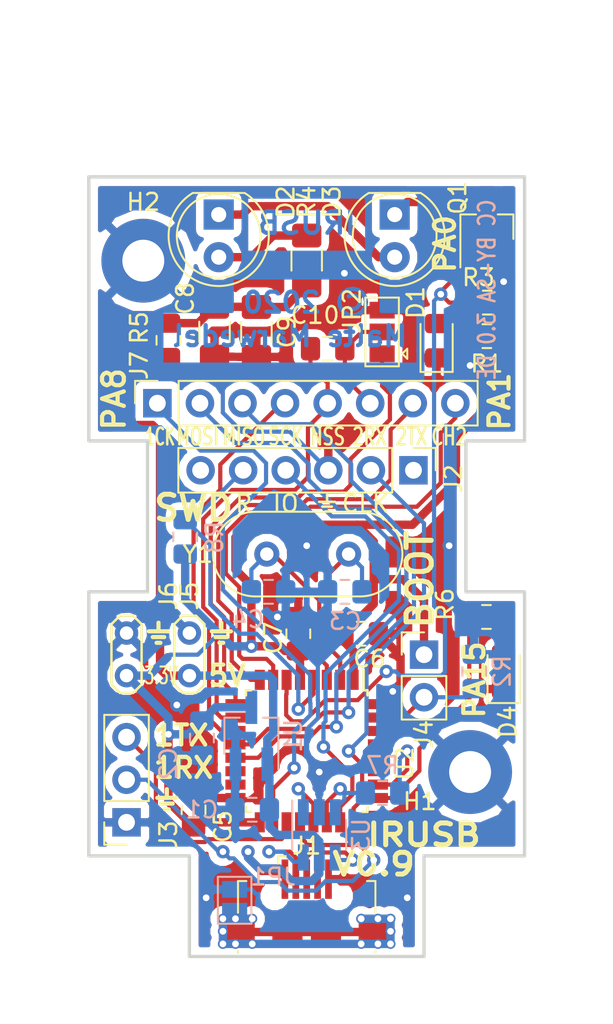
<source format=kicad_pcb>
(kicad_pcb (version 20171130) (host pcbnew 5.0.2+dfsg1-1)

  (general
    (thickness 1.6)
    (drawings 65)
    (tracks 474)
    (zones 0)
    (modules 38)
    (nets 44)
  )

  (page A4)
  (title_block
    (title IRUSB)
    (rev 1.0)
    (company "(c) 2020 by Malte Marwedel")
  )

  (layers
    (0 F.Cu signal)
    (31 B.Cu signal)
    (32 B.Adhes user)
    (33 F.Adhes user)
    (34 B.Paste user)
    (35 F.Paste user)
    (36 B.SilkS user)
    (37 F.SilkS user)
    (38 B.Mask user)
    (39 F.Mask user)
    (40 Dwgs.User user)
    (41 Cmts.User user)
    (42 Eco1.User user)
    (43 Eco2.User user)
    (44 Edge.Cuts user)
    (45 Margin user hide)
    (46 B.CrtYd user)
    (47 F.CrtYd user)
    (48 B.Fab user hide)
    (49 F.Fab user hide)
  )

  (setup
    (last_trace_width 0.25)
    (user_trace_width 0.5)
    (trace_clearance 0.2)
    (zone_clearance 0.45)
    (zone_45_only no)
    (trace_min 0.2)
    (segment_width 0.2)
    (edge_width 0.2)
    (via_size 0.8)
    (via_drill 0.4)
    (via_min_size 0.4)
    (via_min_drill 0.3)
    (uvia_size 0.3)
    (uvia_drill 0.1)
    (uvias_allowed no)
    (uvia_min_size 0.2)
    (uvia_min_drill 0.1)
    (pcb_text_width 0.3)
    (pcb_text_size 1.5 1.5)
    (mod_edge_width 0.15)
    (mod_text_size 1 1)
    (mod_text_width 0.15)
    (pad_size 0.8 0.8)
    (pad_drill 0.8)
    (pad_to_mask_clearance 0.051)
    (solder_mask_min_width 0.25)
    (aux_axis_origin 0 0)
    (visible_elements FFFFFF7F)
    (pcbplotparams
      (layerselection 0x010fc_ffffffff)
      (usegerberextensions false)
      (usegerberattributes false)
      (usegerberadvancedattributes false)
      (creategerberjobfile false)
      (excludeedgelayer true)
      (linewidth 0.100000)
      (plotframeref false)
      (viasonmask false)
      (mode 1)
      (useauxorigin false)
      (hpglpennumber 1)
      (hpglpenspeed 20)
      (hpglpendiameter 15.000000)
      (psnegative false)
      (psa4output false)
      (plotreference true)
      (plotvalue true)
      (plotinvisibletext false)
      (padsonsilk false)
      (subtractmaskfromsilk false)
      (outputformat 1)
      (mirror false)
      (drillshape 1)
      (scaleselection 1)
      (outputdirectory ""))
  )

  (net 0 "")
  (net 1 "Net-(R7-Pad1)")
  (net 2 "Net-(J1-Pad3)")
  (net 3 +3V3)
  (net 4 "Net-(J2-Pad5)")
  (net 5 "Net-(D1-Pad2)")
  (net 6 GND)
  (net 7 "Net-(J4-Pad2)")
  (net 8 "Net-(D2-Pad2)")
  (net 9 +5V)
  (net 10 "Net-(R6-Pad1)")
  (net 11 "Net-(D2-Pad1)")
  (net 12 "Net-(C3-Pad1)")
  (net 13 "Net-(C4-Pad1)")
  (net 14 /SPI1_NSS)
  (net 15 /SPI1_SCK)
  (net 16 /SPI1_MISO)
  (net 17 /SPI1_MOSI)
  (net 18 "Net-(U2-Pad15)")
  (net 19 "Net-(J1-Pad2)")
  (net 20 /SWDIO)
  (net 21 /SWCLK)
  (net 22 "Net-(U2-Pad27)")
  (net 23 "Net-(U2-Pad28)")
  (net 24 "Net-(U2-Pad29)")
  (net 25 "Net-(U2-Pad30)")
  (net 26 "Net-(J1-Pad6)")
  (net 27 "Net-(J1-Pad4)")
  (net 28 "Net-(J2-Pad1)")
  (net 29 "Net-(J2-Pad6)")
  (net 30 "Net-(C8-Pad1)")
  (net 31 "Net-(D4-Pad2)")
  (net 32 "Net-(D3-Pad1)")
  (net 33 /TIM2_CH1)
  (net 34 /TIM2_CH2)
  (net 35 /USART2_TX)
  (net 36 /USART2_RX)
  (net 37 /USART1_CK)
  (net 38 /USART1_TX)
  (net 39 /USART1_RX)
  (net 40 "Net-(U2-Pad14)")
  (net 41 "Net-(C10-Pad2)")
  (net 42 /USB_DP)
  (net 43 /USB_DM)

  (net_class Default "Dies ist die voreingestellte Netzklasse."
    (clearance 0.2)
    (trace_width 0.25)
    (via_dia 0.8)
    (via_drill 0.4)
    (uvia_dia 0.3)
    (uvia_drill 0.1)
    (add_net +3V3)
    (add_net +5V)
    (add_net /SPI1_MISO)
    (add_net /SPI1_MOSI)
    (add_net /SPI1_NSS)
    (add_net /SPI1_SCK)
    (add_net /SWCLK)
    (add_net /SWDIO)
    (add_net /TIM2_CH1)
    (add_net /TIM2_CH2)
    (add_net /USART1_CK)
    (add_net /USART1_RX)
    (add_net /USART1_TX)
    (add_net /USART2_RX)
    (add_net /USART2_TX)
    (add_net /USB_DM)
    (add_net /USB_DP)
    (add_net GND)
    (add_net "Net-(C10-Pad2)")
    (add_net "Net-(C3-Pad1)")
    (add_net "Net-(C4-Pad1)")
    (add_net "Net-(C8-Pad1)")
    (add_net "Net-(D1-Pad2)")
    (add_net "Net-(D2-Pad1)")
    (add_net "Net-(D2-Pad2)")
    (add_net "Net-(D3-Pad1)")
    (add_net "Net-(D4-Pad2)")
    (add_net "Net-(J1-Pad2)")
    (add_net "Net-(J1-Pad3)")
    (add_net "Net-(J1-Pad4)")
    (add_net "Net-(J1-Pad6)")
    (add_net "Net-(J2-Pad1)")
    (add_net "Net-(J2-Pad5)")
    (add_net "Net-(J2-Pad6)")
    (add_net "Net-(J4-Pad2)")
    (add_net "Net-(R6-Pad1)")
    (add_net "Net-(R7-Pad1)")
    (add_net "Net-(U2-Pad14)")
    (add_net "Net-(U2-Pad15)")
    (add_net "Net-(U2-Pad27)")
    (add_net "Net-(U2-Pad28)")
    (add_net "Net-(U2-Pad29)")
    (add_net "Net-(U2-Pad30)")
  )

  (net_class Thick ""
    (clearance 0.2)
    (trace_width 0.5)
    (via_dia 0.8)
    (via_drill 0.4)
    (uvia_dia 0.3)
    (uvia_drill 0.1)
  )

  (module MalteM:USB_Micro-B_Amtek-MIUSB-F5M-BBX-U_Handsolder (layer F.Cu) (tedit 5F911F41) (tstamp 5F991A0F)
    (at 150 100)
    (descr https://www.google.de/url?sa=t&rct=j&q=&esrc=s&source=web&cd=&cad=rja&uact=8&ved=2ahUKEwitj4vkgarsAhWqNOwKHbm-CJwQFjAEegQIAhAC&url=https%3A%2F%2Famtek-co.com.tw%2Fwp-content%2Fuploads%2F2019%2F08%2FMiniMicro-USB_compressed.pdf&usg=AOvVaw2SGsOt0LFmtKhGWBrR4z_M)
    (tags "Micro-USB SMD Typ-B 5UR2B06MF-105XXBUHM1")
    (path /5F7CB753)
    (attr smd)
    (fp_text reference J1 (at 0 -5.1) (layer F.SilkS)
      (effects (font (size 1 1) (thickness 0.15)))
    )
    (fp_text value USB_B_Micro (at 0.3 4.3375) (layer F.Fab)
      (effects (font (size 1 1) (thickness 0.15)))
    )
    (fp_text user "PCB Edge" (at 0 2) (layer Dwgs.User)
      (effects (font (size 0.5 0.5) (thickness 0.08)))
    )
    (fp_text user %R (at 0 0) (layer F.Fab)
      (effects (font (size 1 1) (thickness 0.15)))
    )
    (fp_line (start -4.25 3.05) (end 4.25 3.05) (layer F.CrtYd) (width 0.05))
    (fp_line (start 5.15 -1.16) (end 5.15 1.24) (layer F.CrtYd) (width 0.05))
    (fp_line (start -4.15 -3.05) (end -1.75 -3.05) (layer F.CrtYd) (width 0.05))
    (fp_line (start -4.1 -3) (end -3.6 -3) (layer F.SilkS) (width 0.12))
    (fp_line (start -4.1 -1.11) (end -4.1 -3) (layer F.SilkS) (width 0.12))
    (fp_line (start 4.1 1.19) (end 4.1 1.29) (layer F.SilkS) (width 0.12))
    (fp_line (start 4 2.8) (end 4 -2.8) (layer F.Fab) (width 0.1))
    (fp_line (start -3 1.49) (end 3 1.49) (layer F.Fab) (width 0.1))
    (fp_line (start -4 2.8) (end 4 2.8) (layer F.Fab) (width 0.1))
    (fp_line (start -4 -2.8) (end 4 -2.8) (layer F.Fab) (width 0.1))
    (fp_line (start -4 2.8) (end -4 -2.8) (layer F.Fab) (width 0.1))
    (fp_line (start -4.1 1.19) (end -4.1 1.29) (layer F.SilkS) (width 0.12))
    (fp_line (start 4.1 -1.11) (end 4.1 -3) (layer F.SilkS) (width 0.12))
    (fp_line (start 4.1 -3) (end 3.6 -3) (layer F.SilkS) (width 0.12))
    (fp_line (start -1.7 -4.485) (end -1.25 -4.485) (layer F.SilkS) (width 0.12))
    (fp_line (start -1.7 -4.485) (end -1.7 -4.035) (layer F.SilkS) (width 0.12))
    (fp_line (start -1.3 -3.9) (end -1.5 -4.1) (layer F.Fab) (width 0.1))
    (fp_line (start -1.1 -4.1) (end -1.3 -3.9) (layer F.Fab) (width 0.1))
    (fp_line (start -1.5 -4.3) (end -1.1 -4.3) (layer F.Fab) (width 0.1))
    (fp_line (start -1.5 -4.3) (end -1.5 -4.09) (layer F.Fab) (width 0.1))
    (fp_line (start -1.1 -4.3) (end -1.1 -4.09) (layer F.Fab) (width 0.1))
    (fp_line (start -1.75 -3.05) (end -1.75 -4.54) (layer F.CrtYd) (width 0.05))
    (fp_line (start -1.75 -4.54) (end 1.75 -4.54) (layer F.CrtYd) (width 0.05))
    (fp_line (start 1.75 -4.54) (end 1.75 -3.05) (layer F.CrtYd) (width 0.05))
    (fp_line (start 1.75 -3.05) (end 4.15 -3.05) (layer F.CrtYd) (width 0.05))
    (fp_line (start 4.15 -3.05) (end 4.15 -1.16) (layer F.CrtYd) (width 0.05))
    (fp_line (start 5.15 -1.16) (end 4.15 -1.16) (layer F.CrtYd) (width 0.05))
    (fp_line (start -4.15 -3.05) (end -4.15 -1.16) (layer F.CrtYd) (width 0.05))
    (fp_line (start -4.15 -1.16) (end -5.15 -1.16) (layer F.CrtYd) (width 0.05))
    (fp_line (start -5.15 -1.16) (end -5.15 1.24) (layer F.CrtYd) (width 0.05))
    (fp_line (start 5.15 1.24) (end 4.25 1.24) (layer F.CrtYd) (width 0.05))
    (fp_line (start 4.25 1.24) (end 4.25 3.05) (layer F.CrtYd) (width 0.05))
    (fp_line (start -4.25 1.24) (end -5.15 1.24) (layer F.CrtYd) (width 0.05))
    (fp_line (start -4.25 1.24) (end -4.25 3.05) (layer F.CrtYd) (width 0.05))
    (pad 6 smd rect (at 1.15 0.04) (size 1.8 1.9) (layers F.Cu F.Paste F.Mask)
      (net 26 "Net-(J1-Pad6)"))
    (pad "" np_thru_hole circle (at -1.91 -2.11) (size 0.8 0.8) (drill 0.8) (layers *.Cu *.Mask)
      (clearance 0.01))
    (pad 2 smd rect (at -0.65 -3.11) (size 0.4 2.35) (layers F.Cu F.Paste F.Mask)
      (net 19 "Net-(J1-Pad2)"))
    (pad 1 smd rect (at -1.3 -3.11) (size 0.4 2.35) (layers F.Cu F.Paste F.Mask)
      (net 9 +5V))
    (pad 5 smd rect (at 1.3 -3.11) (size 0.4 2.35) (layers F.Cu F.Paste F.Mask)
      (net 6 GND))
    (pad 4 smd rect (at 0.65 -3.11) (size 0.4 2.35) (layers F.Cu F.Paste F.Mask)
      (net 27 "Net-(J1-Pad4)"))
    (pad 3 smd rect (at 0 -3.11) (size 0.4 2.35) (layers F.Cu F.Paste F.Mask)
      (net 2 "Net-(J1-Pad3)"))
    (pad "" np_thru_hole circle (at 1.91 -2.11) (size 0.8 0.8) (drill 0.8) (layers *.Cu *.Mask)
      (clearance 0.01))
    (pad 6 smd rect (at -1.15 0.04) (size 1.8 1.9) (layers F.Cu F.Paste F.Mask)
      (net 26 "Net-(J1-Pad6)"))
    (pad 6 smd rect (at 4 0.04) (size 1.8 1.9) (layers F.Cu F.Mask)
      (net 26 "Net-(J1-Pad6)"))
    (pad 6 smd rect (at -4 0.04) (size 1.8 1.9) (layers F.Cu F.Mask)
      (net 26 "Net-(J1-Pad6)"))
    (model ${KISYS3DMOD}/Connector_USB.3dshapes/USB_Micro-B_Molex-105017-0001.wrl
      (at (xyz 0 0 0))
      (scale (xyz 1 1 1))
      (rotate (xyz 0 0 0))
    )
    (model ${KISYS3DMOD}/Connector_USB.3dshapes/USB_Micro-B_Molex_47346-0001.wrl
      (offset (xyz 0 1 0))
      (scale (xyz 1 1.25 1))
      (rotate (xyz 0 0 0))
    )
  )

  (module Package_TO_SOT_SMD:SOT-23-6_Handsoldering (layer B.Cu) (tedit 5A02FF57) (tstamp 5F971EFB)
    (at 150.75 94.25 270)
    (descr "6-pin SOT-23 package, Handsoldering")
    (tags "SOT-23-6 Handsoldering")
    (path /5F8A182A)
    (attr smd)
    (fp_text reference U3 (at 0 -2.5 270) (layer B.SilkS)
      (effects (font (size 1 1) (thickness 0.15)) (justify mirror))
    )
    (fp_text value USBLC6-2SC6 (at 0 -2.9 270) (layer B.Fab)
      (effects (font (size 1 1) (thickness 0.15)) (justify mirror))
    )
    (fp_text user %R (at 0 0 180) (layer B.Fab)
      (effects (font (size 0.5 0.5) (thickness 0.075)) (justify mirror))
    )
    (fp_line (start -0.9 -1.61) (end 0.9 -1.61) (layer B.SilkS) (width 0.12))
    (fp_line (start 0.9 1.61) (end -2.05 1.61) (layer B.SilkS) (width 0.12))
    (fp_line (start -2.4 -1.8) (end -2.4 1.8) (layer B.CrtYd) (width 0.05))
    (fp_line (start 2.4 -1.8) (end -2.4 -1.8) (layer B.CrtYd) (width 0.05))
    (fp_line (start 2.4 1.8) (end 2.4 -1.8) (layer B.CrtYd) (width 0.05))
    (fp_line (start -2.4 1.8) (end 2.4 1.8) (layer B.CrtYd) (width 0.05))
    (fp_line (start -0.9 0.9) (end -0.25 1.55) (layer B.Fab) (width 0.1))
    (fp_line (start 0.9 1.55) (end -0.25 1.55) (layer B.Fab) (width 0.1))
    (fp_line (start -0.9 0.9) (end -0.9 -1.55) (layer B.Fab) (width 0.1))
    (fp_line (start 0.9 -1.55) (end -0.9 -1.55) (layer B.Fab) (width 0.1))
    (fp_line (start 0.9 1.55) (end 0.9 -1.55) (layer B.Fab) (width 0.1))
    (pad 1 smd rect (at -1.35 0.95 270) (size 1.56 0.65) (layers B.Cu B.Paste B.Mask)
      (net 43 /USB_DM))
    (pad 2 smd rect (at -1.35 0 270) (size 1.56 0.65) (layers B.Cu B.Paste B.Mask)
      (net 6 GND))
    (pad 3 smd rect (at -1.35 -0.95 270) (size 1.56 0.65) (layers B.Cu B.Paste B.Mask)
      (net 42 /USB_DP))
    (pad 4 smd rect (at 1.35 -0.95 270) (size 1.56 0.65) (layers B.Cu B.Paste B.Mask)
      (net 2 "Net-(J1-Pad3)"))
    (pad 6 smd rect (at 1.35 0.95 270) (size 1.56 0.65) (layers B.Cu B.Paste B.Mask)
      (net 19 "Net-(J1-Pad2)"))
    (pad 5 smd rect (at 1.35 0 270) (size 1.56 0.65) (layers B.Cu B.Paste B.Mask)
      (net 9 +5V))
    (model ${KISYS3DMOD}/Package_TO_SOT_SMD.3dshapes/SOT-23-6.wrl
      (at (xyz 0 0 0))
      (scale (xyz 1 1 1))
      (rotate (xyz 0 0 0))
    )
  )

  (module Package_TO_SOT_SMD:SOT-23W_Handsoldering (layer B.Cu) (tedit 5A02FF57) (tstamp 5F97617B)
    (at 146.7 88.3335 90)
    (descr "SOT-23W http://www.allegromicro.com/~/media/Files/Datasheets/A112x-Datasheet.ashx?la=en&hash=7BC461E058CC246E0BAB62433B2F1ECA104CA9D3")
    (tags "SOT-23W for handsoldering")
    (path /5F7CBEC0)
    (attr smd)
    (fp_text reference U1 (at 0 2.5 90) (layer B.SilkS)
      (effects (font (size 1 1) (thickness 0.15)) (justify mirror))
    )
    (fp_text value MCP1754-3302E_SOT89 (at 0 -2.5 90) (layer B.Fab)
      (effects (font (size 1 1) (thickness 0.15)) (justify mirror))
    )
    (fp_line (start 1.075 -0.7) (end 1.075 -1.61) (layer B.SilkS) (width 0.12))
    (fp_line (start 1.075 1.6) (end 1.075 0.7) (layer B.SilkS) (width 0.12))
    (fp_line (start -2 1.61) (end 1.075 1.61) (layer B.SilkS) (width 0.12))
    (fp_line (start -1.075 -1.61) (end 1.075 -1.61) (layer B.SilkS) (width 0.12))
    (fp_text user %R (at 0 0) (layer B.Fab)
      (effects (font (size 0.5 0.5) (thickness 0.075)) (justify mirror))
    )
    (fp_line (start -0.955 0.49) (end -0.955 -1.49) (layer B.Fab) (width 0.1))
    (fp_line (start 0.045 1.49) (end 0.955 1.49) (layer B.Fab) (width 0.1))
    (fp_line (start -0.955 0.49) (end 0.045 1.49) (layer B.Fab) (width 0.1))
    (fp_line (start 0.955 1.49) (end 0.955 -1.49) (layer B.Fab) (width 0.1))
    (fp_line (start -0.955 -1.49) (end 0.955 -1.49) (layer B.Fab) (width 0.1))
    (fp_line (start -2.95 1.74) (end 2.95 1.74) (layer B.CrtYd) (width 0.05))
    (fp_line (start 2.95 1.74) (end 2.95 -1.74) (layer B.CrtYd) (width 0.05))
    (fp_line (start 2.95 -1.74) (end -2.95 -1.74) (layer B.CrtYd) (width 0.05))
    (fp_line (start -2.95 -1.74) (end -2.95 1.74) (layer B.CrtYd) (width 0.05))
    (pad 1 smd rect (at -1.7 0.95 90) (size 2 0.7) (layers B.Cu B.Paste B.Mask)
      (net 9 +5V))
    (pad 2 smd rect (at -1.7 -0.95 90) (size 2 0.7) (layers B.Cu B.Paste B.Mask)
      (net 6 GND))
    (pad 3 smd rect (at 1.7 0 90) (size 2 0.7) (layers B.Cu B.Paste B.Mask)
      (net 3 +3V3))
    (model ${KISYS3DMOD}/Package_TO_SOT_SMD.3dshapes/SOT-23W_Handsoldering.wrl
      (at (xyz 0 0 0))
      (scale (xyz 1 1 1))
      (rotate (xyz 0 0 0))
    )
  )

  (module Connector_PinHeader_2.54mm:PinHeader_1x02_P2.54mm_Vertical (layer F.Cu) (tedit 59FED5CC) (tstamp 5F93B627)
    (at 157 83.5)
    (descr "Through hole straight pin header, 1x02, 2.54mm pitch, single row")
    (tags "Through hole pin header THT 1x02 2.54mm single row")
    (path /5F7D1263)
    (fp_text reference J4 (at 0 4.75 90) (layer F.SilkS)
      (effects (font (size 1 1) (thickness 0.15)))
    )
    (fp_text value Conn_01x02_Male (at 0 4.87) (layer F.Fab)
      (effects (font (size 1 1) (thickness 0.15)))
    )
    (fp_line (start -0.635 -1.27) (end 1.27 -1.27) (layer F.Fab) (width 0.1))
    (fp_line (start 1.27 -1.27) (end 1.27 3.81) (layer F.Fab) (width 0.1))
    (fp_line (start 1.27 3.81) (end -1.27 3.81) (layer F.Fab) (width 0.1))
    (fp_line (start -1.27 3.81) (end -1.27 -0.635) (layer F.Fab) (width 0.1))
    (fp_line (start -1.27 -0.635) (end -0.635 -1.27) (layer F.Fab) (width 0.1))
    (fp_line (start -1.33 3.87) (end 1.33 3.87) (layer F.SilkS) (width 0.12))
    (fp_line (start -1.33 1.27) (end -1.33 3.87) (layer F.SilkS) (width 0.12))
    (fp_line (start 1.33 1.27) (end 1.33 3.87) (layer F.SilkS) (width 0.12))
    (fp_line (start -1.33 1.27) (end 1.33 1.27) (layer F.SilkS) (width 0.12))
    (fp_line (start -1.33 0) (end -1.33 -1.33) (layer F.SilkS) (width 0.12))
    (fp_line (start -1.33 -1.33) (end 0 -1.33) (layer F.SilkS) (width 0.12))
    (fp_line (start -1.8 -1.8) (end -1.8 4.35) (layer F.CrtYd) (width 0.05))
    (fp_line (start -1.8 4.35) (end 1.8 4.35) (layer F.CrtYd) (width 0.05))
    (fp_line (start 1.8 4.35) (end 1.8 -1.8) (layer F.CrtYd) (width 0.05))
    (fp_line (start 1.8 -1.8) (end -1.8 -1.8) (layer F.CrtYd) (width 0.05))
    (fp_text user %R (at 0 1.27 90) (layer F.Fab)
      (effects (font (size 1 1) (thickness 0.15)))
    )
    (pad 1 thru_hole rect (at 0 0) (size 1.7 1.7) (drill 1) (layers *.Cu *.Mask)
      (net 3 +3V3))
    (pad 2 thru_hole oval (at 0 2.54) (size 1.7 1.7) (drill 1) (layers *.Cu *.Mask)
      (net 7 "Net-(J4-Pad2)"))
    (model ${KISYS3DMOD}/Connector_PinHeader_2.54mm.3dshapes/PinHeader_1x02_P2.54mm_Vertical.wrl
      (at (xyz 0 0 0))
      (scale (xyz 1 1 1))
      (rotate (xyz 0 0 0))
    )
  )

  (module TestPoint:TestPoint_2Pads_Pitch2.54mm_Drill0.8mm (layer F.Cu) (tedit 5A0F774F) (tstamp 5F93B21B)
    (at 143 84.75 90)
    (descr "Test point with 2 pins, pitch 2.54mm, drill diameter 0.8mm")
    (tags "CONN DEV")
    (path /5F8038D8)
    (attr virtual)
    (fp_text reference J5 (at 4.75 0 90) (layer F.SilkS)
      (effects (font (size 1 1) (thickness 0.15)))
    )
    (fp_text value Conn_01x02_Male (at 1.27 2 90) (layer F.Fab)
      (effects (font (size 1 1) (thickness 0.15)))
    )
    (fp_text user %R (at 1.3 -2 90) (layer F.Fab)
      (effects (font (size 1 1) (thickness 0.15)))
    )
    (fp_line (start -0.65 1.15) (end 3.15 1.15) (layer F.CrtYd) (width 0.05))
    (fp_line (start 3.15 1.15) (end 3.8 0.5) (layer F.CrtYd) (width 0.05))
    (fp_line (start 3.8 0.5) (end 3.8 -0.5) (layer F.CrtYd) (width 0.05))
    (fp_line (start 3.8 -0.5) (end 3.15 -1.15) (layer F.CrtYd) (width 0.05))
    (fp_line (start 3.15 -1.15) (end -0.65 -1.15) (layer F.CrtYd) (width 0.05))
    (fp_line (start -0.65 -1.15) (end -1.3 -0.5) (layer F.CrtYd) (width 0.05))
    (fp_line (start -1.3 -0.5) (end -1.3 0.5) (layer F.CrtYd) (width 0.05))
    (fp_line (start -1.3 0.5) (end -0.65 1.15) (layer F.CrtYd) (width 0.05))
    (fp_line (start -0.53 -0.9) (end 3.07 -0.9) (layer F.SilkS) (width 0.15))
    (fp_line (start 3.07 -0.9) (end 3.57 -0.4) (layer F.SilkS) (width 0.15))
    (fp_line (start 3.57 -0.4) (end 3.57 0.4) (layer F.SilkS) (width 0.15))
    (fp_line (start 3.57 0.4) (end 3.07 0.9) (layer F.SilkS) (width 0.15))
    (fp_line (start 3.07 0.9) (end -0.53 0.9) (layer F.SilkS) (width 0.15))
    (fp_line (start -0.53 0.9) (end -1.03 0.4) (layer F.SilkS) (width 0.15))
    (fp_line (start -1.03 0.4) (end -1.03 -0.4) (layer F.SilkS) (width 0.15))
    (fp_line (start -1.03 -0.4) (end -0.53 -0.9) (layer F.SilkS) (width 0.15))
    (pad 1 thru_hole circle (at 0 0 90) (size 1.4 1.4) (drill 0.8) (layers *.Cu *.Mask)
      (net 9 +5V))
    (pad 2 thru_hole circle (at 2.54 0 90) (size 1.4 1.4) (drill 0.8) (layers *.Cu *.Mask)
      (net 6 GND))
  )

  (module Connector_PinSocket_2.54mm:PinSocket_1x03_P2.54mm_Vertical (layer F.Cu) (tedit 5A19A429) (tstamp 5F93A683)
    (at 139.25 93.5 180)
    (descr "Through hole straight socket strip, 1x03, 2.54mm pitch, single row (from Kicad 4.0.7), script generated")
    (tags "Through hole socket strip THT 1x03 2.54mm single row")
    (path /5F7D0C00)
    (fp_text reference J3 (at -2.5 -0.75 270) (layer F.SilkS)
      (effects (font (size 1 1) (thickness 0.15)))
    )
    (fp_text value Conn_01x03_Male (at 0 7.85 180) (layer F.Fab)
      (effects (font (size 1 1) (thickness 0.15)))
    )
    (fp_line (start -1.27 -1.27) (end 0.635 -1.27) (layer F.Fab) (width 0.1))
    (fp_line (start 0.635 -1.27) (end 1.27 -0.635) (layer F.Fab) (width 0.1))
    (fp_line (start 1.27 -0.635) (end 1.27 6.35) (layer F.Fab) (width 0.1))
    (fp_line (start 1.27 6.35) (end -1.27 6.35) (layer F.Fab) (width 0.1))
    (fp_line (start -1.27 6.35) (end -1.27 -1.27) (layer F.Fab) (width 0.1))
    (fp_line (start -1.33 1.27) (end 1.33 1.27) (layer F.SilkS) (width 0.12))
    (fp_line (start -1.33 1.27) (end -1.33 6.41) (layer F.SilkS) (width 0.12))
    (fp_line (start -1.33 6.41) (end 1.33 6.41) (layer F.SilkS) (width 0.12))
    (fp_line (start 1.33 1.27) (end 1.33 6.41) (layer F.SilkS) (width 0.12))
    (fp_line (start 1.33 -1.33) (end 1.33 0) (layer F.SilkS) (width 0.12))
    (fp_line (start 0 -1.33) (end 1.33 -1.33) (layer F.SilkS) (width 0.12))
    (fp_line (start -1.8 -1.8) (end 1.75 -1.8) (layer F.CrtYd) (width 0.05))
    (fp_line (start 1.75 -1.8) (end 1.75 6.85) (layer F.CrtYd) (width 0.05))
    (fp_line (start 1.75 6.85) (end -1.8 6.85) (layer F.CrtYd) (width 0.05))
    (fp_line (start -1.8 6.85) (end -1.8 -1.8) (layer F.CrtYd) (width 0.05))
    (fp_text user %R (at 0 2.54 270) (layer F.Fab)
      (effects (font (size 1 1) (thickness 0.15)))
    )
    (pad 1 thru_hole rect (at 0 0 180) (size 1.7 1.7) (drill 1) (layers *.Cu *.Mask)
      (net 6 GND))
    (pad 2 thru_hole oval (at 0 2.54 180) (size 1.7 1.7) (drill 1) (layers *.Cu *.Mask)
      (net 39 /USART1_RX))
    (pad 3 thru_hole oval (at 0 5.08 180) (size 1.7 1.7) (drill 1) (layers *.Cu *.Mask)
      (net 38 /USART1_TX))
    (model ${KISYS3DMOD}/Connector_PinSocket_2.54mm.3dshapes/PinSocket_1x03_P2.54mm_Vertical.wrl
      (at (xyz 0 0 0))
      (scale (xyz 1 1 1))
      (rotate (xyz 0 0 0))
    )
  )

  (module Connector_PinSocket_2.54mm:PinSocket_1x08_P2.54mm_Vertical (layer F.Cu) (tedit 5A19A420) (tstamp 5F93A668)
    (at 141.09 68.5 90)
    (descr "Through hole straight socket strip, 1x08, 2.54mm pitch, single row (from Kicad 4.0.7), script generated")
    (tags "Through hole socket strip THT 1x08 2.54mm single row")
    (path /5F82D97E)
    (fp_text reference J7 (at 2.25 -1.09 90) (layer F.SilkS)
      (effects (font (size 1 1) (thickness 0.15)))
    )
    (fp_text value Conn_01x08_Male (at 0 20.55 90) (layer F.Fab)
      (effects (font (size 1 1) (thickness 0.15)))
    )
    (fp_line (start -1.27 -1.27) (end 0.635 -1.27) (layer F.Fab) (width 0.1))
    (fp_line (start 0.635 -1.27) (end 1.27 -0.635) (layer F.Fab) (width 0.1))
    (fp_line (start 1.27 -0.635) (end 1.27 19.05) (layer F.Fab) (width 0.1))
    (fp_line (start 1.27 19.05) (end -1.27 19.05) (layer F.Fab) (width 0.1))
    (fp_line (start -1.27 19.05) (end -1.27 -1.27) (layer F.Fab) (width 0.1))
    (fp_line (start -1.33 1.27) (end 1.33 1.27) (layer F.SilkS) (width 0.12))
    (fp_line (start -1.33 1.27) (end -1.33 19.11) (layer F.SilkS) (width 0.12))
    (fp_line (start -1.33 19.11) (end 1.33 19.11) (layer F.SilkS) (width 0.12))
    (fp_line (start 1.33 1.27) (end 1.33 19.11) (layer F.SilkS) (width 0.12))
    (fp_line (start 1.33 -1.33) (end 1.33 0) (layer F.SilkS) (width 0.12))
    (fp_line (start 0 -1.33) (end 1.33 -1.33) (layer F.SilkS) (width 0.12))
    (fp_line (start -1.8 -1.8) (end 1.75 -1.8) (layer F.CrtYd) (width 0.05))
    (fp_line (start 1.75 -1.8) (end 1.75 19.55) (layer F.CrtYd) (width 0.05))
    (fp_line (start 1.75 19.55) (end -1.8 19.55) (layer F.CrtYd) (width 0.05))
    (fp_line (start -1.8 19.55) (end -1.8 -1.8) (layer F.CrtYd) (width 0.05))
    (fp_text user %R (at 0 8.89 180) (layer F.Fab)
      (effects (font (size 1 1) (thickness 0.15)))
    )
    (pad 1 thru_hole rect (at 0 0 90) (size 1.7 1.7) (drill 1) (layers *.Cu *.Mask)
      (net 37 /USART1_CK))
    (pad 2 thru_hole oval (at 0 2.54 90) (size 1.7 1.7) (drill 1) (layers *.Cu *.Mask)
      (net 17 /SPI1_MOSI))
    (pad 3 thru_hole oval (at 0 5.08 90) (size 1.7 1.7) (drill 1) (layers *.Cu *.Mask)
      (net 16 /SPI1_MISO))
    (pad 4 thru_hole oval (at 0 7.62 90) (size 1.7 1.7) (drill 1) (layers *.Cu *.Mask)
      (net 15 /SPI1_SCK))
    (pad 5 thru_hole oval (at 0 10.16 90) (size 1.7 1.7) (drill 1) (layers *.Cu *.Mask)
      (net 14 /SPI1_NSS))
    (pad 6 thru_hole oval (at 0 12.7 90) (size 1.7 1.7) (drill 1) (layers *.Cu *.Mask)
      (net 41 "Net-(C10-Pad2)"))
    (pad 7 thru_hole oval (at 0 15.24 90) (size 1.7 1.7) (drill 1) (layers *.Cu *.Mask)
      (net 35 /USART2_TX))
    (pad 8 thru_hole oval (at 0 17.78 90) (size 1.7 1.7) (drill 1) (layers *.Cu *.Mask)
      (net 34 /TIM2_CH2))
    (model ${KISYS3DMOD}/Connector_PinSocket_2.54mm.3dshapes/PinSocket_1x08_P2.54mm_Vertical.wrl
      (at (xyz 0 0 0))
      (scale (xyz 1 1 1))
      (rotate (xyz 0 0 0))
    )
  )

  (module TestPoint:TestPoint_2Pads_Pitch2.54mm_Drill0.8mm (layer F.Cu) (tedit 5A0F774F) (tstamp 5F93A31C)
    (at 139.25 84.75 90)
    (descr "Test point with 2 pins, pitch 2.54mm, drill diameter 0.8mm")
    (tags "CONN DEV")
    (path /5F8039EC)
    (attr virtual)
    (fp_text reference J6 (at 4.75 2.5 90) (layer F.SilkS)
      (effects (font (size 1 1) (thickness 0.15)))
    )
    (fp_text value Conn_01x02_Male (at 1.27 2 90) (layer F.Fab)
      (effects (font (size 1 1) (thickness 0.15)))
    )
    (fp_text user %R (at 1.3 -2 90) (layer F.Fab)
      (effects (font (size 1 1) (thickness 0.15)))
    )
    (fp_line (start -0.65 1.15) (end 3.15 1.15) (layer F.CrtYd) (width 0.05))
    (fp_line (start 3.15 1.15) (end 3.8 0.5) (layer F.CrtYd) (width 0.05))
    (fp_line (start 3.8 0.5) (end 3.8 -0.5) (layer F.CrtYd) (width 0.05))
    (fp_line (start 3.8 -0.5) (end 3.15 -1.15) (layer F.CrtYd) (width 0.05))
    (fp_line (start 3.15 -1.15) (end -0.65 -1.15) (layer F.CrtYd) (width 0.05))
    (fp_line (start -0.65 -1.15) (end -1.3 -0.5) (layer F.CrtYd) (width 0.05))
    (fp_line (start -1.3 -0.5) (end -1.3 0.5) (layer F.CrtYd) (width 0.05))
    (fp_line (start -1.3 0.5) (end -0.65 1.15) (layer F.CrtYd) (width 0.05))
    (fp_line (start -0.53 -0.9) (end 3.07 -0.9) (layer F.SilkS) (width 0.15))
    (fp_line (start 3.07 -0.9) (end 3.57 -0.4) (layer F.SilkS) (width 0.15))
    (fp_line (start 3.57 -0.4) (end 3.57 0.4) (layer F.SilkS) (width 0.15))
    (fp_line (start 3.57 0.4) (end 3.07 0.9) (layer F.SilkS) (width 0.15))
    (fp_line (start 3.07 0.9) (end -0.53 0.9) (layer F.SilkS) (width 0.15))
    (fp_line (start -0.53 0.9) (end -1.03 0.4) (layer F.SilkS) (width 0.15))
    (fp_line (start -1.03 0.4) (end -1.03 -0.4) (layer F.SilkS) (width 0.15))
    (fp_line (start -1.03 -0.4) (end -0.53 -0.9) (layer F.SilkS) (width 0.15))
    (pad 1 thru_hole circle (at 0 0 90) (size 1.4 1.4) (drill 0.8) (layers *.Cu *.Mask)
      (net 3 +3V3))
    (pad 2 thru_hole circle (at 2.54 0 90) (size 1.4 1.4) (drill 0.8) (layers *.Cu *.Mask)
      (net 6 GND))
  )

  (module Jumper:SolderJumper-3_P1.3mm_Open_Pad1.0x1.5mm (layer F.Cu) (tedit 5A3F8BB2) (tstamp 5F923F20)
    (at 154.5 64.25 90)
    (descr "SMD Solder 3-pad Jumper, 1x1.5mm Pads, 0.3mm gap, open")
    (tags "solder jumper open")
    (path /5F8603D9)
    (attr virtual)
    (fp_text reference JP2 (at 1.25 -1.8 90) (layer F.SilkS)
      (effects (font (size 1 1) (thickness 0.15)))
    )
    (fp_text value SolderJumper_3_Open (at 0 2 90) (layer F.Fab)
      (effects (font (size 1 1) (thickness 0.15)))
    )
    (fp_line (start -1.3 1.2) (end -1 1.5) (layer F.SilkS) (width 0.12))
    (fp_line (start -1.6 1.5) (end -1 1.5) (layer F.SilkS) (width 0.12))
    (fp_line (start -1.3 1.2) (end -1.6 1.5) (layer F.SilkS) (width 0.12))
    (fp_line (start -2.05 1) (end -2.05 -1) (layer F.SilkS) (width 0.12))
    (fp_line (start 2.05 1) (end -2.05 1) (layer F.SilkS) (width 0.12))
    (fp_line (start 2.05 -1) (end 2.05 1) (layer F.SilkS) (width 0.12))
    (fp_line (start -2.05 -1) (end 2.05 -1) (layer F.SilkS) (width 0.12))
    (fp_line (start -2.3 -1.25) (end 2.3 -1.25) (layer F.CrtYd) (width 0.05))
    (fp_line (start -2.3 -1.25) (end -2.3 1.25) (layer F.CrtYd) (width 0.05))
    (fp_line (start 2.3 1.25) (end 2.3 -1.25) (layer F.CrtYd) (width 0.05))
    (fp_line (start 2.3 1.25) (end -2.3 1.25) (layer F.CrtYd) (width 0.05))
    (pad 3 smd rect (at 1.3 0 90) (size 1 1.5) (layers F.Cu F.Mask)
      (net 6 GND))
    (pad 2 smd rect (at 0 0 90) (size 1 1.5) (layers F.Cu F.Mask)
      (net 41 "Net-(C10-Pad2)"))
    (pad 1 smd rect (at -1.3 0 90) (size 1 1.5) (layers F.Cu F.Mask)
      (net 36 /USART2_RX))
  )

  (module Capacitor_SMD:C_0805_2012Metric_Pad1.15x1.40mm_HandSolder (layer F.Cu) (tedit 5B36C52B) (tstamp 5F924FF4)
    (at 151.25 65.25)
    (descr "Capacitor SMD 0805 (2012 Metric), square (rectangular) end terminal, IPC_7351 nominal with elongated pad for handsoldering. (Body size source: https://docs.google.com/spreadsheets/d/1BsfQQcO9C6DZCsRaXUlFlo91Tg2WpOkGARC1WS5S8t0/edit?usp=sharing), generated with kicad-footprint-generator")
    (tags "capacitor handsolder")
    (path /5F856CD1)
    (attr smd)
    (fp_text reference C10 (at -0.75 -2 180) (layer F.SilkS)
      (effects (font (size 1 1) (thickness 0.15)))
    )
    (fp_text value 4,7µF (at 0 1.65) (layer F.Fab)
      (effects (font (size 1 1) (thickness 0.15)))
    )
    (fp_line (start -1 0.6) (end -1 -0.6) (layer F.Fab) (width 0.1))
    (fp_line (start -1 -0.6) (end 1 -0.6) (layer F.Fab) (width 0.1))
    (fp_line (start 1 -0.6) (end 1 0.6) (layer F.Fab) (width 0.1))
    (fp_line (start 1 0.6) (end -1 0.6) (layer F.Fab) (width 0.1))
    (fp_line (start -0.261252 -0.71) (end 0.261252 -0.71) (layer F.SilkS) (width 0.12))
    (fp_line (start -0.261252 0.71) (end 0.261252 0.71) (layer F.SilkS) (width 0.12))
    (fp_line (start -1.85 0.95) (end -1.85 -0.95) (layer F.CrtYd) (width 0.05))
    (fp_line (start -1.85 -0.95) (end 1.85 -0.95) (layer F.CrtYd) (width 0.05))
    (fp_line (start 1.85 -0.95) (end 1.85 0.95) (layer F.CrtYd) (width 0.05))
    (fp_line (start 1.85 0.95) (end -1.85 0.95) (layer F.CrtYd) (width 0.05))
    (fp_text user %R (at 0 0) (layer F.Fab)
      (effects (font (size 0.5 0.5) (thickness 0.08)))
    )
    (pad 1 smd roundrect (at -1.025 0) (size 1.15 1.4) (layers F.Cu F.Paste F.Mask) (roundrect_rratio 0.217391)
      (net 14 /SPI1_NSS))
    (pad 2 smd roundrect (at 1.025 0) (size 1.15 1.4) (layers F.Cu F.Paste F.Mask) (roundrect_rratio 0.217391)
      (net 41 "Net-(C10-Pad2)"))
    (model ${KISYS3DMOD}/Capacitor_SMD.3dshapes/C_0805_2012Metric.wrl
      (at (xyz 0 0 0))
      (scale (xyz 1 1 1))
      (rotate (xyz 0 0 0))
    )
  )

  (module Crystal:Crystal_HC49-U_Vertical (layer F.Cu) (tedit 5A1AD3B8) (tstamp 5F8ABC49)
    (at 152.5 77.5 180)
    (descr "Crystal THT HC-49/U http://5hertz.com/pdfs/04404_D.pdf")
    (tags "THT crystalHC-49/U")
    (path /5F7CB91C)
    (fp_text reference Y1 (at 9 0 180) (layer F.SilkS)
      (effects (font (size 1 1) (thickness 0.15)))
    )
    (fp_text value 8MHz (at 2.44 3.525 180) (layer F.Fab)
      (effects (font (size 1 1) (thickness 0.15)))
    )
    (fp_text user %R (at 2.44 0 180) (layer F.Fab)
      (effects (font (size 1 1) (thickness 0.15)))
    )
    (fp_line (start -0.685 -2.325) (end 5.565 -2.325) (layer F.Fab) (width 0.1))
    (fp_line (start -0.685 2.325) (end 5.565 2.325) (layer F.Fab) (width 0.1))
    (fp_line (start -0.56 -2) (end 5.44 -2) (layer F.Fab) (width 0.1))
    (fp_line (start -0.56 2) (end 5.44 2) (layer F.Fab) (width 0.1))
    (fp_line (start -0.685 -2.525) (end 5.565 -2.525) (layer F.SilkS) (width 0.12))
    (fp_line (start -0.685 2.525) (end 5.565 2.525) (layer F.SilkS) (width 0.12))
    (fp_line (start -3.5 -2.8) (end -3.5 2.8) (layer F.CrtYd) (width 0.05))
    (fp_line (start -3.5 2.8) (end 8.4 2.8) (layer F.CrtYd) (width 0.05))
    (fp_line (start 8.4 2.8) (end 8.4 -2.8) (layer F.CrtYd) (width 0.05))
    (fp_line (start 8.4 -2.8) (end -3.5 -2.8) (layer F.CrtYd) (width 0.05))
    (fp_arc (start -0.685 0) (end -0.685 -2.325) (angle -180) (layer F.Fab) (width 0.1))
    (fp_arc (start 5.565 0) (end 5.565 -2.325) (angle 180) (layer F.Fab) (width 0.1))
    (fp_arc (start -0.56 0) (end -0.56 -2) (angle -180) (layer F.Fab) (width 0.1))
    (fp_arc (start 5.44 0) (end 5.44 -2) (angle 180) (layer F.Fab) (width 0.1))
    (fp_arc (start -0.685 0) (end -0.685 -2.525) (angle -180) (layer F.SilkS) (width 0.12))
    (fp_arc (start 5.565 0) (end 5.565 -2.525) (angle 180) (layer F.SilkS) (width 0.12))
    (pad 1 thru_hole circle (at 0 0 180) (size 1.5 1.5) (drill 0.8) (layers *.Cu *.Mask)
      (net 12 "Net-(C3-Pad1)"))
    (pad 2 thru_hole circle (at 4.88 0 180) (size 1.5 1.5) (drill 0.8) (layers *.Cu *.Mask)
      (net 13 "Net-(C4-Pad1)"))
    (model ${KISYS3DMOD}/Crystal.3dshapes/Crystal_HC49-4H_Vertical.wrl
      (at (xyz 0 0 0))
      (scale (xyz 1 1 1))
      (rotate (xyz 0 0 0))
    )
  )

  (module LED_SMD:LED_0805_2012Metric_Pad1.15x1.40mm_HandSolder (layer F.Cu) (tedit 5B4B45C9) (tstamp 5F8F9C17)
    (at 161.75 84.525 90)
    (descr "LED SMD 0805 (2012 Metric), square (rectangular) end terminal, IPC_7351 nominal, (Body size source: https://docs.google.com/spreadsheets/d/1BsfQQcO9C6DZCsRaXUlFlo91Tg2WpOkGARC1WS5S8t0/edit?usp=sharing), generated with kicad-footprint-generator")
    (tags "LED handsolder")
    (path /5F81112D)
    (attr smd)
    (fp_text reference D4 (at -2.975 0.25 90) (layer F.SilkS)
      (effects (font (size 1 1) (thickness 0.15)))
    )
    (fp_text value LED-red (at 0 1.65 90) (layer F.Fab)
      (effects (font (size 1 1) (thickness 0.15)))
    )
    (fp_line (start 1 -0.6) (end -0.7 -0.6) (layer F.Fab) (width 0.1))
    (fp_line (start -0.7 -0.6) (end -1 -0.3) (layer F.Fab) (width 0.1))
    (fp_line (start -1 -0.3) (end -1 0.6) (layer F.Fab) (width 0.1))
    (fp_line (start -1 0.6) (end 1 0.6) (layer F.Fab) (width 0.1))
    (fp_line (start 1 0.6) (end 1 -0.6) (layer F.Fab) (width 0.1))
    (fp_line (start 1 -0.96) (end -1.86 -0.96) (layer F.SilkS) (width 0.12))
    (fp_line (start -1.86 -0.96) (end -1.86 0.96) (layer F.SilkS) (width 0.12))
    (fp_line (start -1.86 0.96) (end 1 0.96) (layer F.SilkS) (width 0.12))
    (fp_line (start -1.85 0.95) (end -1.85 -0.95) (layer F.CrtYd) (width 0.05))
    (fp_line (start -1.85 -0.95) (end 1.85 -0.95) (layer F.CrtYd) (width 0.05))
    (fp_line (start 1.85 -0.95) (end 1.85 0.95) (layer F.CrtYd) (width 0.05))
    (fp_line (start 1.85 0.95) (end -1.85 0.95) (layer F.CrtYd) (width 0.05))
    (fp_text user %R (at 0 0 90) (layer F.Fab)
      (effects (font (size 0.5 0.5) (thickness 0.08)))
    )
    (pad 1 smd roundrect (at -1.025 0 90) (size 1.15 1.4) (layers F.Cu F.Paste F.Mask) (roundrect_rratio 0.217391)
      (net 6 GND))
    (pad 2 smd roundrect (at 1.025 0 90) (size 1.15 1.4) (layers F.Cu F.Paste F.Mask) (roundrect_rratio 0.217391)
      (net 31 "Net-(D4-Pad2)"))
    (model ${KISYS3DMOD}/LED_SMD.3dshapes/LED_0805_2012Metric.wrl
      (at (xyz 0 0 0))
      (scale (xyz 1 1 1))
      (rotate (xyz 0 0 0))
    )
  )

  (module LED_THT:LED_D5.0mm_IRGrey (layer F.Cu) (tedit 5A6C9BB8) (tstamp 5F8F9BD0)
    (at 155.25 57.25 270)
    (descr "LED, diameter 5.0mm, 2 pins, http://cdn-reichelt.de/documents/datenblatt/A500/LL-504BC2E-009.pdf")
    (tags "LED diameter 5.0mm 2 pins")
    (path /5F83666C)
    (fp_text reference D3 (at -0.75 3.75 270) (layer F.SilkS)
      (effects (font (size 1 1) (thickness 0.15)))
    )
    (fp_text value TSUS2540 (at 1.27 3.96 270) (layer F.Fab)
      (effects (font (size 1 1) (thickness 0.15)))
    )
    (fp_text user %R (at 1.25 0 270) (layer F.Fab)
      (effects (font (size 0.8 0.8) (thickness 0.2)))
    )
    (fp_line (start -1.23 -1.469694) (end -1.23 1.469694) (layer F.Fab) (width 0.1))
    (fp_line (start -1.29 -1.545) (end -1.29 1.545) (layer F.SilkS) (width 0.12))
    (fp_line (start -1.95 -3.25) (end -1.95 3.25) (layer F.CrtYd) (width 0.05))
    (fp_line (start -1.95 3.25) (end 4.5 3.25) (layer F.CrtYd) (width 0.05))
    (fp_line (start 4.5 3.25) (end 4.5 -3.25) (layer F.CrtYd) (width 0.05))
    (fp_line (start 4.5 -3.25) (end -1.95 -3.25) (layer F.CrtYd) (width 0.05))
    (fp_circle (center 1.27 0) (end 3.77 0) (layer F.Fab) (width 0.1))
    (fp_circle (center 1.27 0) (end 3.77 0) (layer F.SilkS) (width 0.12))
    (fp_arc (start 1.27 0) (end -1.23 -1.469694) (angle 299.1) (layer F.Fab) (width 0.1))
    (fp_arc (start 1.27 0) (end -1.29 -1.54483) (angle 148.9) (layer F.SilkS) (width 0.12))
    (fp_arc (start 1.27 0) (end -1.29 1.54483) (angle -148.9) (layer F.SilkS) (width 0.12))
    (pad 1 thru_hole rect (at 0 0 270) (size 1.8 1.8) (drill 0.9) (layers *.Cu *.Mask)
      (net 32 "Net-(D3-Pad1)"))
    (pad 2 thru_hole circle (at 2.54 0 270) (size 1.8 1.8) (drill 0.9) (layers *.Cu *.Mask)
      (net 11 "Net-(D2-Pad1)"))
    (model ${KISYS3DMOD}/LED_THT.3dshapes/LED_D5.0mm_IRGrey.wrl
      (at (xyz 0 0 0))
      (scale (xyz 1 1 1))
      (rotate (xyz 0 0 0))
    )
  )

  (module Resistor_SMD:R_1206_3216Metric_Pad1.42x1.75mm_HandSolder (layer F.Cu) (tedit 5B301BBD) (tstamp 5F8F99B9)
    (at 150 59.9875 90)
    (descr "Resistor SMD 1206 (3216 Metric), square (rectangular) end terminal, IPC_7351 nominal with elongated pad for handsoldering. (Body size source: http://www.tortai-tech.com/upload/download/2011102023233369053.pdf), generated with kicad-footprint-generator")
    (tags "resistor handsolder")
    (path /5F7E8093)
    (attr smd)
    (fp_text reference R4 (at 3.4875 0 90) (layer F.SilkS)
      (effects (font (size 1 1) (thickness 0.15)))
    )
    (fp_text value 18 (at 0 1.82 90) (layer F.Fab)
      (effects (font (size 1 1) (thickness 0.15)))
    )
    (fp_line (start -1.6 0.8) (end -1.6 -0.8) (layer F.Fab) (width 0.1))
    (fp_line (start -1.6 -0.8) (end 1.6 -0.8) (layer F.Fab) (width 0.1))
    (fp_line (start 1.6 -0.8) (end 1.6 0.8) (layer F.Fab) (width 0.1))
    (fp_line (start 1.6 0.8) (end -1.6 0.8) (layer F.Fab) (width 0.1))
    (fp_line (start -0.602064 -0.91) (end 0.602064 -0.91) (layer F.SilkS) (width 0.12))
    (fp_line (start -0.602064 0.91) (end 0.602064 0.91) (layer F.SilkS) (width 0.12))
    (fp_line (start -2.45 1.12) (end -2.45 -1.12) (layer F.CrtYd) (width 0.05))
    (fp_line (start -2.45 -1.12) (end 2.45 -1.12) (layer F.CrtYd) (width 0.05))
    (fp_line (start 2.45 -1.12) (end 2.45 1.12) (layer F.CrtYd) (width 0.05))
    (fp_line (start 2.45 1.12) (end -2.45 1.12) (layer F.CrtYd) (width 0.05))
    (fp_text user %R (at 0 0 90) (layer F.Fab)
      (effects (font (size 0.8 0.8) (thickness 0.12)))
    )
    (pad 1 smd roundrect (at -1.4875 0 90) (size 1.425 1.75) (layers F.Cu F.Paste F.Mask) (roundrect_rratio 0.175439)
      (net 30 "Net-(C8-Pad1)"))
    (pad 2 smd roundrect (at 1.4875 0 90) (size 1.425 1.75) (layers F.Cu F.Paste F.Mask) (roundrect_rratio 0.175439)
      (net 8 "Net-(D2-Pad2)"))
    (model ${KISYS3DMOD}/Resistor_SMD.3dshapes/R_1206_3216Metric.wrl
      (at (xyz 0 0 0))
      (scale (xyz 1 1 1))
      (rotate (xyz 0 0 0))
    )
  )

  (module Capacitor_SMD:C_0805_2012Metric_Pad1.15x1.40mm_HandSolder (layer B.Cu) (tedit 5B36C52B) (tstamp 5F981A33)
    (at 143.75 88.475 270)
    (descr "Capacitor SMD 0805 (2012 Metric), square (rectangular) end terminal, IPC_7351 nominal with elongated pad for handsoldering. (Body size source: https://docs.google.com/spreadsheets/d/1BsfQQcO9C6DZCsRaXUlFlo91Tg2WpOkGARC1WS5S8t0/edit?usp=sharing), generated with kicad-footprint-generator")
    (tags "capacitor handsolder")
    (path /5F7CD1B7)
    (attr smd)
    (fp_text reference C2 (at 1.525 2 270) (layer B.SilkS)
      (effects (font (size 1 1) (thickness 0.15)) (justify mirror))
    )
    (fp_text value 10µF (at 0 -1.65 270) (layer B.Fab)
      (effects (font (size 1 1) (thickness 0.15)) (justify mirror))
    )
    (fp_line (start -1 -0.6) (end -1 0.6) (layer B.Fab) (width 0.1))
    (fp_line (start -1 0.6) (end 1 0.6) (layer B.Fab) (width 0.1))
    (fp_line (start 1 0.6) (end 1 -0.6) (layer B.Fab) (width 0.1))
    (fp_line (start 1 -0.6) (end -1 -0.6) (layer B.Fab) (width 0.1))
    (fp_line (start -0.261252 0.71) (end 0.261252 0.71) (layer B.SilkS) (width 0.12))
    (fp_line (start -0.261252 -0.71) (end 0.261252 -0.71) (layer B.SilkS) (width 0.12))
    (fp_line (start -1.85 -0.95) (end -1.85 0.95) (layer B.CrtYd) (width 0.05))
    (fp_line (start -1.85 0.95) (end 1.85 0.95) (layer B.CrtYd) (width 0.05))
    (fp_line (start 1.85 0.95) (end 1.85 -0.95) (layer B.CrtYd) (width 0.05))
    (fp_line (start 1.85 -0.95) (end -1.85 -0.95) (layer B.CrtYd) (width 0.05))
    (fp_text user %R (at 0 0 270) (layer B.Fab)
      (effects (font (size 0.5 0.5) (thickness 0.08)) (justify mirror))
    )
    (pad 1 smd roundrect (at -1.025 0 270) (size 1.15 1.4) (layers B.Cu B.Paste B.Mask) (roundrect_rratio 0.217391)
      (net 3 +3V3))
    (pad 2 smd roundrect (at 1.025 0 270) (size 1.15 1.4) (layers B.Cu B.Paste B.Mask) (roundrect_rratio 0.217391)
      (net 6 GND))
    (model ${KISYS3DMOD}/Capacitor_SMD.3dshapes/C_0805_2012Metric.wrl
      (at (xyz 0 0 0))
      (scale (xyz 1 1 1))
      (rotate (xyz 0 0 0))
    )
  )

  (module Capacitor_SMD:C_0805_2012Metric_Pad1.15x1.40mm_HandSolder (layer B.Cu) (tedit 5B36C52B) (tstamp 5F981A22)
    (at 152.275 79.75 180)
    (descr "Capacitor SMD 0805 (2012 Metric), square (rectangular) end terminal, IPC_7351 nominal with elongated pad for handsoldering. (Body size source: https://docs.google.com/spreadsheets/d/1BsfQQcO9C6DZCsRaXUlFlo91Tg2WpOkGARC1WS5S8t0/edit?usp=sharing), generated with kicad-footprint-generator")
    (tags "capacitor handsolder")
    (path /5F7CD2A9)
    (attr smd)
    (fp_text reference C3 (at -0.025 -1.75 180) (layer B.SilkS)
      (effects (font (size 1 1) (thickness 0.15)) (justify mirror))
    )
    (fp_text value 22pF (at 0 -1.65 180) (layer B.Fab)
      (effects (font (size 1 1) (thickness 0.15)) (justify mirror))
    )
    (fp_line (start -1 -0.6) (end -1 0.6) (layer B.Fab) (width 0.1))
    (fp_line (start -1 0.6) (end 1 0.6) (layer B.Fab) (width 0.1))
    (fp_line (start 1 0.6) (end 1 -0.6) (layer B.Fab) (width 0.1))
    (fp_line (start 1 -0.6) (end -1 -0.6) (layer B.Fab) (width 0.1))
    (fp_line (start -0.261252 0.71) (end 0.261252 0.71) (layer B.SilkS) (width 0.12))
    (fp_line (start -0.261252 -0.71) (end 0.261252 -0.71) (layer B.SilkS) (width 0.12))
    (fp_line (start -1.85 -0.95) (end -1.85 0.95) (layer B.CrtYd) (width 0.05))
    (fp_line (start -1.85 0.95) (end 1.85 0.95) (layer B.CrtYd) (width 0.05))
    (fp_line (start 1.85 0.95) (end 1.85 -0.95) (layer B.CrtYd) (width 0.05))
    (fp_line (start 1.85 -0.95) (end -1.85 -0.95) (layer B.CrtYd) (width 0.05))
    (fp_text user %R (at 0 0 180) (layer B.Fab)
      (effects (font (size 0.5 0.5) (thickness 0.08)) (justify mirror))
    )
    (pad 1 smd roundrect (at -1.025 0 180) (size 1.15 1.4) (layers B.Cu B.Paste B.Mask) (roundrect_rratio 0.217391)
      (net 12 "Net-(C3-Pad1)"))
    (pad 2 smd roundrect (at 1.025 0 180) (size 1.15 1.4) (layers B.Cu B.Paste B.Mask) (roundrect_rratio 0.217391)
      (net 6 GND))
    (model ${KISYS3DMOD}/Capacitor_SMD.3dshapes/C_0805_2012Metric.wrl
      (at (xyz 0 0 0))
      (scale (xyz 1 1 1))
      (rotate (xyz 0 0 0))
    )
  )

  (module Capacitor_SMD:C_0805_2012Metric_Pad1.15x1.40mm_HandSolder (layer B.Cu) (tedit 5B36C52B) (tstamp 5F981A11)
    (at 147.725 79.75)
    (descr "Capacitor SMD 0805 (2012 Metric), square (rectangular) end terminal, IPC_7351 nominal with elongated pad for handsoldering. (Body size source: https://docs.google.com/spreadsheets/d/1BsfQQcO9C6DZCsRaXUlFlo91Tg2WpOkGARC1WS5S8t0/edit?usp=sharing), generated with kicad-footprint-generator")
    (tags "capacitor handsolder")
    (path /5F7CD356)
    (attr smd)
    (fp_text reference C4 (at -1.225 1.65) (layer B.SilkS)
      (effects (font (size 1 1) (thickness 0.15)) (justify mirror))
    )
    (fp_text value 22pF (at 0.025 -1.75) (layer B.Fab)
      (effects (font (size 1 1) (thickness 0.15)) (justify mirror))
    )
    (fp_text user %R (at 0 0) (layer B.Fab)
      (effects (font (size 0.5 0.5) (thickness 0.08)) (justify mirror))
    )
    (fp_line (start 1.85 -0.95) (end -1.85 -0.95) (layer B.CrtYd) (width 0.05))
    (fp_line (start 1.85 0.95) (end 1.85 -0.95) (layer B.CrtYd) (width 0.05))
    (fp_line (start -1.85 0.95) (end 1.85 0.95) (layer B.CrtYd) (width 0.05))
    (fp_line (start -1.85 -0.95) (end -1.85 0.95) (layer B.CrtYd) (width 0.05))
    (fp_line (start -0.261252 -0.71) (end 0.261252 -0.71) (layer B.SilkS) (width 0.12))
    (fp_line (start -0.261252 0.71) (end 0.261252 0.71) (layer B.SilkS) (width 0.12))
    (fp_line (start 1 -0.6) (end -1 -0.6) (layer B.Fab) (width 0.1))
    (fp_line (start 1 0.6) (end 1 -0.6) (layer B.Fab) (width 0.1))
    (fp_line (start -1 0.6) (end 1 0.6) (layer B.Fab) (width 0.1))
    (fp_line (start -1 -0.6) (end -1 0.6) (layer B.Fab) (width 0.1))
    (pad 2 smd roundrect (at 1.025 0) (size 1.15 1.4) (layers B.Cu B.Paste B.Mask) (roundrect_rratio 0.217391)
      (net 6 GND))
    (pad 1 smd roundrect (at -1.025 0) (size 1.15 1.4) (layers B.Cu B.Paste B.Mask) (roundrect_rratio 0.217391)
      (net 13 "Net-(C4-Pad1)"))
    (model ${KISYS3DMOD}/Capacitor_SMD.3dshapes/C_0805_2012Metric.wrl
      (at (xyz 0 0 0))
      (scale (xyz 1 1 1))
      (rotate (xyz 0 0 0))
    )
  )

  (module Capacitor_SMD:C_0805_2012Metric_Pad1.15x1.40mm_HandSolder (layer F.Cu) (tedit 5B36C52B) (tstamp 5F981A00)
    (at 143.25 92.75 270)
    (descr "Capacitor SMD 0805 (2012 Metric), square (rectangular) end terminal, IPC_7351 nominal with elongated pad for handsoldering. (Body size source: https://docs.google.com/spreadsheets/d/1BsfQQcO9C6DZCsRaXUlFlo91Tg2WpOkGARC1WS5S8t0/edit?usp=sharing), generated with kicad-footprint-generator")
    (tags "capacitor handsolder")
    (path /5F7CDACD)
    (attr smd)
    (fp_text reference C5 (at 1 -1.75 270) (layer F.SilkS)
      (effects (font (size 1 1) (thickness 0.15)))
    )
    (fp_text value 100nF (at 0 1.65 270) (layer F.Fab)
      (effects (font (size 1 1) (thickness 0.15)))
    )
    (fp_text user %R (at 0 0 270) (layer F.Fab)
      (effects (font (size 0.5 0.5) (thickness 0.08)))
    )
    (fp_line (start 1.85 0.95) (end -1.85 0.95) (layer F.CrtYd) (width 0.05))
    (fp_line (start 1.85 -0.95) (end 1.85 0.95) (layer F.CrtYd) (width 0.05))
    (fp_line (start -1.85 -0.95) (end 1.85 -0.95) (layer F.CrtYd) (width 0.05))
    (fp_line (start -1.85 0.95) (end -1.85 -0.95) (layer F.CrtYd) (width 0.05))
    (fp_line (start -0.261252 0.71) (end 0.261252 0.71) (layer F.SilkS) (width 0.12))
    (fp_line (start -0.261252 -0.71) (end 0.261252 -0.71) (layer F.SilkS) (width 0.12))
    (fp_line (start 1 0.6) (end -1 0.6) (layer F.Fab) (width 0.1))
    (fp_line (start 1 -0.6) (end 1 0.6) (layer F.Fab) (width 0.1))
    (fp_line (start -1 -0.6) (end 1 -0.6) (layer F.Fab) (width 0.1))
    (fp_line (start -1 0.6) (end -1 -0.6) (layer F.Fab) (width 0.1))
    (pad 2 smd roundrect (at 1.025 0 270) (size 1.15 1.4) (layers F.Cu F.Paste F.Mask) (roundrect_rratio 0.217391)
      (net 3 +3V3))
    (pad 1 smd roundrect (at -1.025 0 270) (size 1.15 1.4) (layers F.Cu F.Paste F.Mask) (roundrect_rratio 0.217391)
      (net 6 GND))
    (model ${KISYS3DMOD}/Capacitor_SMD.3dshapes/C_0805_2012Metric.wrl
      (at (xyz 0 0 0))
      (scale (xyz 1 1 1))
      (rotate (xyz 0 0 0))
    )
  )

  (module Capacitor_SMD:C_0805_2012Metric_Pad1.15x1.40mm_HandSolder (layer F.Cu) (tedit 5B36C52B) (tstamp 5F9819EF)
    (at 153.25 82.25 180)
    (descr "Capacitor SMD 0805 (2012 Metric), square (rectangular) end terminal, IPC_7351 nominal with elongated pad for handsoldering. (Body size source: https://docs.google.com/spreadsheets/d/1BsfQQcO9C6DZCsRaXUlFlo91Tg2WpOkGARC1WS5S8t0/edit?usp=sharing), generated with kicad-footprint-generator")
    (tags "capacitor handsolder")
    (path /5F7CDB90)
    (attr smd)
    (fp_text reference C6 (at -0.5 -1.5 180) (layer F.SilkS)
      (effects (font (size 1 1) (thickness 0.15)))
    )
    (fp_text value 100nF (at 0 1.65 180) (layer F.Fab)
      (effects (font (size 1 1) (thickness 0.15)))
    )
    (fp_line (start -1 0.6) (end -1 -0.6) (layer F.Fab) (width 0.1))
    (fp_line (start -1 -0.6) (end 1 -0.6) (layer F.Fab) (width 0.1))
    (fp_line (start 1 -0.6) (end 1 0.6) (layer F.Fab) (width 0.1))
    (fp_line (start 1 0.6) (end -1 0.6) (layer F.Fab) (width 0.1))
    (fp_line (start -0.261252 -0.71) (end 0.261252 -0.71) (layer F.SilkS) (width 0.12))
    (fp_line (start -0.261252 0.71) (end 0.261252 0.71) (layer F.SilkS) (width 0.12))
    (fp_line (start -1.85 0.95) (end -1.85 -0.95) (layer F.CrtYd) (width 0.05))
    (fp_line (start -1.85 -0.95) (end 1.85 -0.95) (layer F.CrtYd) (width 0.05))
    (fp_line (start 1.85 -0.95) (end 1.85 0.95) (layer F.CrtYd) (width 0.05))
    (fp_line (start 1.85 0.95) (end -1.85 0.95) (layer F.CrtYd) (width 0.05))
    (fp_text user %R (at 0 0 180) (layer F.Fab)
      (effects (font (size 0.5 0.5) (thickness 0.08)))
    )
    (pad 1 smd roundrect (at -1.025 0 180) (size 1.15 1.4) (layers F.Cu F.Paste F.Mask) (roundrect_rratio 0.217391)
      (net 6 GND))
    (pad 2 smd roundrect (at 1.025 0 180) (size 1.15 1.4) (layers F.Cu F.Paste F.Mask) (roundrect_rratio 0.217391)
      (net 3 +3V3))
    (model ${KISYS3DMOD}/Capacitor_SMD.3dshapes/C_0805_2012Metric.wrl
      (at (xyz 0 0 0))
      (scale (xyz 1 1 1))
      (rotate (xyz 0 0 0))
    )
  )

  (module Capacitor_SMD:C_0805_2012Metric_Pad1.15x1.40mm_HandSolder (layer F.Cu) (tedit 5B36C52B) (tstamp 5F9819DE)
    (at 149.5 82.25 270)
    (descr "Capacitor SMD 0805 (2012 Metric), square (rectangular) end terminal, IPC_7351 nominal with elongated pad for handsoldering. (Body size source: https://docs.google.com/spreadsheets/d/1BsfQQcO9C6DZCsRaXUlFlo91Tg2WpOkGARC1WS5S8t0/edit?usp=sharing), generated with kicad-footprint-generator")
    (tags "capacitor handsolder")
    (path /5F7D0F27)
    (attr smd)
    (fp_text reference C7 (at 0.25 1.5 270) (layer F.SilkS)
      (effects (font (size 1 1) (thickness 0.15)))
    )
    (fp_text value 100nF (at 0 1.65 270) (layer F.Fab)
      (effects (font (size 1 1) (thickness 0.15)))
    )
    (fp_text user %R (at 0 0 270) (layer F.Fab)
      (effects (font (size 0.5 0.5) (thickness 0.08)))
    )
    (fp_line (start 1.85 0.95) (end -1.85 0.95) (layer F.CrtYd) (width 0.05))
    (fp_line (start 1.85 -0.95) (end 1.85 0.95) (layer F.CrtYd) (width 0.05))
    (fp_line (start -1.85 -0.95) (end 1.85 -0.95) (layer F.CrtYd) (width 0.05))
    (fp_line (start -1.85 0.95) (end -1.85 -0.95) (layer F.CrtYd) (width 0.05))
    (fp_line (start -0.261252 0.71) (end 0.261252 0.71) (layer F.SilkS) (width 0.12))
    (fp_line (start -0.261252 -0.71) (end 0.261252 -0.71) (layer F.SilkS) (width 0.12))
    (fp_line (start 1 0.6) (end -1 0.6) (layer F.Fab) (width 0.1))
    (fp_line (start 1 -0.6) (end 1 0.6) (layer F.Fab) (width 0.1))
    (fp_line (start -1 -0.6) (end 1 -0.6) (layer F.Fab) (width 0.1))
    (fp_line (start -1 0.6) (end -1 -0.6) (layer F.Fab) (width 0.1))
    (pad 2 smd roundrect (at 1.025 0 270) (size 1.15 1.4) (layers F.Cu F.Paste F.Mask) (roundrect_rratio 0.217391)
      (net 3 +3V3))
    (pad 1 smd roundrect (at -1.025 0 270) (size 1.15 1.4) (layers F.Cu F.Paste F.Mask) (roundrect_rratio 0.217391)
      (net 6 GND))
    (model ${KISYS3DMOD}/Capacitor_SMD.3dshapes/C_0805_2012Metric.wrl
      (at (xyz 0 0 0))
      (scale (xyz 1 1 1))
      (rotate (xyz 0 0 0))
    )
  )

  (module Capacitor_SMD:C_0805_2012Metric_Pad1.15x1.40mm_HandSolder (layer B.Cu) (tedit 5B36C52B) (tstamp 5F9D4A8A)
    (at 146.75 92.75 180)
    (descr "Capacitor SMD 0805 (2012 Metric), square (rectangular) end terminal, IPC_7351 nominal with elongated pad for handsoldering. (Body size source: https://docs.google.com/spreadsheets/d/1BsfQQcO9C6DZCsRaXUlFlo91Tg2WpOkGARC1WS5S8t0/edit?usp=sharing), generated with kicad-footprint-generator")
    (tags "capacitor handsolder")
    (path /5F7CD249)
    (attr smd)
    (fp_text reference C1 (at 3 0 180) (layer B.SilkS)
      (effects (font (size 1 1) (thickness 0.15)) (justify mirror))
    )
    (fp_text value 10µF (at 0 -1.65 180) (layer B.Fab)
      (effects (font (size 1 1) (thickness 0.15)) (justify mirror))
    )
    (fp_line (start -1 -0.6) (end -1 0.6) (layer B.Fab) (width 0.1))
    (fp_line (start -1 0.6) (end 1 0.6) (layer B.Fab) (width 0.1))
    (fp_line (start 1 0.6) (end 1 -0.6) (layer B.Fab) (width 0.1))
    (fp_line (start 1 -0.6) (end -1 -0.6) (layer B.Fab) (width 0.1))
    (fp_line (start -0.261252 0.71) (end 0.261252 0.71) (layer B.SilkS) (width 0.12))
    (fp_line (start -0.261252 -0.71) (end 0.261252 -0.71) (layer B.SilkS) (width 0.12))
    (fp_line (start -1.85 -0.95) (end -1.85 0.95) (layer B.CrtYd) (width 0.05))
    (fp_line (start -1.85 0.95) (end 1.85 0.95) (layer B.CrtYd) (width 0.05))
    (fp_line (start 1.85 0.95) (end 1.85 -0.95) (layer B.CrtYd) (width 0.05))
    (fp_line (start 1.85 -0.95) (end -1.85 -0.95) (layer B.CrtYd) (width 0.05))
    (fp_text user %R (at 0 0 180) (layer B.Fab)
      (effects (font (size 0.5 0.5) (thickness 0.08)) (justify mirror))
    )
    (pad 1 smd roundrect (at -1.025 0 180) (size 1.15 1.4) (layers B.Cu B.Paste B.Mask) (roundrect_rratio 0.217391)
      (net 9 +5V))
    (pad 2 smd roundrect (at 1.025 0 180) (size 1.15 1.4) (layers B.Cu B.Paste B.Mask) (roundrect_rratio 0.217391)
      (net 6 GND))
    (model ${KISYS3DMOD}/Capacitor_SMD.3dshapes/C_0805_2012Metric.wrl
      (at (xyz 0 0 0))
      (scale (xyz 1 1 1))
      (rotate (xyz 0 0 0))
    )
  )

  (module Capacitor_SMD:C_1206_3216Metric_Pad1.42x1.75mm_HandSolder (layer F.Cu) (tedit 5B301BBE) (tstamp 5F9819BC)
    (at 144.5 64.2375 270)
    (descr "Capacitor SMD 1206 (3216 Metric), square (rectangular) end terminal, IPC_7351 nominal with elongated pad for handsoldering. (Body size source: http://www.tortai-tech.com/upload/download/2011102023233369053.pdf), generated with kicad-footprint-generator")
    (tags "capacitor handsolder")
    (path /5F7E8F89)
    (attr smd)
    (fp_text reference C8 (at -1.9875 1.75 90) (layer F.SilkS)
      (effects (font (size 1 1) (thickness 0.15)))
    )
    (fp_text value 22µF (at 0 1.82 270) (layer F.Fab)
      (effects (font (size 1 1) (thickness 0.15)))
    )
    (fp_line (start -1.6 0.8) (end -1.6 -0.8) (layer F.Fab) (width 0.1))
    (fp_line (start -1.6 -0.8) (end 1.6 -0.8) (layer F.Fab) (width 0.1))
    (fp_line (start 1.6 -0.8) (end 1.6 0.8) (layer F.Fab) (width 0.1))
    (fp_line (start 1.6 0.8) (end -1.6 0.8) (layer F.Fab) (width 0.1))
    (fp_line (start -0.602064 -0.91) (end 0.602064 -0.91) (layer F.SilkS) (width 0.12))
    (fp_line (start -0.602064 0.91) (end 0.602064 0.91) (layer F.SilkS) (width 0.12))
    (fp_line (start -2.45 1.12) (end -2.45 -1.12) (layer F.CrtYd) (width 0.05))
    (fp_line (start -2.45 -1.12) (end 2.45 -1.12) (layer F.CrtYd) (width 0.05))
    (fp_line (start 2.45 -1.12) (end 2.45 1.12) (layer F.CrtYd) (width 0.05))
    (fp_line (start 2.45 1.12) (end -2.45 1.12) (layer F.CrtYd) (width 0.05))
    (fp_text user %R (at 0 0 270) (layer F.Fab)
      (effects (font (size 0.8 0.8) (thickness 0.12)))
    )
    (pad 1 smd roundrect (at -1.4875 0 270) (size 1.425 1.75) (layers F.Cu F.Paste F.Mask) (roundrect_rratio 0.175439)
      (net 30 "Net-(C8-Pad1)"))
    (pad 2 smd roundrect (at 1.4875 0 270) (size 1.425 1.75) (layers F.Cu F.Paste F.Mask) (roundrect_rratio 0.175439)
      (net 6 GND))
    (model ${KISYS3DMOD}/Capacitor_SMD.3dshapes/C_1206_3216Metric.wrl
      (at (xyz 0 0 0))
      (scale (xyz 1 1 1))
      (rotate (xyz 0 0 0))
    )
  )

  (module Capacitor_SMD:C_1206_3216Metric_Pad1.42x1.75mm_HandSolder (layer F.Cu) (tedit 5B301BBE) (tstamp 5F9819AB)
    (at 147 64.25 270)
    (descr "Capacitor SMD 1206 (3216 Metric), square (rectangular) end terminal, IPC_7351 nominal with elongated pad for handsoldering. (Body size source: http://www.tortai-tech.com/upload/download/2011102023233369053.pdf), generated with kicad-footprint-generator")
    (tags "capacitor handsolder")
    (path /5F7E9078)
    (attr smd)
    (fp_text reference C9 (at 0 -1.82 270) (layer F.SilkS)
      (effects (font (size 1 1) (thickness 0.15)))
    )
    (fp_text value 22µF (at 0 1.82 270) (layer F.Fab)
      (effects (font (size 1 1) (thickness 0.15)))
    )
    (fp_text user %R (at 0 0 270) (layer F.Fab)
      (effects (font (size 0.8 0.8) (thickness 0.12)))
    )
    (fp_line (start 2.45 1.12) (end -2.45 1.12) (layer F.CrtYd) (width 0.05))
    (fp_line (start 2.45 -1.12) (end 2.45 1.12) (layer F.CrtYd) (width 0.05))
    (fp_line (start -2.45 -1.12) (end 2.45 -1.12) (layer F.CrtYd) (width 0.05))
    (fp_line (start -2.45 1.12) (end -2.45 -1.12) (layer F.CrtYd) (width 0.05))
    (fp_line (start -0.602064 0.91) (end 0.602064 0.91) (layer F.SilkS) (width 0.12))
    (fp_line (start -0.602064 -0.91) (end 0.602064 -0.91) (layer F.SilkS) (width 0.12))
    (fp_line (start 1.6 0.8) (end -1.6 0.8) (layer F.Fab) (width 0.1))
    (fp_line (start 1.6 -0.8) (end 1.6 0.8) (layer F.Fab) (width 0.1))
    (fp_line (start -1.6 -0.8) (end 1.6 -0.8) (layer F.Fab) (width 0.1))
    (fp_line (start -1.6 0.8) (end -1.6 -0.8) (layer F.Fab) (width 0.1))
    (pad 2 smd roundrect (at 1.4875 0 270) (size 1.425 1.75) (layers F.Cu F.Paste F.Mask) (roundrect_rratio 0.175439)
      (net 6 GND))
    (pad 1 smd roundrect (at -1.4875 0 270) (size 1.425 1.75) (layers F.Cu F.Paste F.Mask) (roundrect_rratio 0.175439)
      (net 30 "Net-(C8-Pad1)"))
    (model ${KISYS3DMOD}/Capacitor_SMD.3dshapes/C_1206_3216Metric.wrl
      (at (xyz 0 0 0))
      (scale (xyz 1 1 1))
      (rotate (xyz 0 0 0))
    )
  )

  (module Connector_PinHeader_2.54mm:PinHeader_1x06_P2.54mm_Vertical (layer F.Cu) (tedit 59FED5CC) (tstamp 5F981972)
    (at 156.37 72.5 270)
    (descr "Through hole straight pin header, 1x06, 2.54mm pitch, single row")
    (tags "Through hole pin header THT 1x06 2.54mm single row")
    (path /5F7CE08B)
    (fp_text reference J2 (at 0.5 -2.38 270) (layer F.SilkS)
      (effects (font (size 1 1) (thickness 0.15)))
    )
    (fp_text value Conn_01x06_Male (at 0 15.03 270) (layer F.Fab)
      (effects (font (size 1 1) (thickness 0.15)))
    )
    (fp_line (start -0.635 -1.27) (end 1.27 -1.27) (layer F.Fab) (width 0.1))
    (fp_line (start 1.27 -1.27) (end 1.27 13.97) (layer F.Fab) (width 0.1))
    (fp_line (start 1.27 13.97) (end -1.27 13.97) (layer F.Fab) (width 0.1))
    (fp_line (start -1.27 13.97) (end -1.27 -0.635) (layer F.Fab) (width 0.1))
    (fp_line (start -1.27 -0.635) (end -0.635 -1.27) (layer F.Fab) (width 0.1))
    (fp_line (start -1.33 14.03) (end 1.33 14.03) (layer F.SilkS) (width 0.12))
    (fp_line (start -1.33 1.27) (end -1.33 14.03) (layer F.SilkS) (width 0.12))
    (fp_line (start 1.33 1.27) (end 1.33 14.03) (layer F.SilkS) (width 0.12))
    (fp_line (start -1.33 1.27) (end 1.33 1.27) (layer F.SilkS) (width 0.12))
    (fp_line (start -1.33 0) (end -1.33 -1.33) (layer F.SilkS) (width 0.12))
    (fp_line (start -1.33 -1.33) (end 0 -1.33) (layer F.SilkS) (width 0.12))
    (fp_line (start -1.8 -1.8) (end -1.8 14.5) (layer F.CrtYd) (width 0.05))
    (fp_line (start -1.8 14.5) (end 1.8 14.5) (layer F.CrtYd) (width 0.05))
    (fp_line (start 1.8 14.5) (end 1.8 -1.8) (layer F.CrtYd) (width 0.05))
    (fp_line (start 1.8 -1.8) (end -1.8 -1.8) (layer F.CrtYd) (width 0.05))
    (fp_text user %R (at 0 6.35) (layer F.Fab)
      (effects (font (size 1 1) (thickness 0.15)))
    )
    (pad 1 thru_hole rect (at 0 0 270) (size 1.7 1.7) (drill 1) (layers *.Cu *.Mask)
      (net 28 "Net-(J2-Pad1)"))
    (pad 2 thru_hole oval (at 0 2.54 270) (size 1.7 1.7) (drill 1) (layers *.Cu *.Mask)
      (net 21 /SWCLK))
    (pad 3 thru_hole oval (at 0 5.08 270) (size 1.7 1.7) (drill 1) (layers *.Cu *.Mask)
      (net 6 GND))
    (pad 4 thru_hole oval (at 0 7.62 270) (size 1.7 1.7) (drill 1) (layers *.Cu *.Mask)
      (net 20 /SWDIO))
    (pad 5 thru_hole oval (at 0 10.16 270) (size 1.7 1.7) (drill 1) (layers *.Cu *.Mask)
      (net 4 "Net-(J2-Pad5)"))
    (pad 6 thru_hole oval (at 0 12.7 270) (size 1.7 1.7) (drill 1) (layers *.Cu *.Mask)
      (net 29 "Net-(J2-Pad6)"))
    (model ${KISYS3DMOD}/Connector_PinHeader_2.54mm.3dshapes/PinHeader_1x06_P2.54mm_Vertical.wrl
      (at (xyz 0 0 0))
      (scale (xyz 1 1 1))
      (rotate (xyz 0 0 0))
    )
  )

  (module Jumper:SolderJumper-2_P1.3mm_Open_Pad1.0x1.5mm (layer B.Cu) (tedit 5A3EABFC) (tstamp 5F9818D7)
    (at 145.7 98.15 90)
    (descr "SMD Solder Jumper, 1x1.5mm Pads, 0.3mm gap, open")
    (tags "solder jumper open")
    (path /5F860680)
    (attr virtual)
    (fp_text reference JP1 (at 1.4 2.3 180) (layer B.SilkS)
      (effects (font (size 1 1) (thickness 0.15)) (justify mirror))
    )
    (fp_text value SolderJumper_2_Open (at 0 -1.9 90) (layer B.Fab)
      (effects (font (size 1 1) (thickness 0.15)) (justify mirror))
    )
    (fp_line (start -1.4 -1) (end -1.4 1) (layer B.SilkS) (width 0.12))
    (fp_line (start 1.4 -1) (end -1.4 -1) (layer B.SilkS) (width 0.12))
    (fp_line (start 1.4 1) (end 1.4 -1) (layer B.SilkS) (width 0.12))
    (fp_line (start -1.4 1) (end 1.4 1) (layer B.SilkS) (width 0.12))
    (fp_line (start -1.65 1.25) (end 1.65 1.25) (layer B.CrtYd) (width 0.05))
    (fp_line (start -1.65 1.25) (end -1.65 -1.25) (layer B.CrtYd) (width 0.05))
    (fp_line (start 1.65 -1.25) (end 1.65 1.25) (layer B.CrtYd) (width 0.05))
    (fp_line (start 1.65 -1.25) (end -1.65 -1.25) (layer B.CrtYd) (width 0.05))
    (pad 2 smd rect (at 0.65 0 90) (size 1 1.5) (layers B.Cu B.Mask)
      (net 6 GND))
    (pad 1 smd rect (at -0.65 0 90) (size 1 1.5) (layers B.Cu B.Mask)
      (net 26 "Net-(J1-Pad6)"))
  )

  (module LED_SMD:LED_0805_2012Metric_Pad1.15x1.40mm_HandSolder (layer F.Cu) (tedit 5B4B45C9) (tstamp 5F9818B6)
    (at 157.75 64.775 90)
    (descr "LED SMD 0805 (2012 Metric), square (rectangular) end terminal, IPC_7351 nominal, (Body size source: https://docs.google.com/spreadsheets/d/1BsfQQcO9C6DZCsRaXUlFlo91Tg2WpOkGARC1WS5S8t0/edit?usp=sharing), generated with kicad-footprint-generator")
    (tags "LED handsolder")
    (path /5F7D6F4D)
    (attr smd)
    (fp_text reference D1 (at 2.275 -1.25 90) (layer F.SilkS)
      (effects (font (size 1 1) (thickness 0.15)))
    )
    (fp_text value LED-green (at 0 1.65 90) (layer F.Fab)
      (effects (font (size 1 1) (thickness 0.15)))
    )
    (fp_line (start 1 -0.6) (end -0.7 -0.6) (layer F.Fab) (width 0.1))
    (fp_line (start -0.7 -0.6) (end -1 -0.3) (layer F.Fab) (width 0.1))
    (fp_line (start -1 -0.3) (end -1 0.6) (layer F.Fab) (width 0.1))
    (fp_line (start -1 0.6) (end 1 0.6) (layer F.Fab) (width 0.1))
    (fp_line (start 1 0.6) (end 1 -0.6) (layer F.Fab) (width 0.1))
    (fp_line (start 1 -0.96) (end -1.86 -0.96) (layer F.SilkS) (width 0.12))
    (fp_line (start -1.86 -0.96) (end -1.86 0.96) (layer F.SilkS) (width 0.12))
    (fp_line (start -1.86 0.96) (end 1 0.96) (layer F.SilkS) (width 0.12))
    (fp_line (start -1.85 0.95) (end -1.85 -0.95) (layer F.CrtYd) (width 0.05))
    (fp_line (start -1.85 -0.95) (end 1.85 -0.95) (layer F.CrtYd) (width 0.05))
    (fp_line (start 1.85 -0.95) (end 1.85 0.95) (layer F.CrtYd) (width 0.05))
    (fp_line (start 1.85 0.95) (end -1.85 0.95) (layer F.CrtYd) (width 0.05))
    (fp_text user %R (at 0 0 90) (layer F.Fab)
      (effects (font (size 0.5 0.5) (thickness 0.08)))
    )
    (pad 1 smd roundrect (at -1.025 0 90) (size 1.15 1.4) (layers F.Cu F.Paste F.Mask) (roundrect_rratio 0.217391)
      (net 6 GND))
    (pad 2 smd roundrect (at 1.025 0 90) (size 1.15 1.4) (layers F.Cu F.Paste F.Mask) (roundrect_rratio 0.217391)
      (net 5 "Net-(D1-Pad2)"))
    (model ${KISYS3DMOD}/LED_SMD.3dshapes/LED_0805_2012Metric.wrl
      (at (xyz 0 0 0))
      (scale (xyz 1 1 1))
      (rotate (xyz 0 0 0))
    )
  )

  (module LED_THT:LED_D5.0mm_IRGrey (layer F.Cu) (tedit 5A6C9BB8) (tstamp 5F9818A3)
    (at 144.75 57.25 270)
    (descr "LED, diameter 5.0mm, 2 pins, http://cdn-reichelt.de/documents/datenblatt/A500/LL-504BC2E-009.pdf")
    (tags "LED diameter 5.0mm 2 pins")
    (path /5F7E80FD)
    (fp_text reference D2 (at -0.75 -4 270) (layer F.SilkS)
      (effects (font (size 1 1) (thickness 0.15)))
    )
    (fp_text value TSUS2540 (at 1.27 3.96 270) (layer F.Fab)
      (effects (font (size 1 1) (thickness 0.15)))
    )
    (fp_text user %R (at 1.25 0 90) (layer F.Fab)
      (effects (font (size 0.8 0.8) (thickness 0.2)))
    )
    (fp_line (start -1.23 -1.469694) (end -1.23 1.469694) (layer F.Fab) (width 0.1))
    (fp_line (start -1.29 -1.545) (end -1.29 1.545) (layer F.SilkS) (width 0.12))
    (fp_line (start -1.95 -3.25) (end -1.95 3.25) (layer F.CrtYd) (width 0.05))
    (fp_line (start -1.95 3.25) (end 4.5 3.25) (layer F.CrtYd) (width 0.05))
    (fp_line (start 4.5 3.25) (end 4.5 -3.25) (layer F.CrtYd) (width 0.05))
    (fp_line (start 4.5 -3.25) (end -1.95 -3.25) (layer F.CrtYd) (width 0.05))
    (fp_circle (center 1.27 0) (end 3.77 0) (layer F.Fab) (width 0.1))
    (fp_circle (center 1.27 0) (end 3.77 0) (layer F.SilkS) (width 0.12))
    (fp_arc (start 1.27 0) (end -1.23 -1.469694) (angle 299.1) (layer F.Fab) (width 0.1))
    (fp_arc (start 1.27 0) (end -1.29 -1.54483) (angle 148.9) (layer F.SilkS) (width 0.12))
    (fp_arc (start 1.27 0) (end -1.29 1.54483) (angle -148.9) (layer F.SilkS) (width 0.12))
    (pad 1 thru_hole rect (at 0 0 270) (size 1.8 1.8) (drill 0.9) (layers *.Cu *.Mask)
      (net 11 "Net-(D2-Pad1)"))
    (pad 2 thru_hole circle (at 2.54 0 270) (size 1.8 1.8) (drill 0.9) (layers *.Cu *.Mask)
      (net 8 "Net-(D2-Pad2)"))
    (model ${KISYS3DMOD}/LED_THT.3dshapes/LED_D5.0mm_IRGrey.wrl
      (at (xyz 0 0 0))
      (scale (xyz 1 1 1))
      (rotate (xyz 0 0 0))
    )
  )

  (module Package_QFP:LQFP-32_7x7mm_P0.8mm (layer F.Cu) (tedit 5A02F146) (tstamp 5F98185E)
    (at 150 89.25 270)
    (descr "LQFP32: plastic low profile quad flat package; 32 leads; body 7 x 7 x 1.4 mm (see NXP sot358-1_po.pdf and sot358-1_fr.pdf)")
    (tags "QFP 0.8")
    (path /5F7CB664)
    (attr smd)
    (fp_text reference U2 (at 0.75 -5.85 270) (layer F.SilkS)
      (effects (font (size 1 1) (thickness 0.15)))
    )
    (fp_text value STM32F042K6Tx (at 0 5.85 270) (layer F.Fab)
      (effects (font (size 1 1) (thickness 0.15)))
    )
    (fp_text user %R (at 0 0 270) (layer F.Fab)
      (effects (font (size 1 1) (thickness 0.15)))
    )
    (fp_line (start -2.5 -3.5) (end 3.5 -3.5) (layer F.Fab) (width 0.15))
    (fp_line (start 3.5 -3.5) (end 3.5 3.5) (layer F.Fab) (width 0.15))
    (fp_line (start 3.5 3.5) (end -3.5 3.5) (layer F.Fab) (width 0.15))
    (fp_line (start -3.5 3.5) (end -3.5 -2.5) (layer F.Fab) (width 0.15))
    (fp_line (start -3.5 -2.5) (end -2.5 -3.5) (layer F.Fab) (width 0.15))
    (fp_line (start -5.1 -5.1) (end -5.1 5.1) (layer F.CrtYd) (width 0.05))
    (fp_line (start 5.1 -5.1) (end 5.1 5.1) (layer F.CrtYd) (width 0.05))
    (fp_line (start -5.1 -5.1) (end 5.1 -5.1) (layer F.CrtYd) (width 0.05))
    (fp_line (start -5.1 5.1) (end 5.1 5.1) (layer F.CrtYd) (width 0.05))
    (fp_line (start -3.625 -3.625) (end -3.625 -3.4) (layer F.SilkS) (width 0.15))
    (fp_line (start 3.625 -3.625) (end 3.625 -3.325) (layer F.SilkS) (width 0.15))
    (fp_line (start 3.625 3.625) (end 3.625 3.325) (layer F.SilkS) (width 0.15))
    (fp_line (start -3.625 3.625) (end -3.625 3.325) (layer F.SilkS) (width 0.15))
    (fp_line (start -3.625 -3.625) (end -3.325 -3.625) (layer F.SilkS) (width 0.15))
    (fp_line (start -3.625 3.625) (end -3.325 3.625) (layer F.SilkS) (width 0.15))
    (fp_line (start 3.625 3.625) (end 3.325 3.625) (layer F.SilkS) (width 0.15))
    (fp_line (start 3.625 -3.625) (end 3.325 -3.625) (layer F.SilkS) (width 0.15))
    (fp_line (start -3.625 -3.4) (end -4.85 -3.4) (layer F.SilkS) (width 0.15))
    (pad 1 smd rect (at -4.25 -2.8 270) (size 1.2 0.6) (layers F.Cu F.Paste F.Mask)
      (net 3 +3V3))
    (pad 2 smd rect (at -4.25 -2 270) (size 1.2 0.6) (layers F.Cu F.Paste F.Mask)
      (net 12 "Net-(C3-Pad1)"))
    (pad 3 smd rect (at -4.25 -1.2 270) (size 1.2 0.6) (layers F.Cu F.Paste F.Mask)
      (net 13 "Net-(C4-Pad1)"))
    (pad 4 smd rect (at -4.25 -0.4 270) (size 1.2 0.6) (layers F.Cu F.Paste F.Mask)
      (net 4 "Net-(J2-Pad5)"))
    (pad 5 smd rect (at -4.25 0.4 270) (size 1.2 0.6) (layers F.Cu F.Paste F.Mask)
      (net 3 +3V3))
    (pad 6 smd rect (at -4.25 1.2 270) (size 1.2 0.6) (layers F.Cu F.Paste F.Mask)
      (net 33 /TIM2_CH1))
    (pad 7 smd rect (at -4.25 2 270) (size 1.2 0.6) (layers F.Cu F.Paste F.Mask)
      (net 34 /TIM2_CH2))
    (pad 8 smd rect (at -4.25 2.8 270) (size 1.2 0.6) (layers F.Cu F.Paste F.Mask)
      (net 35 /USART2_TX))
    (pad 9 smd rect (at -2.8 4.25) (size 1.2 0.6) (layers F.Cu F.Paste F.Mask)
      (net 36 /USART2_RX))
    (pad 10 smd rect (at -2 4.25) (size 1.2 0.6) (layers F.Cu F.Paste F.Mask)
      (net 14 /SPI1_NSS))
    (pad 11 smd rect (at -1.2 4.25) (size 1.2 0.6) (layers F.Cu F.Paste F.Mask)
      (net 15 /SPI1_SCK))
    (pad 12 smd rect (at -0.4 4.25) (size 1.2 0.6) (layers F.Cu F.Paste F.Mask)
      (net 16 /SPI1_MISO))
    (pad 13 smd rect (at 0.4 4.25) (size 1.2 0.6) (layers F.Cu F.Paste F.Mask)
      (net 17 /SPI1_MOSI))
    (pad 14 smd rect (at 1.2 4.25) (size 1.2 0.6) (layers F.Cu F.Paste F.Mask)
      (net 40 "Net-(U2-Pad14)"))
    (pad 15 smd rect (at 2 4.25) (size 1.2 0.6) (layers F.Cu F.Paste F.Mask)
      (net 18 "Net-(U2-Pad15)"))
    (pad 16 smd rect (at 2.8 4.25) (size 1.2 0.6) (layers F.Cu F.Paste F.Mask)
      (net 6 GND))
    (pad 17 smd rect (at 4.25 2.8 270) (size 1.2 0.6) (layers F.Cu F.Paste F.Mask)
      (net 3 +3V3))
    (pad 18 smd rect (at 4.25 2 270) (size 1.2 0.6) (layers F.Cu F.Paste F.Mask)
      (net 37 /USART1_CK))
    (pad 19 smd rect (at 4.25 1.2 270) (size 1.2 0.6) (layers F.Cu F.Paste F.Mask)
      (net 38 /USART1_TX))
    (pad 20 smd rect (at 4.25 0.4 270) (size 1.2 0.6) (layers F.Cu F.Paste F.Mask)
      (net 39 /USART1_RX))
    (pad 21 smd rect (at 4.25 -0.4 270) (size 1.2 0.6) (layers F.Cu F.Paste F.Mask)
      (net 43 /USB_DM))
    (pad 22 smd rect (at 4.25 -1.2 270) (size 1.2 0.6) (layers F.Cu F.Paste F.Mask)
      (net 42 /USB_DP))
    (pad 23 smd rect (at 4.25 -2 270) (size 1.2 0.6) (layers F.Cu F.Paste F.Mask)
      (net 20 /SWDIO))
    (pad 24 smd rect (at 4.25 -2.8 270) (size 1.2 0.6) (layers F.Cu F.Paste F.Mask)
      (net 21 /SWCLK))
    (pad 25 smd rect (at 2.8 -4.25) (size 1.2 0.6) (layers F.Cu F.Paste F.Mask)
      (net 10 "Net-(R6-Pad1)"))
    (pad 26 smd rect (at 2 -4.25) (size 1.2 0.6) (layers F.Cu F.Paste F.Mask)
      (net 1 "Net-(R7-Pad1)"))
    (pad 27 smd rect (at 1.2 -4.25) (size 1.2 0.6) (layers F.Cu F.Paste F.Mask)
      (net 22 "Net-(U2-Pad27)"))
    (pad 28 smd rect (at 0.4 -4.25) (size 1.2 0.6) (layers F.Cu F.Paste F.Mask)
      (net 23 "Net-(U2-Pad28)"))
    (pad 29 smd rect (at -0.4 -4.25) (size 1.2 0.6) (layers F.Cu F.Paste F.Mask)
      (net 24 "Net-(U2-Pad29)"))
    (pad 30 smd rect (at -1.2 -4.25) (size 1.2 0.6) (layers F.Cu F.Paste F.Mask)
      (net 25 "Net-(U2-Pad30)"))
    (pad 31 smd rect (at -2 -4.25) (size 1.2 0.6) (layers F.Cu F.Paste F.Mask)
      (net 7 "Net-(J4-Pad2)"))
    (pad 32 smd rect (at -2.8 -4.25) (size 1.2 0.6) (layers F.Cu F.Paste F.Mask)
      (net 6 GND))
    (model ${KISYS3DMOD}/Package_QFP.3dshapes/LQFP-32_7x7mm_P0.8mm.wrl
      (at (xyz 0 0 0))
      (scale (xyz 1 1 1))
      (rotate (xyz 0 0 0))
    )
  )

  (module Package_TO_SOT_SMD:SOT-23_Handsoldering (layer F.Cu) (tedit 5A0AB76C) (tstamp 5F981827)
    (at 160.75 58 90)
    (descr "SOT-23, Handsoldering")
    (tags SOT-23)
    (path /5F7E6E32)
    (attr smd)
    (fp_text reference Q1 (at 1.75 -1.75 90) (layer F.SilkS)
      (effects (font (size 1 1) (thickness 0.15)))
    )
    (fp_text value IRLML6344 (at 0 2.5 90) (layer F.Fab)
      (effects (font (size 1 1) (thickness 0.15)))
    )
    (fp_text user %R (at 0 0 180) (layer F.Fab)
      (effects (font (size 0.5 0.5) (thickness 0.075)))
    )
    (fp_line (start 0.76 1.58) (end 0.76 0.65) (layer F.SilkS) (width 0.12))
    (fp_line (start 0.76 -1.58) (end 0.76 -0.65) (layer F.SilkS) (width 0.12))
    (fp_line (start -2.7 -1.75) (end 2.7 -1.75) (layer F.CrtYd) (width 0.05))
    (fp_line (start 2.7 -1.75) (end 2.7 1.75) (layer F.CrtYd) (width 0.05))
    (fp_line (start 2.7 1.75) (end -2.7 1.75) (layer F.CrtYd) (width 0.05))
    (fp_line (start -2.7 1.75) (end -2.7 -1.75) (layer F.CrtYd) (width 0.05))
    (fp_line (start 0.76 -1.58) (end -2.4 -1.58) (layer F.SilkS) (width 0.12))
    (fp_line (start -0.7 -0.95) (end -0.7 1.5) (layer F.Fab) (width 0.1))
    (fp_line (start -0.15 -1.52) (end 0.7 -1.52) (layer F.Fab) (width 0.1))
    (fp_line (start -0.7 -0.95) (end -0.15 -1.52) (layer F.Fab) (width 0.1))
    (fp_line (start 0.7 -1.52) (end 0.7 1.52) (layer F.Fab) (width 0.1))
    (fp_line (start -0.7 1.52) (end 0.7 1.52) (layer F.Fab) (width 0.1))
    (fp_line (start 0.76 1.58) (end -0.7 1.58) (layer F.SilkS) (width 0.12))
    (pad 1 smd rect (at -1.5 -0.95 90) (size 1.9 0.8) (layers F.Cu F.Paste F.Mask)
      (net 33 /TIM2_CH1))
    (pad 2 smd rect (at -1.5 0.95 90) (size 1.9 0.8) (layers F.Cu F.Paste F.Mask)
      (net 6 GND))
    (pad 3 smd rect (at 1.5 0 90) (size 1.9 0.8) (layers F.Cu F.Paste F.Mask)
      (net 32 "Net-(D3-Pad1)"))
    (model ${KISYS3DMOD}/Package_TO_SOT_SMD.3dshapes/SOT-23.wrl
      (at (xyz 0 0 0))
      (scale (xyz 1 1 1))
      (rotate (xyz 0 0 0))
    )
  )

  (module Resistor_SMD:R_0805_2012Metric_Pad1.15x1.40mm_HandSolder (layer F.Cu) (tedit 5B36C52B) (tstamp 5F9817FA)
    (at 160.725 81.25)
    (descr "Resistor SMD 0805 (2012 Metric), square (rectangular) end terminal, IPC_7351 nominal with elongated pad for handsoldering. (Body size source: https://docs.google.com/spreadsheets/d/1BsfQQcO9C6DZCsRaXUlFlo91Tg2WpOkGARC1WS5S8t0/edit?usp=sharing), generated with kicad-footprint-generator")
    (tags "resistor handsolder")
    (path /5F81121B)
    (attr smd)
    (fp_text reference R6 (at -2.475 -0.75 90) (layer F.SilkS)
      (effects (font (size 1 1) (thickness 0.15)))
    )
    (fp_text value 1k (at 0 1.65) (layer F.Fab)
      (effects (font (size 1 1) (thickness 0.15)))
    )
    (fp_text user %R (at 0 0) (layer F.Fab)
      (effects (font (size 0.5 0.5) (thickness 0.08)))
    )
    (fp_line (start 1.85 0.95) (end -1.85 0.95) (layer F.CrtYd) (width 0.05))
    (fp_line (start 1.85 -0.95) (end 1.85 0.95) (layer F.CrtYd) (width 0.05))
    (fp_line (start -1.85 -0.95) (end 1.85 -0.95) (layer F.CrtYd) (width 0.05))
    (fp_line (start -1.85 0.95) (end -1.85 -0.95) (layer F.CrtYd) (width 0.05))
    (fp_line (start -0.261252 0.71) (end 0.261252 0.71) (layer F.SilkS) (width 0.12))
    (fp_line (start -0.261252 -0.71) (end 0.261252 -0.71) (layer F.SilkS) (width 0.12))
    (fp_line (start 1 0.6) (end -1 0.6) (layer F.Fab) (width 0.1))
    (fp_line (start 1 -0.6) (end 1 0.6) (layer F.Fab) (width 0.1))
    (fp_line (start -1 -0.6) (end 1 -0.6) (layer F.Fab) (width 0.1))
    (fp_line (start -1 0.6) (end -1 -0.6) (layer F.Fab) (width 0.1))
    (pad 2 smd roundrect (at 1.025 0) (size 1.15 1.4) (layers F.Cu F.Paste F.Mask) (roundrect_rratio 0.217391)
      (net 31 "Net-(D4-Pad2)"))
    (pad 1 smd roundrect (at -1.025 0) (size 1.15 1.4) (layers F.Cu F.Paste F.Mask) (roundrect_rratio 0.217391)
      (net 10 "Net-(R6-Pad1)"))
    (model ${KISYS3DMOD}/Resistor_SMD.3dshapes/R_0805_2012Metric.wrl
      (at (xyz 0 0 0))
      (scale (xyz 1 1 1))
      (rotate (xyz 0 0 0))
    )
  )

  (module Resistor_SMD:R_0805_2012Metric_Pad1.15x1.40mm_HandSolder (layer F.Cu) (tedit 5B36C52B) (tstamp 5F9817E9)
    (at 141.75 64.75 90)
    (descr "Resistor SMD 0805 (2012 Metric), square (rectangular) end terminal, IPC_7351 nominal with elongated pad for handsoldering. (Body size source: https://docs.google.com/spreadsheets/d/1BsfQQcO9C6DZCsRaXUlFlo91Tg2WpOkGARC1WS5S8t0/edit?usp=sharing), generated with kicad-footprint-generator")
    (tags "resistor handsolder")
    (path /5F7E8ECC)
    (attr smd)
    (fp_text reference R5 (at 0.75 -1.75 90) (layer F.SilkS)
      (effects (font (size 1 1) (thickness 0.15)))
    )
    (fp_text value 3.3 (at 0 1.65 90) (layer F.Fab)
      (effects (font (size 1 1) (thickness 0.15)))
    )
    (fp_line (start -1 0.6) (end -1 -0.6) (layer F.Fab) (width 0.1))
    (fp_line (start -1 -0.6) (end 1 -0.6) (layer F.Fab) (width 0.1))
    (fp_line (start 1 -0.6) (end 1 0.6) (layer F.Fab) (width 0.1))
    (fp_line (start 1 0.6) (end -1 0.6) (layer F.Fab) (width 0.1))
    (fp_line (start -0.261252 -0.71) (end 0.261252 -0.71) (layer F.SilkS) (width 0.12))
    (fp_line (start -0.261252 0.71) (end 0.261252 0.71) (layer F.SilkS) (width 0.12))
    (fp_line (start -1.85 0.95) (end -1.85 -0.95) (layer F.CrtYd) (width 0.05))
    (fp_line (start -1.85 -0.95) (end 1.85 -0.95) (layer F.CrtYd) (width 0.05))
    (fp_line (start 1.85 -0.95) (end 1.85 0.95) (layer F.CrtYd) (width 0.05))
    (fp_line (start 1.85 0.95) (end -1.85 0.95) (layer F.CrtYd) (width 0.05))
    (fp_text user %R (at 0 0 90) (layer F.Fab)
      (effects (font (size 0.5 0.5) (thickness 0.08)))
    )
    (pad 1 smd roundrect (at -1.025 0 90) (size 1.15 1.4) (layers F.Cu F.Paste F.Mask) (roundrect_rratio 0.217391)
      (net 9 +5V))
    (pad 2 smd roundrect (at 1.025 0 90) (size 1.15 1.4) (layers F.Cu F.Paste F.Mask) (roundrect_rratio 0.217391)
      (net 30 "Net-(C8-Pad1)"))
    (model ${KISYS3DMOD}/Resistor_SMD.3dshapes/R_0805_2012Metric.wrl
      (at (xyz 0 0 0))
      (scale (xyz 1 1 1))
      (rotate (xyz 0 0 0))
    )
  )

  (module Resistor_SMD:R_0805_2012Metric_Pad1.15x1.40mm_HandSolder (layer F.Cu) (tedit 5B36C52B) (tstamp 5F9817C7)
    (at 160.775 62.5)
    (descr "Resistor SMD 0805 (2012 Metric), square (rectangular) end terminal, IPC_7351 nominal with elongated pad for handsoldering. (Body size source: https://docs.google.com/spreadsheets/d/1BsfQQcO9C6DZCsRaXUlFlo91Tg2WpOkGARC1WS5S8t0/edit?usp=sharing), generated with kicad-footprint-generator")
    (tags "resistor handsolder")
    (path /5F7E7152)
    (attr smd)
    (fp_text reference R3 (at -0.525 -1.5) (layer F.SilkS)
      (effects (font (size 1 1) (thickness 0.15)))
    )
    (fp_text value 100k (at 0 1.65) (layer F.Fab)
      (effects (font (size 1 1) (thickness 0.15)))
    )
    (fp_line (start -1 0.6) (end -1 -0.6) (layer F.Fab) (width 0.1))
    (fp_line (start -1 -0.6) (end 1 -0.6) (layer F.Fab) (width 0.1))
    (fp_line (start 1 -0.6) (end 1 0.6) (layer F.Fab) (width 0.1))
    (fp_line (start 1 0.6) (end -1 0.6) (layer F.Fab) (width 0.1))
    (fp_line (start -0.261252 -0.71) (end 0.261252 -0.71) (layer F.SilkS) (width 0.12))
    (fp_line (start -0.261252 0.71) (end 0.261252 0.71) (layer F.SilkS) (width 0.12))
    (fp_line (start -1.85 0.95) (end -1.85 -0.95) (layer F.CrtYd) (width 0.05))
    (fp_line (start -1.85 -0.95) (end 1.85 -0.95) (layer F.CrtYd) (width 0.05))
    (fp_line (start 1.85 -0.95) (end 1.85 0.95) (layer F.CrtYd) (width 0.05))
    (fp_line (start 1.85 0.95) (end -1.85 0.95) (layer F.CrtYd) (width 0.05))
    (fp_text user %R (at 0 0) (layer F.Fab)
      (effects (font (size 0.5 0.5) (thickness 0.08)))
    )
    (pad 1 smd roundrect (at -1.025 0) (size 1.15 1.4) (layers F.Cu F.Paste F.Mask) (roundrect_rratio 0.217391)
      (net 33 /TIM2_CH1))
    (pad 2 smd roundrect (at 1.025 0) (size 1.15 1.4) (layers F.Cu F.Paste F.Mask) (roundrect_rratio 0.217391)
      (net 6 GND))
    (model ${KISYS3DMOD}/Resistor_SMD.3dshapes/R_0805_2012Metric.wrl
      (at (xyz 0 0 0))
      (scale (xyz 1 1 1))
      (rotate (xyz 0 0 0))
    )
  )

  (module Resistor_SMD:R_0805_2012Metric_Pad1.15x1.40mm_HandSolder (layer B.Cu) (tedit 5B36C52B) (tstamp 5F9817B6)
    (at 160 84.5 90)
    (descr "Resistor SMD 0805 (2012 Metric), square (rectangular) end terminal, IPC_7351 nominal with elongated pad for handsoldering. (Body size source: https://docs.google.com/spreadsheets/d/1BsfQQcO9C6DZCsRaXUlFlo91Tg2WpOkGARC1WS5S8t0/edit?usp=sharing), generated with kicad-footprint-generator")
    (tags "resistor handsolder")
    (path /5F7D1B0E)
    (attr smd)
    (fp_text reference R2 (at 0 1.65 90) (layer B.SilkS)
      (effects (font (size 1 1) (thickness 0.15)) (justify mirror))
    )
    (fp_text value 10k (at 0 -1.65 90) (layer B.Fab)
      (effects (font (size 1 1) (thickness 0.15)) (justify mirror))
    )
    (fp_text user %R (at 0 0 90) (layer B.Fab)
      (effects (font (size 0.5 0.5) (thickness 0.08)) (justify mirror))
    )
    (fp_line (start 1.85 -0.95) (end -1.85 -0.95) (layer B.CrtYd) (width 0.05))
    (fp_line (start 1.85 0.95) (end 1.85 -0.95) (layer B.CrtYd) (width 0.05))
    (fp_line (start -1.85 0.95) (end 1.85 0.95) (layer B.CrtYd) (width 0.05))
    (fp_line (start -1.85 -0.95) (end -1.85 0.95) (layer B.CrtYd) (width 0.05))
    (fp_line (start -0.261252 -0.71) (end 0.261252 -0.71) (layer B.SilkS) (width 0.12))
    (fp_line (start -0.261252 0.71) (end 0.261252 0.71) (layer B.SilkS) (width 0.12))
    (fp_line (start 1 -0.6) (end -1 -0.6) (layer B.Fab) (width 0.1))
    (fp_line (start 1 0.6) (end 1 -0.6) (layer B.Fab) (width 0.1))
    (fp_line (start -1 0.6) (end 1 0.6) (layer B.Fab) (width 0.1))
    (fp_line (start -1 -0.6) (end -1 0.6) (layer B.Fab) (width 0.1))
    (pad 2 smd roundrect (at 1.025 0 90) (size 1.15 1.4) (layers B.Cu B.Paste B.Mask) (roundrect_rratio 0.217391)
      (net 6 GND))
    (pad 1 smd roundrect (at -1.025 0 90) (size 1.15 1.4) (layers B.Cu B.Paste B.Mask) (roundrect_rratio 0.217391)
      (net 7 "Net-(J4-Pad2)"))
    (model ${KISYS3DMOD}/Resistor_SMD.3dshapes/R_0805_2012Metric.wrl
      (at (xyz 0 0 0))
      (scale (xyz 1 1 1))
      (rotate (xyz 0 0 0))
    )
  )

  (module Resistor_SMD:R_0805_2012Metric_Pad1.15x1.40mm_HandSolder (layer F.Cu) (tedit 5B36C52B) (tstamp 5F9B949C)
    (at 160.75 64.5 180)
    (descr "Resistor SMD 0805 (2012 Metric), square (rectangular) end terminal, IPC_7351 nominal with elongated pad for handsoldering. (Body size source: https://docs.google.com/spreadsheets/d/1BsfQQcO9C6DZCsRaXUlFlo91Tg2WpOkGARC1WS5S8t0/edit?usp=sharing), generated with kicad-footprint-generator")
    (tags "resistor handsolder")
    (path /5F7D6E24)
    (attr smd)
    (fp_text reference R1 (at 0 -1.65 180) (layer F.SilkS)
      (effects (font (size 1 1) (thickness 0.15)))
    )
    (fp_text value 1k (at 0 1.65 180) (layer F.Fab)
      (effects (font (size 1 1) (thickness 0.15)))
    )
    (fp_line (start -1 0.6) (end -1 -0.6) (layer F.Fab) (width 0.1))
    (fp_line (start -1 -0.6) (end 1 -0.6) (layer F.Fab) (width 0.1))
    (fp_line (start 1 -0.6) (end 1 0.6) (layer F.Fab) (width 0.1))
    (fp_line (start 1 0.6) (end -1 0.6) (layer F.Fab) (width 0.1))
    (fp_line (start -0.261252 -0.71) (end 0.261252 -0.71) (layer F.SilkS) (width 0.12))
    (fp_line (start -0.261252 0.71) (end 0.261252 0.71) (layer F.SilkS) (width 0.12))
    (fp_line (start -1.85 0.95) (end -1.85 -0.95) (layer F.CrtYd) (width 0.05))
    (fp_line (start -1.85 -0.95) (end 1.85 -0.95) (layer F.CrtYd) (width 0.05))
    (fp_line (start 1.85 -0.95) (end 1.85 0.95) (layer F.CrtYd) (width 0.05))
    (fp_line (start 1.85 0.95) (end -1.85 0.95) (layer F.CrtYd) (width 0.05))
    (fp_text user %R (at 0 0 180) (layer F.Fab)
      (effects (font (size 0.5 0.5) (thickness 0.08)))
    )
    (pad 1 smd roundrect (at -1.025 0 180) (size 1.15 1.4) (layers F.Cu F.Paste F.Mask) (roundrect_rratio 0.217391)
      (net 3 +3V3))
    (pad 2 smd roundrect (at 1.025 0 180) (size 1.15 1.4) (layers F.Cu F.Paste F.Mask) (roundrect_rratio 0.217391)
      (net 5 "Net-(D1-Pad2)"))
    (model ${KISYS3DMOD}/Resistor_SMD.3dshapes/R_0805_2012Metric.wrl
      (at (xyz 0 0 0))
      (scale (xyz 1 1 1))
      (rotate (xyz 0 0 0))
    )
  )

  (module Resistor_SMD:R_0805_2012Metric_Pad1.15x1.40mm_HandSolder (layer B.Cu) (tedit 5B36C52B) (tstamp 5F981794)
    (at 142.75 76.475 270)
    (descr "Resistor SMD 0805 (2012 Metric), square (rectangular) end terminal, IPC_7351 nominal with elongated pad for handsoldering. (Body size source: https://docs.google.com/spreadsheets/d/1BsfQQcO9C6DZCsRaXUlFlo91Tg2WpOkGARC1WS5S8t0/edit?usp=sharing), generated with kicad-footprint-generator")
    (tags "resistor handsolder")
    (path /5F7F4E08)
    (attr smd)
    (fp_text reference R8 (at 0.025 -1.75 270) (layer B.SilkS)
      (effects (font (size 1 1) (thickness 0.15)) (justify mirror))
    )
    (fp_text value 10k (at 0 -1.65 270) (layer B.Fab)
      (effects (font (size 1 1) (thickness 0.15)) (justify mirror))
    )
    (fp_text user %R (at 0 0 270) (layer B.Fab)
      (effects (font (size 0.5 0.5) (thickness 0.08)) (justify mirror))
    )
    (fp_line (start 1.85 -0.95) (end -1.85 -0.95) (layer B.CrtYd) (width 0.05))
    (fp_line (start 1.85 0.95) (end 1.85 -0.95) (layer B.CrtYd) (width 0.05))
    (fp_line (start -1.85 0.95) (end 1.85 0.95) (layer B.CrtYd) (width 0.05))
    (fp_line (start -1.85 -0.95) (end -1.85 0.95) (layer B.CrtYd) (width 0.05))
    (fp_line (start -0.261252 -0.71) (end 0.261252 -0.71) (layer B.SilkS) (width 0.12))
    (fp_line (start -0.261252 0.71) (end 0.261252 0.71) (layer B.SilkS) (width 0.12))
    (fp_line (start 1 -0.6) (end -1 -0.6) (layer B.Fab) (width 0.1))
    (fp_line (start 1 0.6) (end 1 -0.6) (layer B.Fab) (width 0.1))
    (fp_line (start -1 0.6) (end 1 0.6) (layer B.Fab) (width 0.1))
    (fp_line (start -1 -0.6) (end -1 0.6) (layer B.Fab) (width 0.1))
    (pad 2 smd roundrect (at 1.025 0 270) (size 1.15 1.4) (layers B.Cu B.Paste B.Mask) (roundrect_rratio 0.217391)
      (net 3 +3V3))
    (pad 1 smd roundrect (at -1.025 0 270) (size 1.15 1.4) (layers B.Cu B.Paste B.Mask) (roundrect_rratio 0.217391)
      (net 4 "Net-(J2-Pad5)"))
    (model ${KISYS3DMOD}/Resistor_SMD.3dshapes/R_0805_2012Metric.wrl
      (at (xyz 0 0 0))
      (scale (xyz 1 1 1))
      (rotate (xyz 0 0 0))
    )
  )

  (module Resistor_SMD:R_0805_2012Metric_Pad1.15x1.40mm_HandSolder (layer B.Cu) (tedit 5B36C52B) (tstamp 5F85DC0C)
    (at 154.525 91.75 180)
    (descr "Resistor SMD 0805 (2012 Metric), square (rectangular) end terminal, IPC_7351 nominal with elongated pad for handsoldering. (Body size source: https://docs.google.com/spreadsheets/d/1BsfQQcO9C6DZCsRaXUlFlo91Tg2WpOkGARC1WS5S8t0/edit?usp=sharing), generated with kicad-footprint-generator")
    (tags "resistor handsolder")
    (path /5F7E588F)
    (attr smd)
    (fp_text reference R7 (at 0 1.65 180) (layer B.SilkS)
      (effects (font (size 1 1) (thickness 0.15)) (justify mirror))
    )
    (fp_text value 1,5k (at 0 -1.65 180) (layer B.Fab)
      (effects (font (size 1 1) (thickness 0.15)) (justify mirror))
    )
    (fp_text user %R (at 0 0 180) (layer B.Fab)
      (effects (font (size 0.5 0.5) (thickness 0.08)) (justify mirror))
    )
    (fp_line (start 1.85 -0.95) (end -1.85 -0.95) (layer B.CrtYd) (width 0.05))
    (fp_line (start 1.85 0.95) (end 1.85 -0.95) (layer B.CrtYd) (width 0.05))
    (fp_line (start -1.85 0.95) (end 1.85 0.95) (layer B.CrtYd) (width 0.05))
    (fp_line (start -1.85 -0.95) (end -1.85 0.95) (layer B.CrtYd) (width 0.05))
    (fp_line (start -0.261252 -0.71) (end 0.261252 -0.71) (layer B.SilkS) (width 0.12))
    (fp_line (start -0.261252 0.71) (end 0.261252 0.71) (layer B.SilkS) (width 0.12))
    (fp_line (start 1 -0.6) (end -1 -0.6) (layer B.Fab) (width 0.1))
    (fp_line (start 1 0.6) (end 1 -0.6) (layer B.Fab) (width 0.1))
    (fp_line (start -1 0.6) (end 1 0.6) (layer B.Fab) (width 0.1))
    (fp_line (start -1 -0.6) (end -1 0.6) (layer B.Fab) (width 0.1))
    (pad 2 smd roundrect (at 1.025 0 180) (size 1.15 1.4) (layers B.Cu B.Paste B.Mask) (roundrect_rratio 0.217391)
      (net 42 /USB_DP))
    (pad 1 smd roundrect (at -1.025 0 180) (size 1.15 1.4) (layers B.Cu B.Paste B.Mask) (roundrect_rratio 0.217391)
      (net 1 "Net-(R7-Pad1)"))
    (model ${KISYS3DMOD}/Resistor_SMD.3dshapes/R_0805_2012Metric.wrl
      (at (xyz 0 0 0))
      (scale (xyz 1 1 1))
      (rotate (xyz 0 0 0))
    )
  )

  (module MountingHole:MountingHole_2.5mm_Pad (layer F.Cu) (tedit 5F84A28F) (tstamp 5F8FBAA7)
    (at 159.75 90.5)
    (descr "Mounting Hole 2.5mm")
    (tags "mounting hole 2.5mm")
    (path /5F84E85D)
    (attr virtual)
    (fp_text reference H1 (at -3 1.75) (layer F.SilkS)
      (effects (font (size 1 1) (thickness 0.15)))
    )
    (fp_text value MountingHole_Pad (at 0 3.5) (layer F.Fab)
      (effects (font (size 1 1) (thickness 0.15)))
    )
    (fp_circle (center 0 0) (end 2.75 0) (layer F.CrtYd) (width 0.05))
    (fp_circle (center 0 0) (end 2.5 0) (layer Cmts.User) (width 0.15))
    (fp_text user %R (at 0.3 0) (layer F.Fab)
      (effects (font (size 1 1) (thickness 0.15)))
    )
    (pad 1 thru_hole circle (at 0 0) (size 5 5) (drill 2.5) (layers *.Cu *.Mask)
      (net 6 GND))
  )

  (module MountingHole:MountingHole_2.5mm_Pad (layer F.Cu) (tedit 5F84A2BB) (tstamp 5F8FBAB6)
    (at 140.25 60)
    (descr "Mounting Hole 2.5mm")
    (tags "mounting hole 2.5mm")
    (path /5F84E911)
    (attr virtual)
    (fp_text reference H2 (at 0 -3.5) (layer F.SilkS)
      (effects (font (size 1 1) (thickness 0.15)))
    )
    (fp_text value MountingHole_Pad (at 0 3.5) (layer F.Fab)
      (effects (font (size 1 1) (thickness 0.15)))
    )
    (fp_circle (center 0 0) (end 2.75 0) (layer F.CrtYd) (width 0.05))
    (fp_circle (center 0 0) (end 2.5 0) (layer Cmts.User) (width 0.15))
    (fp_text user %R (at 0.3 0) (layer F.Fab)
      (effects (font (size 1 1) (thickness 0.15)))
    )
    (pad 1 thru_hole circle (at 0 0) (size 5 5) (drill 2.5) (layers *.Cu *.Mask)
      (net 6 GND))
  )

  (gr_text "CC BY-SA 3.0 DE" (at 160.75 61.75 90) (layer B.SilkS)
    (effects (font (size 1 0.8) (thickness 0.15)) (justify mirror))
  )
  (gr_line (start 137.5 60) (end 143 60) (layer Eco2.User) (width 0.2))
  (gr_line (start 140.25 57.25) (end 140.25 62.75) (layer Eco2.User) (width 0.2))
  (gr_line (start 159.75 87.75) (end 159.75 93.25) (layer Eco2.User) (width 0.2))
  (gr_line (start 157 90.5) (end 162.5 90.5) (layer Eco2.User) (width 0.2))
  (gr_text 1CK (at 141.25 70.5) (layer F.SilkS)
    (effects (font (size 1 0.6) (thickness 0.15)))
  )
  (gr_text CH2 (at 158.5 70.5) (layer F.SilkS)
    (effects (font (size 1 0.7) (thickness 0.15)))
  )
  (gr_text 2RX (at 153.75 70.5) (layer F.SilkS)
    (effects (font (size 1 0.7) (thickness 0.15)))
  )
  (gr_text 2TX (at 156.25 70.5) (layer F.SilkS)
    (effects (font (size 1 0.7) (thickness 0.15)))
  )
  (gr_text NSS (at 151.25 70.5) (layer F.SilkS)
    (effects (font (size 1 0.7) (thickness 0.15)))
  )
  (gr_text SCK (at 148.75 70.5) (layer F.SilkS)
    (effects (font (size 1 0.7) (thickness 0.15)))
  )
  (gr_text MISO (at 146.25 70.5) (layer F.SilkS)
    (effects (font (size 1 0.7) (thickness 0.15)))
  )
  (gr_text MOSI (at 143.5 70.5) (layer F.SilkS)
    (effects (font (size 1 0.7) (thickness 0.15)))
  )
  (gr_text CLK (at 153.5 74.5) (layer F.SilkS)
    (effects (font (size 1 1) (thickness 0.15)))
  )
  (gr_text IO (at 148.75 74.5) (layer F.SilkS)
    (effects (font (size 1 1) (thickness 0.15)))
  )
  (gr_text "⏚\n" (at 150.5 74.5) (layer F.SilkS) (tstamp 5F8C6BD5)
    (effects (font (size 1 1) (thickness 0.15)) (justify left))
  )
  (gr_text 3.3V (at 140.25 84.75) (layer F.SilkS)
    (effects (font (size 1 0.6) (thickness 0.125)) (justify left))
  )
  (gr_text "⏚\n" (at 144 82.25) (layer F.SilkS) (tstamp 5F8C6655)
    (effects (font (size 1.2 1.2) (thickness 0.25)) (justify left))
  )
  (gr_text PA15 (at 160 85 90) (layer F.SilkS)
    (effects (font (size 1.2 1.2) (thickness 0.25)))
  )
  (gr_text PA0 (at 158.25 59 90) (layer F.SilkS)
    (effects (font (size 1.2 1.2) (thickness 0.25)))
  )
  (gr_text PA1 (at 161.5 70.25 90) (layer F.SilkS)
    (effects (font (size 1.2 1.2) (thickness 0.25)) (justify left))
  )
  (gr_text PA8 (at 138.5 70.25 90) (layer F.SilkS)
    (effects (font (size 1.3 1.3) (thickness 0.25)) (justify left))
  )
  (gr_text R (at 146.25 74.5) (layer F.SilkS)
    (effects (font (size 1 1) (thickness 0.15)))
  )
  (gr_text V0.9 (at 154 96) (layer F.SilkS)
    (effects (font (size 1.3 1.5) (thickness 0.3)))
  )
  (gr_text 5V (at 144 84.75) (layer F.SilkS)
    (effects (font (size 1.2 1.2) (thickness 0.25)) (justify left))
  )
  (gr_text "⏚\n" (at 140.25 82.25) (layer F.SilkS)
    (effects (font (size 1.2 1.2) (thickness 0.25)) (justify left))
  )
  (gr_text SWD (at 143.25 74.75) (layer F.SilkS)
    (effects (font (size 1.5 1.5) (thickness 0.3)))
  )
  (gr_text "1TX\n1RX\n⏚" (at 140.75 90.25) (layer F.SilkS)
    (effects (font (size 1.2 1.2) (thickness 0.25)) (justify left))
  )
  (gr_text BOOT (at 156.75 79 90) (layer F.SilkS)
    (effects (font (size 1.5 1.5) (thickness 0.3)))
  )
  (gr_text "Malte Marwedel" (at 149 64.5) (layer B.Cu)
    (effects (font (size 1.2 1.2) (thickness 0.25)) (justify mirror))
  )
  (gr_text "© 2020" (at 150 62.5) (layer B.Cu)
    (effects (font (size 1.2 1.2) (thickness 0.25)) (justify mirror))
  )
  (gr_text IRUSB (at 150 57.75) (layer B.Cu)
    (effects (font (size 1.3 1.3) (thickness 0.25)) (justify mirror))
  )
  (gr_text IRUSB (at 157 94.25) (layer F.SilkS)
    (effects (font (size 1.3 1.5) (thickness 0.3)))
  )
  (gr_line (start 163 55) (end 163 70.75) (layer Edge.Cuts) (width 0.2) (tstamp 5F8FBEA7))
  (gr_line (start 163 79.75) (end 159.5 79.75) (layer Edge.Cuts) (width 0.2) (tstamp 5F8FBEA0))
  (gr_line (start 159.5 70.75) (end 159.5 79.75) (layer Edge.Cuts) (width 0.2) (tstamp 5F8FBE9D))
  (gr_line (start 159.5 70.75) (end 163 70.75) (layer Edge.Cuts) (width 0.2) (tstamp 5F8FBE68))
  (gr_line (start 137 70.75) (end 137 55) (layer Edge.Cuts) (width 0.2) (tstamp 5F8FBE63))
  (gr_line (start 140.5 79.75) (end 137 79.75) (layer Edge.Cuts) (width 0.2))
  (gr_line (start 140.5 70.75) (end 140.5 79.75) (layer Edge.Cuts) (width 0.2))
  (gr_line (start 137 70.75) (end 140.5 70.75) (layer Edge.Cuts) (width 0.2))
  (gr_line (start 161.5 72.75) (end 161.5 77.75) (layer Eco1.User) (width 2) (tstamp 5F8FBDF5))
  (gr_line (start 164.5 77.75) (end 161.5 77.75) (layer Eco1.User) (width 2) (tstamp 5F8FBDF2))
  (gr_line (start 164.5 72.75) (end 161.5 72.75) (layer Eco1.User) (width 2) (tstamp 5F8FBDEC))
  (gr_line (start 138.5 77.75) (end 135.5 77.75) (layer Eco1.User) (width 2))
  (gr_line (start 138.5 72.75) (end 138.5 77.75) (layer Eco1.User) (width 2))
  (gr_line (start 138.5 72.75) (end 135.5 72.75) (layer Eco1.User) (width 2))
  (gr_line (start 131.75 75.25) (end 168.25 75.25) (layer Eco2.User) (width 0.1))
  (gr_line (start 150 44.5) (end 150 105.5) (layer Eco2.User) (width 0.1))
  (gr_arc (start 160.25 52.5) (end 164.75 52.5) (angle -90) (layer Eco1.User) (width 1.5) (tstamp 5F8FBD94))
  (gr_arc (start 139.75 52.5) (end 139.75 48) (angle -90) (layer Eco1.User) (width 1.5) (tstamp 5F8FBD8F))
  (gr_arc (start 139.75 98) (end 135.25 98) (angle -90) (layer Eco1.User) (width 1.5) (tstamp 5F8FBD8A))
  (gr_arc (start 160.25 98) (end 160.25 102.5) (angle -90) (layer Eco1.User) (width 1.5))
  (gr_line (start 135.25 102.5) (end 135.25 48) (layer Eco1.User) (width 1.5))
  (gr_line (start 164.75 102.5) (end 135.5 102.5) (layer Eco1.User) (width 1.5))
  (gr_line (start 164.75 48) (end 164.75 102.5) (layer Eco1.User) (width 1.5))
  (gr_line (start 135.25 48) (end 164.75 48) (layer Eco1.User) (width 1.5))
  (gr_line (start 137 95.5) (end 137 79.75) (layer Edge.Cuts) (width 0.2))
  (gr_line (start 143 95.5) (end 137 95.5) (layer Edge.Cuts) (width 0.2))
  (gr_line (start 143 101.5) (end 143 95.5) (layer Edge.Cuts) (width 0.2))
  (gr_line (start 143 101.5) (end 157 101.5) (layer Edge.Cuts) (width 0.2))
  (gr_line (start 157 95.5) (end 157 101.5) (layer Edge.Cuts) (width 0.2))
  (gr_line (start 163 95.5) (end 157 95.5) (layer Edge.Cuts) (width 0.2))
  (gr_line (start 163 79.75) (end 163 95.5) (layer Edge.Cuts) (width 0.2))
  (gr_line (start 137 55) (end 163 55) (layer Edge.Cuts) (width 0.2))

  (segment (start 155.1 91.25) (end 155.999984 90.350016) (width 0.25) (layer F.Cu) (net 1))
  (via (at 155.999984 89.25) (size 0.8) (drill 0.4) (layers F.Cu B.Cu) (net 1))
  (segment (start 154.25 91.25) (end 155.1 91.25) (width 0.25) (layer F.Cu) (net 1))
  (segment (start 155.55 89.699984) (end 155.999984 89.25) (width 0.25) (layer B.Cu) (net 1))
  (segment (start 155.55 91.75) (end 155.55 89.699984) (width 0.25) (layer B.Cu) (net 1))
  (segment (start 155.999984 89.25) (end 155.999984 90.350016) (width 0.25) (layer F.Cu) (net 1))
  (via (at 152.75 95.75) (size 0.8) (drill 0.4) (layers F.Cu B.Cu) (net 2))
  (segment (start 150 97.39) (end 150 96.465) (width 0.25) (layer F.Cu) (net 2))
  (segment (start 150 95.579998) (end 150.279998 95.3) (width 0.25) (layer F.Cu) (net 2))
  (segment (start 150 96.89) (end 150 95.579998) (width 0.25) (layer F.Cu) (net 2))
  (segment (start 152.3 95.3) (end 152.75 95.75) (width 0.25) (layer F.Cu) (net 2))
  (segment (start 150.279998 95.3) (end 152.3 95.3) (width 0.25) (layer F.Cu) (net 2))
  (segment (start 151.8 95.75) (end 151.7 95.85) (width 0.25) (layer B.Cu) (net 2))
  (segment (start 152.75 95.75) (end 151.8 95.75) (width 0.25) (layer B.Cu) (net 2))
  (segment (start 152.8 85) (end 152.8 83.3) (width 0.5) (layer F.Cu) (net 3))
  (segment (start 152.225 82.725) (end 152.225 82.25) (width 0.5) (layer F.Cu) (net 3))
  (segment (start 152.8 83.3) (end 152.225 82.725) (width 0.5) (layer F.Cu) (net 3))
  (segment (start 143.525 93.5) (end 143.25 93.775) (width 0.5) (layer F.Cu) (net 3))
  (segment (start 147.2 93.5) (end 143.525 93.5) (width 0.5) (layer F.Cu) (net 3))
  (segment (start 139.25 84.75) (end 140.6 84.75) (width 0.5) (layer B.Cu) (net 3))
  (segment (start 140.6 84.75) (end 141.699999 83.650001) (width 0.5) (layer B.Cu) (net 3))
  (segment (start 141.85 83.5) (end 143.5 83.5) (width 0.25) (layer B.Cu) (net 3))
  (segment (start 141.699999 83.650001) (end 141.85 83.5) (width 0.25) (layer B.Cu) (net 3))
  (segment (start 143.5 83.5) (end 144.75 82.25) (width 0.25) (layer B.Cu) (net 3))
  (segment (start 149.6 83.375) (end 149.5 83.275) (width 0.5) (layer F.Cu) (net 3))
  (segment (start 149.6 85) (end 149.6 83.375) (width 0.5) (layer F.Cu) (net 3))
  (segment (start 152.848372 81.626628) (end 152.225 82.25) (width 0.5) (layer F.Cu) (net 3))
  (segment (start 154 80.475) (end 152.848372 81.626628) (width 0.5) (layer F.Cu) (net 3))
  (segment (start 153.000002 75.750002) (end 154 76.75) (width 0.5) (layer F.Cu) (net 3))
  (segment (start 161.775 67.697169) (end 161.775 65.3) (width 0.5) (layer F.Cu) (net 3))
  (segment (start 161.775 65.3) (end 161.775 64.5) (width 0.5) (layer F.Cu) (net 3))
  (segment (start 158.906593 70.565576) (end 161.775 67.697169) (width 0.5) (layer F.Cu) (net 3))
  (segment (start 158.906593 73.156593) (end 158.906593 70.565576) (width 0.5) (layer F.Cu) (net 3))
  (segment (start 156.313187 75.749999) (end 158.906593 73.156593) (width 0.5) (layer F.Cu) (net 3))
  (segment (start 153.000002 75.750002) (end 156.313187 75.749999) (width 0.5) (layer F.Cu) (net 3))
  (segment (start 155.75 79) (end 154 79) (width 0.5) (layer F.Cu) (net 3))
  (segment (start 157 80.25) (end 155.75 79) (width 0.5) (layer F.Cu) (net 3))
  (segment (start 154 76.75) (end 154 79) (width 0.5) (layer F.Cu) (net 3))
  (segment (start 157 83.5) (end 157 80.25) (width 0.5) (layer F.Cu) (net 3))
  (segment (start 154 79) (end 154 80.475) (width 0.5) (layer F.Cu) (net 3))
  (segment (start 145.5 83) (end 146.134388 83) (width 0.5) (layer B.Cu) (net 3))
  (segment (start 146.499998 75.750002) (end 145.75 76.5) (width 0.5) (layer F.Cu) (net 3))
  (segment (start 146.700073 79.375063) (end 146.700073 82.434315) (width 0.5) (layer F.Cu) (net 3))
  (segment (start 153.000002 75.750002) (end 146.499998 75.750002) (width 0.5) (layer F.Cu) (net 3))
  (via (at 146.700073 83) (size 0.8) (drill 0.4) (layers F.Cu B.Cu) (net 3))
  (segment (start 145.75 78.42499) (end 146.700073 79.375063) (width 0.5) (layer F.Cu) (net 3))
  (segment (start 146.700073 82.434315) (end 146.700073 83) (width 0.5) (layer F.Cu) (net 3))
  (segment (start 144.75 82.25) (end 145.5 83) (width 0.5) (layer B.Cu) (net 3))
  (segment (start 145.75 76.5) (end 145.75 78.42499) (width 0.5) (layer F.Cu) (net 3))
  (segment (start 146.134388 83) (end 146.700073 83) (width 0.5) (layer B.Cu) (net 3))
  (segment (start 148.7 83.275) (end 148.425 83) (width 0.5) (layer F.Cu) (net 3))
  (segment (start 149.5 83.275) (end 148.7 83.275) (width 0.5) (layer F.Cu) (net 3))
  (segment (start 148.425 83) (end 146.700073 83) (width 0.5) (layer F.Cu) (net 3))
  (segment (start 142.75 80.25) (end 144.75 82.25) (width 0.5) (layer B.Cu) (net 3))
  (segment (start 142.75 77.5) (end 142.75 80.25) (width 0.5) (layer B.Cu) (net 3))
  (segment (start 144.5665 86.6335) (end 143.75 87.45) (width 0.5) (layer B.Cu) (net 3))
  (segment (start 146.7 86.6335) (end 144.5665 86.6335) (width 0.5) (layer B.Cu) (net 3))
  (via (at 141.75 88.25) (size 0.8) (drill 0.4) (layers F.Cu B.Cu) (net 3))
  (segment (start 143.75 87.45) (end 142.95 88.25) (width 0.5) (layer B.Cu) (net 3))
  (segment (start 141.75 92.275) (end 141.75 88.815685) (width 0.5) (layer F.Cu) (net 3))
  (segment (start 142.315685 88.25) (end 141.75 88.25) (width 0.5) (layer B.Cu) (net 3))
  (segment (start 141.75 87.684315) (end 141.75 88.25) (width 0.5) (layer B.Cu) (net 3))
  (segment (start 143.25 93.775) (end 141.75 92.275) (width 0.5) (layer F.Cu) (net 3))
  (segment (start 141.75 88.815685) (end 141.75 88.25) (width 0.5) (layer F.Cu) (net 3))
  (segment (start 142.95 88.25) (end 142.315685 88.25) (width 0.5) (layer B.Cu) (net 3))
  (segment (start 139.25 84.75) (end 141.75 87.25) (width 0.5) (layer B.Cu) (net 3))
  (segment (start 141.75 87.25) (end 141.75 87.684315) (width 0.5) (layer B.Cu) (net 3))
  (segment (start 143.26 75.45) (end 142.75 75.45) (width 0.25) (layer B.Cu) (net 4))
  (segment (start 146.21 72.5) (end 143.26 75.45) (width 0.25) (layer B.Cu) (net 4))
  (segment (start 150.4 85) (end 150.4 85.850006) (width 0.25) (layer F.Cu) (net 4))
  (segment (start 150.4 85.850006) (end 149.899999 86.350007) (width 0.25) (layer F.Cu) (net 4))
  (via (at 149.5 86.750006) (size 0.8) (drill 0.4) (layers F.Cu B.Cu) (net 4))
  (segment (start 142.75 75.45) (end 144.25 76.95) (width 0.25) (layer B.Cu) (net 4))
  (segment (start 144.25 76.95) (end 144.25 80.5) (width 0.25) (layer B.Cu) (net 4))
  (segment (start 144.25 80.5) (end 146 82.25) (width 0.25) (layer B.Cu) (net 4))
  (segment (start 147 82.25) (end 149.5 84.75) (width 0.25) (layer B.Cu) (net 4))
  (segment (start 149.5 86.184321) (end 149.5 86.750006) (width 0.25) (layer B.Cu) (net 4))
  (segment (start 149.5 84.75) (end 149.5 86.184321) (width 0.25) (layer B.Cu) (net 4))
  (segment (start 149.899999 86.350007) (end 149.5 86.750006) (width 0.25) (layer F.Cu) (net 4))
  (segment (start 146 82.25) (end 147 82.25) (width 0.25) (layer B.Cu) (net 4))
  (segment (start 159.05 64.5) (end 158.55 64) (width 0.25) (layer F.Cu) (net 5))
  (segment (start 159.725 64.5) (end 159.05 64.5) (width 0.25) (layer F.Cu) (net 5))
  (segment (start 158 64) (end 157.75 63.75) (width 0.25) (layer F.Cu) (net 5))
  (segment (start 158.55 64) (end 158 64) (width 0.25) (layer F.Cu) (net 5))
  (via (at 156 98) (size 0.8) (drill 0.4) (layers F.Cu B.Cu) (net 6))
  (segment (start 143.575 92.05) (end 143.25 91.725) (width 0.5) (layer F.Cu) (net 6))
  (segment (start 145.75 92.05) (end 143.575 92.05) (width 0.5) (layer F.Cu) (net 6))
  (via (at 142.25 86.5) (size 0.8) (drill 0.4) (layers F.Cu B.Cu) (net 6))
  (via (at 144 98) (size 0.8) (drill 0.4) (layers F.Cu B.Cu) (net 6))
  (via (at 161.75 61.25) (size 0.8) (drill 0.4) (layers F.Cu B.Cu) (net 6))
  (segment (start 143.25 91.725) (end 143.475 91.725) (width 0.5) (layer F.Cu) (net 6))
  (segment (start 144.994999 69.064001) (end 144.994999 66.244999) (width 0.25) (layer B.Cu) (net 6))
  (segment (start 146.131008 70.20001) (end 144.994999 69.064001) (width 0.25) (layer B.Cu) (net 6))
  (segment (start 151.29 72.5) (end 148.99001 70.20001) (width 0.25) (layer B.Cu) (net 6))
  (segment (start 148.99001 70.20001) (end 146.131008 70.20001) (width 0.25) (layer B.Cu) (net 6))
  (segment (start 154.376593 86.45) (end 154.735818 86.090775) (width 0.5) (layer F.Cu) (net 6))
  (segment (start 155.600001 85.226592) (end 155.535816 85.290777) (width 0.5) (layer F.Cu) (net 6))
  (segment (start 155.600001 83.575001) (end 155.600001 85.226592) (width 0.5) (layer F.Cu) (net 6))
  (segment (start 154.275 82.25) (end 155.600001 83.575001) (width 0.5) (layer F.Cu) (net 6))
  (via (at 155.135817 85.690776) (size 0.8) (drill 0.4) (layers F.Cu B.Cu) (net 6))
  (segment (start 154.735818 86.090775) (end 155.135817 85.690776) (width 0.5) (layer F.Cu) (net 6))
  (segment (start 155.535816 85.290777) (end 155.135817 85.690776) (width 0.5) (layer F.Cu) (net 6))
  (segment (start 154.25 86.45) (end 154.376593 86.45) (width 0.5) (layer F.Cu) (net 6))
  (via (at 159.75 66.25) (size 0.8) (drill 0.4) (layers F.Cu B.Cu) (net 6))
  (via (at 152.25 60.75) (size 0.8) (drill 0.4) (layers F.Cu B.Cu) (net 6))
  (segment (start 150.675012 81.074988) (end 151.2 80.55) (width 0.25) (layer B.Cu) (net 6))
  (segment (start 151.2 80.55) (end 151.2 79.75) (width 0.25) (layer B.Cu) (net 6))
  (via (at 148.250002 81.25) (size 0.8) (drill 0.4) (layers F.Cu B.Cu) (net 6))
  (via (at 150.75 90.5) (size 0.8) (drill 0.4) (layers F.Cu B.Cu) (net 6))
  (segment (start 150.663658 86.204245) (end 150.675012 86.215599) (width 0.25) (layer B.Cu) (net 6))
  (segment (start 150.663658 81.086342) (end 150.663658 86.204245) (width 0.25) (layer B.Cu) (net 6))
  (segment (start 150.675012 87.284401) (end 150 87.959413) (width 0.25) (layer B.Cu) (net 6))
  (segment (start 151.2 80.55) (end 150.663658 81.086342) (width 0.25) (layer B.Cu) (net 6))
  (segment (start 150 87.959413) (end 150 88.75) (width 0.25) (layer B.Cu) (net 6))
  (segment (start 150.675012 86.215599) (end 150.675012 87.284401) (width 0.25) (layer B.Cu) (net 6))
  (via (at 150 77) (size 0.8) (drill 0.4) (layers F.Cu B.Cu) (net 6))
  (via (at 158.5 77) (size 0.8) (drill 0.4) (layers F.Cu B.Cu) (net 6))
  (segment (start 156 95.25) (end 156 97.434315) (width 0.25) (layer B.Cu) (net 6))
  (segment (start 154.05 93.9) (end 154.05 94.37181) (width 0.25) (layer B.Cu) (net 6))
  (segment (start 155.75 95) (end 156 95.25) (width 0.25) (layer B.Cu) (net 6))
  (segment (start 154.67819 95) (end 155.75 95) (width 0.25) (layer B.Cu) (net 6))
  (segment (start 156 97.434315) (end 156 98) (width 0.25) (layer B.Cu) (net 6))
  (segment (start 154.05 94.37181) (end 154.67819 95) (width 0.25) (layer B.Cu) (net 6))
  (segment (start 151.3 97.39) (end 151.3 96.45) (width 0.25) (layer F.Cu) (net 6))
  (segment (start 155.75 98.25) (end 156 98) (width 0.25) (layer F.Cu) (net 6))
  (segment (start 154.25 98.25) (end 155.75 98.25) (width 0.25) (layer F.Cu) (net 6))
  (segment (start 153.150009 97.150009) (end 154.25 98.25) (width 0.25) (layer F.Cu) (net 6))
  (segment (start 152.010009 97.150009) (end 153.150009 97.150009) (width 0.25) (layer F.Cu) (net 6))
  (segment (start 151.75 96.89) (end 152.010009 97.150009) (width 0.25) (layer F.Cu) (net 6))
  (segment (start 151.3 96.89) (end 151.75 96.89) (width 0.25) (layer F.Cu) (net 6))
  (segment (start 146.7 97.5) (end 146.95 97.75) (width 0.25) (layer B.Cu) (net 6))
  (segment (start 145.7 97.5) (end 146.7 97.5) (width 0.25) (layer B.Cu) (net 6))
  (segment (start 155.79 87.25) (end 157 86.04) (width 0.25) (layer F.Cu) (net 7))
  (segment (start 154.25 87.25) (end 155.79 87.25) (width 0.25) (layer F.Cu) (net 7))
  (segment (start 159.485 86.04) (end 160 85.525) (width 0.25) (layer B.Cu) (net 7))
  (segment (start 157 86.04) (end 159.485 86.04) (width 0.25) (layer B.Cu) (net 7))
  (segment (start 146.71 59.79) (end 144.75 59.79) (width 0.5) (layer F.Cu) (net 8))
  (segment (start 150 58.5) (end 148 58.5) (width 0.5) (layer F.Cu) (net 8))
  (segment (start 148 58.5) (end 146.71 59.79) (width 0.5) (layer F.Cu) (net 8))
  (segment (start 148.7 97.305998) (end 148.742001 97.347999) (width 0.25) (layer F.Cu) (net 9))
  (segment (start 148.699999 97.389999) (end 148.7 97.39) (width 0.25) (layer F.Cu) (net 9))
  (segment (start 148.699999 96.699999) (end 148.699999 97.389999) (width 0.25) (layer F.Cu) (net 9))
  (segment (start 140.95 65.775) (end 141.75 65.775) (width 0.5) (layer F.Cu) (net 9))
  (segment (start 140.75 65.75) (end 140.925 65.75) (width 0.5) (layer F.Cu) (net 9))
  (segment (start 139 67.5) (end 140.75 65.75) (width 0.5) (layer F.Cu) (net 9))
  (segment (start 140.925 65.75) (end 140.95 65.775) (width 0.5) (layer F.Cu) (net 9))
  (segment (start 141.65 84.75) (end 141.25 84.35) (width 0.5) (layer F.Cu) (net 9))
  (segment (start 143 84.75) (end 141.65 84.75) (width 0.5) (layer F.Cu) (net 9))
  (segment (start 139 69.5) (end 139 67.5) (width 0.5) (layer F.Cu) (net 9))
  (segment (start 141.25 70.25) (end 140.800001 69.800001) (width 0.5) (layer F.Cu) (net 9))
  (segment (start 141.25 84.35) (end 141.25 70.25) (width 0.5) (layer F.Cu) (net 9))
  (segment (start 139.300001 69.800001) (end 139 69.5) (width 0.5) (layer F.Cu) (net 9))
  (segment (start 140.800001 69.800001) (end 139.300001 69.800001) (width 0.5) (layer F.Cu) (net 9))
  (via (at 146.5 95.25) (size 0.8) (drill 0.4) (layers F.Cu B.Cu) (net 9))
  (segment (start 147.775 90.1585) (end 147.65 90.0335) (width 0.5) (layer B.Cu) (net 9))
  (segment (start 147.775 92.75) (end 147.775 90.1585) (width 0.5) (layer B.Cu) (net 9))
  (segment (start 147.65 88.5335) (end 148 88.1835) (width 0.5) (layer B.Cu) (net 9))
  (segment (start 147.65 90.0335) (end 147.65 88.5335) (width 0.5) (layer B.Cu) (net 9))
  (segment (start 148 88.1835) (end 148 85) (width 0.5) (layer B.Cu) (net 9))
  (segment (start 147.75 84.75) (end 143 84.75) (width 0.5) (layer B.Cu) (net 9))
  (segment (start 148 85) (end 147.75 84.75) (width 0.5) (layer B.Cu) (net 9))
  (segment (start 148.315686 96.505686) (end 148.7 96.89) (width 0.25) (layer F.Cu) (net 9))
  (segment (start 148.315686 96.4) (end 148.315686 96.505686) (width 0.25) (layer F.Cu) (net 9))
  (segment (start 148.315685 96.399999) (end 148.315686 96.4) (width 0.5) (layer F.Cu) (net 9))
  (segment (start 147.299999 96.399999) (end 148.315685 96.399999) (width 0.5) (layer F.Cu) (net 9))
  (segment (start 146.5 95.25) (end 146.5 95.6) (width 0.5) (layer F.Cu) (net 9))
  (segment (start 146.5 95.6) (end 147.299999 96.399999) (width 0.5) (layer F.Cu) (net 9))
  (segment (start 147.775 93.775) (end 147.775 92.75) (width 0.5) (layer B.Cu) (net 9))
  (segment (start 148.25 94.25) (end 147.775 93.775) (width 0.5) (layer B.Cu) (net 9))
  (segment (start 150.365002 94.25) (end 148.25 94.25) (width 0.5) (layer B.Cu) (net 9))
  (segment (start 150.75 95.6) (end 150.75 94.634998) (width 0.5) (layer B.Cu) (net 9))
  (segment (start 150.75 94.634998) (end 150.365002 94.25) (width 0.5) (layer B.Cu) (net 9))
  (segment (start 146.5 95.6) (end 146.5 95.25) (width 0.5) (layer B.Cu) (net 9))
  (segment (start 150.75 96.565002) (end 150.315002 97) (width 0.5) (layer B.Cu) (net 9))
  (segment (start 150.75 95.6) (end 150.75 96.565002) (width 0.5) (layer B.Cu) (net 9))
  (segment (start 150.315002 97) (end 149.10001 97) (width 0.5) (layer B.Cu) (net 9))
  (segment (start 149.10001 97) (end 148.350009 96.249999) (width 0.5) (layer B.Cu) (net 9))
  (segment (start 148.350009 96.249999) (end 147.149999 96.249999) (width 0.5) (layer B.Cu) (net 9))
  (segment (start 147.149999 96.249999) (end 146.5 95.6) (width 0.5) (layer B.Cu) (net 9))
  (segment (start 159.7 82.05) (end 159.7 81.25) (width 0.25) (layer F.Cu) (net 10))
  (segment (start 155.1 92.05) (end 156.725002 90.424998) (width 0.25) (layer F.Cu) (net 10))
  (segment (start 156.725002 89.098002) (end 159.7 86.123004) (width 0.25) (layer F.Cu) (net 10))
  (segment (start 156.725002 90.424998) (end 156.725002 89.098002) (width 0.25) (layer F.Cu) (net 10))
  (segment (start 154.25 92.05) (end 155.1 92.05) (width 0.25) (layer F.Cu) (net 10))
  (segment (start 159.7 86.123004) (end 159.7 82.05) (width 0.25) (layer F.Cu) (net 10))
  (segment (start 154.29 59.79) (end 155.25 59.79) (width 0.5) (layer F.Cu) (net 11))
  (segment (start 146.65 56.75) (end 151.25 56.75) (width 0.5) (layer F.Cu) (net 11))
  (segment (start 151.25 56.75) (end 154.29 59.79) (width 0.5) (layer F.Cu) (net 11))
  (segment (start 144.75 57.25) (end 146.15 57.25) (width 0.5) (layer F.Cu) (net 11))
  (segment (start 146.15 57.25) (end 146.65 56.75) (width 0.5) (layer F.Cu) (net 11))
  (segment (start 152 83.75) (end 152 85) (width 0.25) (layer F.Cu) (net 12))
  (segment (start 151.25 83) (end 152 83.75) (width 0.25) (layer F.Cu) (net 12))
  (segment (start 152.5 77.5) (end 151.25 78.75) (width 0.25) (layer F.Cu) (net 12))
  (segment (start 151.25 78.75) (end 151.25 83) (width 0.25) (layer F.Cu) (net 12))
  (segment (start 153.3 78.3) (end 152.5 77.5) (width 0.25) (layer B.Cu) (net 12))
  (segment (start 153.3 79.75) (end 153.3 78.3) (width 0.25) (layer B.Cu) (net 12))
  (segment (start 148 77.5) (end 147.62 77.5) (width 0.25) (layer F.Cu) (net 13))
  (segment (start 150.75 80.25) (end 148 77.5) (width 0.25) (layer F.Cu) (net 13))
  (segment (start 150.75 83.7) (end 150.75 80.25) (width 0.25) (layer F.Cu) (net 13))
  (segment (start 151.2 85) (end 151.2 84.15) (width 0.25) (layer F.Cu) (net 13))
  (segment (start 151.2 84.15) (end 150.75 83.7) (width 0.25) (layer F.Cu) (net 13))
  (segment (start 146.7 79.75) (end 146.7 78.42) (width 0.25) (layer B.Cu) (net 13))
  (segment (start 146.870001 78.249999) (end 147.62 77.5) (width 0.25) (layer B.Cu) (net 13))
  (segment (start 146.7 78.42) (end 146.870001 78.249999) (width 0.25) (layer B.Cu) (net 13))
  (segment (start 143.824956 80.659543) (end 143.824956 75.402222) (width 0.25) (layer F.Cu) (net 14))
  (segment (start 145.552177 73.675001) (end 149.314 73.675001) (width 0.25) (layer F.Cu) (net 14))
  (segment (start 145.75 87.25) (end 144.9 87.25) (width 0.25) (layer F.Cu) (net 14))
  (segment (start 144.9 87.25) (end 144.625012 86.975012) (width 0.25) (layer F.Cu) (net 14))
  (segment (start 149.314 73.675001) (end 150.074999 72.914003) (width 0.25) (layer F.Cu) (net 14))
  (segment (start 150.074999 72.914003) (end 150.074999 69.925001) (width 0.25) (layer F.Cu) (net 14))
  (segment (start 150.074999 69.925001) (end 150.400001 69.599999) (width 0.25) (layer F.Cu) (net 14))
  (segment (start 150.400001 69.599999) (end 151.25 68.75) (width 0.25) (layer F.Cu) (net 14))
  (segment (start 143.824956 75.402222) (end 145.552177 73.675001) (width 0.25) (layer F.Cu) (net 14))
  (segment (start 144.625012 81.459599) (end 143.824956 80.659543) (width 0.25) (layer F.Cu) (net 14))
  (segment (start 144.625012 86.975012) (end 144.625012 81.459599) (width 0.25) (layer F.Cu) (net 14))
  (segment (start 150.225 66.272919) (end 150.225 65.25) (width 0.25) (layer F.Cu) (net 14))
  (segment (start 151.25 68.5) (end 151.25 67.297919) (width 0.25) (layer F.Cu) (net 14))
  (segment (start 151.25 67.297919) (end 150.225 66.272919) (width 0.25) (layer F.Cu) (net 14))
  (segment (start 148.71 68.75) (end 148.25 68.75) (width 0.25) (layer F.Cu) (net 15))
  (segment (start 143.25 80.720998) (end 144.175001 81.645999) (width 0.25) (layer F.Cu) (net 15))
  (segment (start 144.845001 72.154999) (end 144.845001 73.654999) (width 0.25) (layer F.Cu) (net 15))
  (segment (start 144.175001 81.645999) (end 144.175001 87.325001) (width 0.25) (layer F.Cu) (net 15))
  (segment (start 144.175001 87.325001) (end 144.9 88.05) (width 0.25) (layer F.Cu) (net 15))
  (segment (start 144.9 88.05) (end 145.75 88.05) (width 0.25) (layer F.Cu) (net 15))
  (segment (start 143.25 75.25) (end 143.25 80.720998) (width 0.25) (layer F.Cu) (net 15))
  (segment (start 144.845001 73.654999) (end 143.25 75.25) (width 0.25) (layer F.Cu) (net 15))
  (segment (start 148.25 68.75) (end 144.845001 72.154999) (width 0.25) (layer F.Cu) (net 15))
  (via (at 152.500002 86.946001) (size 0.8) (drill 0.4) (layers F.Cu B.Cu) (net 16))
  (segment (start 151.934317 86.946001) (end 152.500002 86.946001) (width 0.25) (layer F.Cu) (net 16))
  (segment (start 147.688577 87.925013) (end 150.034402 87.925013) (width 0.25) (layer F.Cu) (net 16))
  (segment (start 150.034402 87.925013) (end 151.013414 86.946001) (width 0.25) (layer F.Cu) (net 16))
  (segment (start 145.75 88.85) (end 146.76359 88.85) (width 0.25) (layer F.Cu) (net 16))
  (segment (start 151.013414 86.946001) (end 151.934317 86.946001) (width 0.25) (layer F.Cu) (net 16))
  (segment (start 146.76359 88.85) (end 147.688577 87.925013) (width 0.25) (layer F.Cu) (net 16))
  (segment (start 146.17 68.75) (end 147.17 69.75) (width 0.25) (layer B.Cu) (net 16))
  (segment (start 152.654999 72.125997) (end 152.654999 73.132177) (width 0.25) (layer B.Cu) (net 16))
  (segment (start 152.654999 73.132177) (end 156.400022 76.8772) (width 0.25) (layer B.Cu) (net 16))
  (segment (start 152.500002 86.380316) (end 152.500002 86.946001) (width 0.25) (layer B.Cu) (net 16))
  (segment (start 156.400022 76.8772) (end 156.400022 80.640563) (width 0.25) (layer B.Cu) (net 16))
  (segment (start 156.400022 80.640563) (end 152.500002 84.540583) (width 0.25) (layer B.Cu) (net 16))
  (segment (start 152.500002 84.540583) (end 152.500002 86.380316) (width 0.25) (layer B.Cu) (net 16))
  (segment (start 150.279002 69.75) (end 152.654999 72.125997) (width 0.25) (layer B.Cu) (net 16))
  (segment (start 147.17 69.75) (end 150.279002 69.75) (width 0.25) (layer B.Cu) (net 16))
  (via (at 151.76902 87.803829) (size 0.8) (drill 0.4) (layers F.Cu B.Cu) (net 17))
  (segment (start 151.203335 87.803829) (end 151.76902 87.803829) (width 0.25) (layer F.Cu) (net 17))
  (segment (start 150.220802 88.375024) (end 150.791997 87.803829) (width 0.25) (layer F.Cu) (net 17))
  (segment (start 145.75 89.65) (end 147.1 89.65) (width 0.25) (layer F.Cu) (net 17))
  (segment (start 150.791997 87.803829) (end 151.203335 87.803829) (width 0.25) (layer F.Cu) (net 17))
  (segment (start 148.374976 88.375024) (end 150.220802 88.375024) (width 0.25) (layer F.Cu) (net 17))
  (segment (start 147.1 89.65) (end 148.374976 88.375024) (width 0.25) (layer F.Cu) (net 17))
  (segment (start 151.850987 74.799989) (end 153.6864 74.799989) (width 0.25) (layer B.Cu) (net 17))
  (segment (start 153.6864 74.799989) (end 155.950011 77.0636) (width 0.25) (layer B.Cu) (net 17))
  (segment (start 151.76902 87.238144) (end 151.76902 87.803829) (width 0.25) (layer B.Cu) (net 17))
  (segment (start 155.950011 77.0636) (end 155.950011 80.454163) (width 0.25) (layer B.Cu) (net 17))
  (segment (start 151.76902 84.635154) (end 151.76902 87.238144) (width 0.25) (layer B.Cu) (net 17))
  (segment (start 150.114999 73.064001) (end 151.850987 74.799989) (width 0.25) (layer B.Cu) (net 17))
  (segment (start 150.114999 72.125997) (end 150.114999 73.064001) (width 0.25) (layer B.Cu) (net 17))
  (segment (start 148.863991 70.874989) (end 150.114999 72.125997) (width 0.25) (layer B.Cu) (net 17))
  (segment (start 155.950011 80.454163) (end 151.76902 84.635154) (width 0.25) (layer B.Cu) (net 17))
  (segment (start 145.754989 70.874989) (end 148.863991 70.874989) (width 0.25) (layer B.Cu) (net 17))
  (segment (start 143.63 68.75) (end 145.754989 70.874989) (width 0.25) (layer B.Cu) (net 17))
  (segment (start 149.35 95.9) (end 149.35 97.39) (width 0.25) (layer F.Cu) (net 19))
  (via (at 147.75 95.25) (size 0.8) (drill 0.4) (layers F.Cu B.Cu) (net 19))
  (segment (start 149.225 95.85) (end 148.625 95.25) (width 0.25) (layer B.Cu) (net 19))
  (segment (start 149.8 95.85) (end 149.225 95.85) (width 0.25) (layer B.Cu) (net 19))
  (segment (start 149.35 95.6) (end 149.35 96.89) (width 0.25) (layer F.Cu) (net 19))
  (segment (start 147.75 95.25) (end 149 95.25) (width 0.25) (layer F.Cu) (net 19))
  (segment (start 149 95.25) (end 149.35 95.6) (width 0.25) (layer F.Cu) (net 19))
  (segment (start 147.75 95.25) (end 148.625 95.25) (width 0.25) (layer B.Cu) (net 19))
  (segment (start 152.725001 90.725001) (end 151.399999 89.399999) (width 0.25) (layer F.Cu) (net 20))
  (segment (start 151.399999 89.399999) (end 151 89) (width 0.25) (layer F.Cu) (net 20))
  (segment (start 152 93.5) (end 152 92.573002) (width 0.25) (layer F.Cu) (net 20))
  (segment (start 152.725001 91.848001) (end 152.725001 90.725001) (width 0.25) (layer F.Cu) (net 20))
  (segment (start 152 92.573002) (end 152.725001 91.848001) (width 0.25) (layer F.Cu) (net 20))
  (via (at 151 89) (size 0.8) (drill 0.4) (layers F.Cu B.Cu) (net 20))
  (segment (start 151 87.595824) (end 151 88.434315) (width 0.25) (layer B.Cu) (net 20))
  (segment (start 151.125023 87.470801) (end 151 87.595824) (width 0.25) (layer B.Cu) (net 20))
  (segment (start 151.125023 84.64274) (end 151.125023 87.470801) (width 0.25) (layer B.Cu) (net 20))
  (segment (start 151 88.434315) (end 151 89) (width 0.25) (layer B.Cu) (net 20))
  (segment (start 148.75 72.5) (end 151.5 75.25) (width 0.25) (layer B.Cu) (net 20))
  (segment (start 153.5 75.25) (end 155.5 77.25) (width 0.25) (layer B.Cu) (net 20))
  (segment (start 155.5 77.25) (end 155.5 80.267763) (width 0.25) (layer B.Cu) (net 20))
  (segment (start 151.5 75.25) (end 153.5 75.25) (width 0.25) (layer B.Cu) (net 20))
  (segment (start 155.5 80.267763) (end 151.125023 84.64274) (width 0.25) (layer B.Cu) (net 20))
  (via (at 152.5 89.250016) (size 0.8) (drill 0.4) (layers F.Cu B.Cu) (net 21))
  (segment (start 153.309406 92.140594) (end 153.309406 90.059422) (width 0.25) (layer F.Cu) (net 21))
  (segment (start 153.569653 88.180363) (end 152.899999 88.850017) (width 0.25) (layer B.Cu) (net 21))
  (segment (start 153.309406 90.059422) (end 152.899999 89.650015) (width 0.25) (layer F.Cu) (net 21))
  (segment (start 152.899999 88.850017) (end 152.5 89.250016) (width 0.25) (layer B.Cu) (net 21))
  (segment (start 152.899999 89.650015) (end 152.5 89.250016) (width 0.25) (layer F.Cu) (net 21))
  (segment (start 153.83 72.5) (end 157 75.67) (width 0.25) (layer B.Cu) (net 21))
  (segment (start 157 75.67) (end 157 80.676996) (width 0.25) (layer B.Cu) (net 21))
  (segment (start 157 80.676996) (end 153.569653 84.107343) (width 0.25) (layer B.Cu) (net 21))
  (segment (start 152.8 93.5) (end 152.8 92.65) (width 0.25) (layer F.Cu) (net 21))
  (segment (start 153.569653 84.107343) (end 153.569653 88.180363) (width 0.25) (layer B.Cu) (net 21))
  (segment (start 152.8 92.65) (end 153.309406 92.140594) (width 0.25) (layer F.Cu) (net 21))
  (via (at 155 99.25) (size 0.6) (drill 0.4) (layers F.Cu B.Cu) (net 26))
  (via (at 155 100.75) (size 0.6) (drill 0.4) (layers F.Cu B.Cu) (net 26) (tstamp 5F9BDA18))
  (via (at 153.25 100.75) (size 0.6) (drill 0.4) (layers F.Cu B.Cu) (net 26) (tstamp 5F9BDAF7))
  (via (at 153.25 99.25) (size 0.6) (drill 0.4) (layers F.Cu B.Cu) (net 26) (tstamp 5F9BDBD5))
  (via (at 146.75 99.25) (size 0.6) (drill 0.4) (layers F.Cu B.Cu) (net 26) (tstamp 5F9BDCB3))
  (via (at 145 99.25) (size 0.6) (drill 0.4) (layers F.Cu B.Cu) (net 26) (tstamp 5F9BDD91))
  (via (at 145 100.75) (size 0.6) (drill 0.4) (layers F.Cu B.Cu) (net 26) (tstamp 5F9BDE6F))
  (via (at 146.75 100.75) (size 0.6) (drill 0.4) (layers F.Cu B.Cu) (net 26) (tstamp 5F9BDF4D))
  (via (at 145.75 100.75) (size 0.6) (drill 0.4) (layers F.Cu B.Cu) (net 26) (tstamp 5F9BE3BE))
  (via (at 145.75 99.25) (size 0.6) (drill 0.4) (layers F.Cu B.Cu) (net 26) (tstamp 5F9BE49C))
  (via (at 145 100) (size 0.6) (drill 0.4) (layers F.Cu B.Cu) (net 26) (tstamp 5F9BE57A))
  (via (at 155 100) (size 0.6) (drill 0.4) (layers F.Cu B.Cu) (net 26) (tstamp 5F9BE658))
  (via (at 154.25 100.75) (size 0.6) (drill 0.4) (layers F.Cu B.Cu) (net 26) (tstamp 5F9BE815))
  (via (at 154.25 99.25) (size 0.6) (drill 0.4) (layers F.Cu B.Cu) (net 26) (tstamp 5F9BE8F3))
  (segment (start 146 100.04) (end 148.85 100.04) (width 0.5) (layer F.Cu) (net 26))
  (segment (start 148.85 100.04) (end 151.15 100.04) (width 0.5) (layer F.Cu) (net 26))
  (segment (start 151.15 100.04) (end 154 100.04) (width 0.5) (layer F.Cu) (net 26))
  (segment (start 155 100) (end 155 99.25) (width 0.25) (layer F.Cu) (net 26))
  (segment (start 155 100) (end 155 100.75) (width 0.25) (layer F.Cu) (net 26))
  (segment (start 154 100.04) (end 154.21 100.04) (width 0.25) (layer F.Cu) (net 26))
  (segment (start 145 99.25) (end 145.75 99.25) (width 0.25) (layer F.Cu) (net 26))
  (segment (start 155 99.25) (end 154.25 99.25) (width 0.25) (layer F.Cu) (net 26))
  (segment (start 154.79 99.25) (end 154 100.04) (width 0.25) (layer F.Cu) (net 26))
  (segment (start 155 99.25) (end 154.79 99.25) (width 0.25) (layer F.Cu) (net 26))
  (segment (start 155 100.75) (end 145 100.75) (width 0.5) (layer B.Cu) (net 26))
  (segment (start 145 100.75) (end 145 99.25) (width 0.5) (layer B.Cu) (net 26))
  (segment (start 155 100.75) (end 155 99.25) (width 0.5) (layer B.Cu) (net 26))
  (segment (start 153.25 99.25) (end 155 99.25) (width 0.5) (layer B.Cu) (net 26))
  (segment (start 146.75 99.25) (end 145 99.25) (width 0.5) (layer B.Cu) (net 26))
  (segment (start 143.525 63.725) (end 144.5 62.75) (width 0.5) (layer F.Cu) (net 30))
  (segment (start 141.75 63.725) (end 143.525 63.725) (width 0.5) (layer F.Cu) (net 30))
  (segment (start 146.9875 62.75) (end 147 62.7625) (width 0.5) (layer F.Cu) (net 30))
  (segment (start 144.5 62.75) (end 146.9875 62.75) (width 0.5) (layer F.Cu) (net 30))
  (segment (start 148.7125 62.7625) (end 150 61.475) (width 0.5) (layer F.Cu) (net 30))
  (segment (start 147 62.7625) (end 148.7125 62.7625) (width 0.5) (layer F.Cu) (net 30))
  (segment (start 161.75 81.25) (end 161.75 83.5) (width 0.25) (layer F.Cu) (net 31))
  (segment (start 156 56.5) (end 155.25 57.25) (width 0.5) (layer F.Cu) (net 32))
  (segment (start 160.75 56.5) (end 156 56.5) (width 0.5) (layer F.Cu) (net 32))
  (via (at 154.75 84.5) (size 0.8) (drill 0.4) (layers F.Cu B.Cu) (net 33))
  (segment (start 158 61.85) (end 158 62) (width 0.25) (layer F.Cu) (net 33))
  (segment (start 159.8 60.05) (end 158 61.85) (width 0.25) (layer F.Cu) (net 33))
  (segment (start 159.8 59.5) (end 159.8 60.05) (width 0.25) (layer F.Cu) (net 33))
  (via (at 158 62) (size 0.8) (drill 0.4) (layers F.Cu B.Cu) (net 33))
  (segment (start 158.5 62.5) (end 158 62) (width 0.25) (layer F.Cu) (net 33))
  (segment (start 159.75 62.5) (end 158.5 62.5) (width 0.25) (layer F.Cu) (net 33))
  (segment (start 149.847997 87.475007) (end 151.11148 86.211524) (width 0.25) (layer F.Cu) (net 33))
  (segment (start 154.350001 84.899999) (end 154.75 84.5) (width 0.25) (layer F.Cu) (net 33))
  (segment (start 149.151999 87.475007) (end 149.847997 87.475007) (width 0.25) (layer F.Cu) (net 33))
  (segment (start 153.038476 86.211524) (end 154.350001 84.899999) (width 0.25) (layer F.Cu) (net 33))
  (segment (start 148.774999 85.875001) (end 148.774999 87.098007) (width 0.25) (layer F.Cu) (net 33))
  (segment (start 148.8 85.85) (end 148.774999 85.875001) (width 0.25) (layer F.Cu) (net 33))
  (segment (start 148.774999 87.098007) (end 149.151999 87.475007) (width 0.25) (layer F.Cu) (net 33))
  (segment (start 151.11148 86.211524) (end 153.038476 86.211524) (width 0.25) (layer F.Cu) (net 33))
  (segment (start 148.8 85) (end 148.8 85.85) (width 0.25) (layer F.Cu) (net 33))
  (segment (start 157.600001 62.399999) (end 158 62) (width 0.25) (layer B.Cu) (net 33))
  (segment (start 157.600001 80.600001) (end 157.600001 62.399999) (width 0.25) (layer B.Cu) (net 33))
  (segment (start 158.25 84.535002) (end 158.25 81.25) (width 0.25) (layer B.Cu) (net 33))
  (segment (start 154.75 84.5) (end 155.315685 84.5) (width 0.25) (layer B.Cu) (net 33))
  (segment (start 155.565685 84.75) (end 158.035002 84.75) (width 0.25) (layer B.Cu) (net 33))
  (segment (start 155.315685 84.5) (end 155.565685 84.75) (width 0.25) (layer B.Cu) (net 33))
  (segment (start 158.25 81.25) (end 157.600001 80.600001) (width 0.25) (layer B.Cu) (net 33))
  (segment (start 158.035002 84.75) (end 158.25 84.535002) (width 0.25) (layer B.Cu) (net 33))
  (segment (start 158.87 69.38) (end 158.87 68.75) (width 0.25) (layer F.Cu) (net 34))
  (segment (start 158 70.25) (end 158.87 69.38) (width 0.25) (layer F.Cu) (net 34))
  (segment (start 147.6 83.75) (end 146.176978 83.75) (width 0.25) (layer F.Cu) (net 34))
  (segment (start 145.174989 76.261823) (end 146.411778 75.025034) (width 0.25) (layer F.Cu) (net 34))
  (segment (start 148 84.15) (end 147.6 83.75) (width 0.25) (layer F.Cu) (net 34))
  (segment (start 145.174989 78.663167) (end 145.174989 76.261823) (width 0.25) (layer F.Cu) (net 34))
  (segment (start 158 73.25) (end 158 70.25) (width 0.25) (layer F.Cu) (net 34))
  (segment (start 146.176978 83.75) (end 145.975045 83.548067) (width 0.25) (layer F.Cu) (net 34))
  (segment (start 146.411778 75.025034) (end 149.873201 75.025034) (width 0.25) (layer F.Cu) (net 34))
  (segment (start 145.975045 83.548067) (end 145.975045 79.463223) (width 0.25) (layer F.Cu) (net 34))
  (segment (start 149.873201 75.025034) (end 150.223246 74.674989) (width 0.25) (layer F.Cu) (net 34))
  (segment (start 145.975045 79.463223) (end 145.174989 78.663167) (width 0.25) (layer F.Cu) (net 34))
  (segment (start 156.575011 74.674989) (end 158 73.25) (width 0.25) (layer F.Cu) (net 34))
  (segment (start 148 85) (end 148 84.15) (width 0.25) (layer F.Cu) (net 34))
  (segment (start 150.223246 74.674989) (end 156.575011 74.674989) (width 0.25) (layer F.Cu) (net 34))
  (segment (start 155.005001 73.064001) (end 153.844024 74.224978) (width 0.25) (layer F.Cu) (net 35))
  (segment (start 146.225378 74.575023) (end 144.724978 76.075423) (width 0.25) (layer F.Cu) (net 35))
  (segment (start 144.724978 80.286743) (end 145.525034 81.086799) (width 0.25) (layer F.Cu) (net 35))
  (segment (start 146.65 85) (end 147.2 85) (width 0.25) (layer F.Cu) (net 35))
  (segment (start 145.525034 83.875034) (end 146.65 85) (width 0.25) (layer F.Cu) (net 35))
  (segment (start 145.525034 81.086799) (end 145.525034 83.875034) (width 0.25) (layer F.Cu) (net 35))
  (segment (start 149.686801 74.575023) (end 146.225378 74.575023) (width 0.25) (layer F.Cu) (net 35))
  (segment (start 144.724978 76.075423) (end 144.724978 80.286743) (width 0.25) (layer F.Cu) (net 35))
  (segment (start 153.844024 74.224978) (end 150.036846 74.224978) (width 0.25) (layer F.Cu) (net 35))
  (segment (start 156.33 68.75) (end 155.005001 70.074999) (width 0.25) (layer F.Cu) (net 35))
  (segment (start 155.005001 70.074999) (end 155.005001 73.064001) (width 0.25) (layer F.Cu) (net 35))
  (segment (start 150.036846 74.224978) (end 149.686801 74.575023) (width 0.25) (layer F.Cu) (net 35))
  (segment (start 145.075023 85.225023) (end 145.075023 81.273199) (width 0.25) (layer F.Cu) (net 36))
  (segment (start 144.274967 75.889023) (end 146.038978 74.125012) (width 0.25) (layer F.Cu) (net 36))
  (segment (start 145.75 86.45) (end 145.75 85.9) (width 0.25) (layer F.Cu) (net 36))
  (segment (start 144.274967 80.473143) (end 144.274967 75.889023) (width 0.25) (layer F.Cu) (net 36))
  (segment (start 145.75 85.9) (end 145.075023 85.225023) (width 0.25) (layer F.Cu) (net 36))
  (segment (start 149.500401 74.125011) (end 149.850446 73.774967) (width 0.25) (layer F.Cu) (net 36))
  (segment (start 149.850446 73.774967) (end 152.225033 73.774967) (width 0.25) (layer F.Cu) (net 36))
  (segment (start 152.225033 73.774967) (end 152.614999 73.385001) (width 0.25) (layer F.Cu) (net 36))
  (segment (start 146.038978 74.125012) (end 149.500401 74.125011) (width 0.25) (layer F.Cu) (net 36))
  (segment (start 145.075023 81.273199) (end 144.274967 80.473143) (width 0.25) (layer F.Cu) (net 36))
  (segment (start 152.614999 71.828591) (end 152.614999 73.385001) (width 0.25) (layer F.Cu) (net 36))
  (segment (start 154.965001 69.478589) (end 152.614999 71.828591) (width 0.25) (layer F.Cu) (net 36))
  (segment (start 154.965001 67.935999) (end 154.965001 69.478589) (width 0.25) (layer F.Cu) (net 36))
  (segment (start 154.5 67.470998) (end 154.965001 67.935999) (width 0.25) (layer F.Cu) (net 36))
  (segment (start 154.5 65.55) (end 154.5 67.470998) (width 0.25) (layer F.Cu) (net 36))
  (segment (start 150.213649 86.029082) (end 150.203931 86.0388) (width 0.25) (layer B.Cu) (net 37))
  (segment (start 143.664999 71.324999) (end 141.09 68.75) (width 0.25) (layer B.Cu) (net 37))
  (segment (start 146.824999 71.324999) (end 143.664999 71.324999) (width 0.25) (layer B.Cu) (net 37))
  (segment (start 147.574999 72.074999) (end 146.824999 71.324999) (width 0.25) (layer B.Cu) (net 37))
  (segment (start 147.574999 73.25) (end 147.574999 72.074999) (width 0.25) (layer B.Cu) (net 37))
  (segment (start 150.203931 86.0388) (end 150.203931 84.703931) (width 0.25) (layer B.Cu) (net 37))
  (segment (start 146.27501 80.77501) (end 146.13682 80.77501) (width 0.25) (layer B.Cu) (net 37))
  (segment (start 146.13682 80.77501) (end 145 79.63819) (width 0.25) (layer B.Cu) (net 37))
  (segment (start 150.203931 84.703931) (end 146.27501 80.77501) (width 0.25) (layer B.Cu) (net 37))
  (segment (start 145 79.63819) (end 145 75.824999) (width 0.25) (layer B.Cu) (net 37))
  (segment (start 145 75.824999) (end 147.574999 73.25) (width 0.25) (layer B.Cu) (net 37))
  (segment (start 150.225001 86.401999) (end 150.225001 87.098001) (width 0.25) (layer B.Cu) (net 37))
  (via (at 149.25 90.25) (size 0.8) (drill 0.4) (layers F.Cu B.Cu) (net 37))
  (segment (start 150.203931 86.0388) (end 150.203931 86.380929) (width 0.25) (layer B.Cu) (net 37))
  (segment (start 150.203931 86.380929) (end 150.225001 86.401999) (width 0.25) (layer B.Cu) (net 37))
  (segment (start 150.225001 87.098001) (end 149.25 88.073002) (width 0.25) (layer B.Cu) (net 37))
  (segment (start 148.850001 90.649999) (end 149.25 90.25) (width 0.25) (layer F.Cu) (net 37))
  (segment (start 149.25 89.684315) (end 149.25 90.25) (width 0.25) (layer B.Cu) (net 37))
  (segment (start 148 93.5) (end 148 91.5) (width 0.25) (layer F.Cu) (net 37))
  (segment (start 148 91.5) (end 148.850001 90.649999) (width 0.25) (layer F.Cu) (net 37))
  (segment (start 149.25 88.073002) (end 149.25 89.684315) (width 0.25) (layer B.Cu) (net 37))
  (segment (start 148.8 93.7) (end 148.8 93.5) (width 0.25) (layer F.Cu) (net 38))
  (segment (start 148.8 94.2) (end 148.8 93.7) (width 0.25) (layer F.Cu) (net 38))
  (segment (start 144.11319 94.5) (end 148.5 94.5) (width 0.25) (layer F.Cu) (net 38))
  (segment (start 143.93818 94.67501) (end 144.11319 94.5) (width 0.25) (layer F.Cu) (net 38))
  (segment (start 148.5 94.5) (end 148.8 94.2) (width 0.25) (layer F.Cu) (net 38))
  (segment (start 141 90.17) (end 141 93.75) (width 0.25) (layer F.Cu) (net 38))
  (segment (start 141.75 94.5) (end 142.38681 94.5) (width 0.25) (layer F.Cu) (net 38))
  (segment (start 141 93.75) (end 141.75 94.5) (width 0.25) (layer F.Cu) (net 38))
  (segment (start 139.25 88.42) (end 141 90.17) (width 0.25) (layer F.Cu) (net 38))
  (segment (start 142.38681 94.5) (end 142.56182 94.67501) (width 0.25) (layer F.Cu) (net 38))
  (segment (start 142.56182 94.67501) (end 143.93818 94.67501) (width 0.25) (layer F.Cu) (net 38))
  (via (at 145 95.25) (size 0.8) (drill 0.4) (layers F.Cu B.Cu) (net 39))
  (segment (start 145 95.5) (end 145 95.524999) (width 0.25) (layer B.Cu) (net 39))
  (segment (start 139.25 90.96) (end 140.46 90.96) (width 0.25) (layer B.Cu) (net 39))
  (segment (start 140.46 90.96) (end 145 95.5) (width 0.25) (layer B.Cu) (net 39))
  (segment (start 149.6 93.5) (end 149.6 94.35) (width 0.25) (layer F.Cu) (net 39))
  (segment (start 150.09999 94.84999) (end 153.14999 94.84999) (width 0.25) (layer F.Cu) (net 39))
  (segment (start 149.6 94.35) (end 150.09999 94.84999) (width 0.25) (layer F.Cu) (net 39))
  (segment (start 153.14999 94.84999) (end 153.9 95.6) (width 0.25) (layer F.Cu) (net 39))
  (segment (start 153.9 95.6) (end 153.9 95.65) (width 0.25) (layer F.Cu) (net 39))
  (via (at 154 95.75) (size 0.8) (drill 0.4) (layers F.Cu B.Cu) (net 39))
  (segment (start 153.9 95.65) (end 154 95.75) (width 0.25) (layer F.Cu) (net 39))
  (segment (start 151.12819 97) (end 150.553179 97.575011) (width 0.25) (layer B.Cu) (net 39))
  (segment (start 147.063186 97.063186) (end 145.649999 95.649999) (width 0.25) (layer B.Cu) (net 39))
  (segment (start 148.350008 97.063186) (end 147.063186 97.063186) (width 0.25) (layer B.Cu) (net 39))
  (segment (start 145.649999 95.649999) (end 145.399999 95.649999) (width 0.25) (layer B.Cu) (net 39))
  (segment (start 145.399999 95.649999) (end 145 95.25) (width 0.25) (layer B.Cu) (net 39))
  (segment (start 154 95.75) (end 152.75 97) (width 0.25) (layer B.Cu) (net 39))
  (segment (start 148.861833 97.575011) (end 148.350008 97.063186) (width 0.25) (layer B.Cu) (net 39))
  (segment (start 152.75 97) (end 151.12819 97) (width 0.25) (layer B.Cu) (net 39))
  (segment (start 150.553179 97.575011) (end 148.861833 97.575011) (width 0.25) (layer B.Cu) (net 39))
  (segment (start 153.3 68.26) (end 153.79 68.75) (width 0.5) (layer F.Cu) (net 41))
  (segment (start 153.275 64.25) (end 152.275 65.25) (width 0.25) (layer F.Cu) (net 41))
  (segment (start 154.5 64.25) (end 153.275 64.25) (width 0.25) (layer F.Cu) (net 41))
  (segment (start 152.275 66.985) (end 153.79 68.5) (width 0.25) (layer F.Cu) (net 41))
  (segment (start 152.275 65.25) (end 152.275 66.985) (width 0.25) (layer F.Cu) (net 41))
  (segment (start 151.2 92.3) (end 151.600001 91.899999) (width 0.25) (layer F.Cu) (net 42))
  (segment (start 151.2 93.5) (end 151.2 92.3) (width 0.25) (layer F.Cu) (net 42))
  (via (at 152 91.5) (size 0.8) (drill 0.4) (layers F.Cu B.Cu) (net 42))
  (segment (start 151.600001 91.899999) (end 152 91.5) (width 0.25) (layer F.Cu) (net 42))
  (segment (start 152.25 91.75) (end 152 91.5) (width 0.25) (layer B.Cu) (net 42))
  (segment (start 153.5 91.75) (end 152.25 91.75) (width 0.25) (layer B.Cu) (net 42))
  (segment (start 152.25 92.145) (end 152.25 91.75) (width 0.25) (layer B.Cu) (net 42))
  (segment (start 151.7 92.695) (end 152.25 92.145) (width 0.25) (layer B.Cu) (net 42))
  (segment (start 151.7 93.15) (end 151.7 92.695) (width 0.25) (layer B.Cu) (net 42))
  (via (at 149.5 91.500003) (size 0.8) (drill 0.4) (layers F.Cu B.Cu) (net 43))
  (segment (start 150.4 93.5) (end 150.4 92.65) (width 0.25) (layer F.Cu) (net 43))
  (segment (start 149.8 93.15) (end 149.8 92.05) (width 0.25) (layer B.Cu) (net 43))
  (segment (start 149.5 91.500003) (end 149.500003 91.500003) (width 0.25) (layer B.Cu) (net 43))
  (segment (start 149.8 91.8) (end 149.8 92.05) (width 0.25) (layer B.Cu) (net 43))
  (segment (start 149.500003 91.500003) (end 149.8 91.8) (width 0.25) (layer B.Cu) (net 43))
  (segment (start 150.4 92.400003) (end 149.5 91.500003) (width 0.25) (layer F.Cu) (net 43))
  (segment (start 150.4 93.5) (end 150.4 92.400003) (width 0.25) (layer F.Cu) (net 43))

  (zone (net 6) (net_name GND) (layer B.Cu) (tstamp 0) (hatch edge 0.508)
    (connect_pads (clearance 0.45))
    (min_thickness 0.25)
    (fill yes (arc_segments 16) (thermal_gap 0.5) (thermal_bridge_width 0.5))
    (polygon
      (pts
        (xy 162.75 55.25) (xy 162.75 70.5) (xy 159.25 70.5) (xy 159.25 80) (xy 162.75 80)
        (xy 162.75 95.25) (xy 156.75 95.25) (xy 156.75 101.25) (xy 143.25 101.25) (xy 143.25 95.25)
        (xy 137.25 95.25) (xy 137.25 80) (xy 140.75 80) (xy 140.75 70.5) (xy 137.25 70.5)
        (xy 137.25 55.25)
      )
    )
    (filled_polygon
      (pts
        (xy 162.325001 70.075) (xy 159.566481 70.075) (xy 159.5 70.061776) (xy 159.433519 70.075) (xy 159.236628 70.114164)
        (xy 159.013352 70.263352) (xy 158.864164 70.486628) (xy 158.811776 70.75) (xy 158.825 70.81648) (xy 158.825001 79.683514)
        (xy 158.811776 79.75) (xy 158.864164 80.013372) (xy 159.013352 80.236648) (xy 159.236628 80.385836) (xy 159.433519 80.425)
        (xy 159.5 80.438224) (xy 159.566481 80.425) (xy 162.325 80.425) (xy 162.325001 88.679942) (xy 161.979078 88.447699)
        (xy 159.926777 90.5) (xy 161.979078 92.552301) (xy 162.325001 92.320058) (xy 162.325001 94.825) (xy 157.066481 94.825)
        (xy 157 94.811776) (xy 156.933519 94.825) (xy 156.736628 94.864164) (xy 156.513352 95.013352) (xy 156.364164 95.236628)
        (xy 156.311776 95.5) (xy 156.325 95.56648) (xy 156.325001 100.825) (xy 155.875 100.825) (xy 155.875 100.575952)
        (xy 155.825 100.455241) (xy 155.825 100.294759) (xy 155.875 100.174048) (xy 155.875 99.825952) (xy 155.825 99.705241)
        (xy 155.825 99.544759) (xy 155.875 99.424048) (xy 155.875 99.075952) (xy 155.741789 98.754352) (xy 155.495648 98.508211)
        (xy 155.174048 98.375) (xy 154.825952 98.375) (xy 154.705241 98.425) (xy 154.544759 98.425) (xy 154.424048 98.375)
        (xy 154.075952 98.375) (xy 153.955241 98.425) (xy 153.544759 98.425) (xy 153.424048 98.375) (xy 153.075952 98.375)
        (xy 152.754352 98.508211) (xy 152.508211 98.754352) (xy 152.375 99.075952) (xy 152.375 99.424048) (xy 152.508211 99.745648)
        (xy 152.687563 99.925) (xy 147.312437 99.925) (xy 147.491789 99.745648) (xy 147.625 99.424048) (xy 147.625 99.075952)
        (xy 147.491789 98.754352) (xy 147.245648 98.508211) (xy 147.036264 98.421481) (xy 147.036264 98.3) (xy 147.025223 98.244493)
        (xy 147.075 98.12432) (xy 147.075 97.78125) (xy 147.06941 97.77566) (xy 147.115 97.766591) (xy 147.115 98.083939)
        (xy 147.263435 98.442293) (xy 147.537707 98.716565) (xy 147.896061 98.865) (xy 148.283939 98.865) (xy 148.642293 98.716565)
        (xy 148.916565 98.442293) (xy 148.985855 98.275011) (xy 150.484244 98.275011) (xy 150.553179 98.288723) (xy 150.622114 98.275011)
        (xy 150.622119 98.275011) (xy 150.826305 98.234396) (xy 150.96025 98.144897) (xy 151.083435 98.442293) (xy 151.357707 98.716565)
        (xy 151.716061 98.865) (xy 152.103939 98.865) (xy 152.462293 98.716565) (xy 152.736565 98.442293) (xy 152.885 98.083939)
        (xy 152.885 97.696061) (xy 152.881479 97.68756) (xy 153.023126 97.659385) (xy 153.254671 97.504671) (xy 153.293724 97.446224)
        (xy 154.014949 96.725) (xy 154.193939 96.725) (xy 154.552293 96.576565) (xy 154.826565 96.302293) (xy 154.975 95.943939)
        (xy 154.975 95.556061) (xy 154.826565 95.197707) (xy 154.552293 94.923435) (xy 154.193939 94.775) (xy 153.806061 94.775)
        (xy 153.447707 94.923435) (xy 153.375 94.996142) (xy 153.302293 94.923435) (xy 152.943939 94.775) (xy 152.602313 94.775)
        (xy 152.566637 94.595646) (xy 152.439551 94.405449) (xy 152.249354 94.278363) (xy 152.106764 94.25) (xy 152.249354 94.221637)
        (xy 152.439551 94.094551) (xy 152.566637 93.904354) (xy 152.611264 93.68) (xy 152.611264 92.809764) (xy 152.854975 92.972607)
        (xy 153.174999 93.036264) (xy 153.825001 93.036264) (xy 154.145025 92.972607) (xy 154.416328 92.791328) (xy 154.525 92.628689)
        (xy 154.633672 92.791328) (xy 154.904975 92.972607) (xy 155.224999 93.036264) (xy 155.875001 93.036264) (xy 156.195025 92.972607)
        (xy 156.466328 92.791328) (xy 156.507922 92.729078) (xy 157.697699 92.729078) (xy 157.979755 93.149196) (xy 159.12831 93.624981)
        (xy 160.371512 93.625017) (xy 161.520094 93.149298) (xy 161.520245 93.149196) (xy 161.802301 92.729078) (xy 159.75 90.676777)
        (xy 157.697699 92.729078) (xy 156.507922 92.729078) (xy 156.647607 92.520025) (xy 156.711264 92.200001) (xy 156.711264 91.32983)
        (xy 157.100702 92.270094) (xy 157.100804 92.270245) (xy 157.520922 92.552301) (xy 159.573223 90.5) (xy 157.520922 88.447699)
        (xy 157.100804 88.729755) (xy 156.970309 89.044774) (xy 156.826549 88.697707) (xy 156.552277 88.423435) (xy 156.193923 88.275)
        (xy 155.806045 88.275) (xy 155.447691 88.423435) (xy 155.173419 88.697707) (xy 155.024984 89.056061) (xy 155.024984 89.225763)
        (xy 155.006278 89.253758) (xy 154.890616 89.426858) (xy 154.836288 89.699984) (xy 154.850001 89.768924) (xy 154.850001 90.564126)
        (xy 154.633672 90.708672) (xy 154.525 90.871311) (xy 154.416328 90.708672) (xy 154.145025 90.527393) (xy 153.825001 90.463736)
        (xy 153.174999 90.463736) (xy 152.854975 90.527393) (xy 152.585985 90.707127) (xy 152.552293 90.673435) (xy 152.193939 90.525)
        (xy 151.806061 90.525) (xy 151.447707 90.673435) (xy 151.173435 90.947707) (xy 151.025 91.306061) (xy 151.025 91.50125)
        (xy 150.875 91.65125) (xy 150.875 91.833332) (xy 150.833363 91.895646) (xy 150.788736 92.12) (xy 150.788736 93.045)
        (xy 150.711264 93.045) (xy 150.711264 92.12) (xy 150.666637 91.895646) (xy 150.625 91.833332) (xy 150.625 91.65125)
        (xy 150.475 91.50125) (xy 150.475 91.306064) (xy 150.326565 90.94771) (xy 150.107197 90.728342) (xy 150.225 90.443939)
        (xy 150.225 90.056061) (xy 150.076565 89.697707) (xy 149.95 89.571142) (xy 149.95 88.36295) (xy 150.3 88.012951)
        (xy 150.3 88.321142) (xy 150.173435 88.447707) (xy 150.025 88.806061) (xy 150.025 89.193939) (xy 150.173435 89.552293)
        (xy 150.447707 89.826565) (xy 150.806061 89.975) (xy 151.193939 89.975) (xy 151.552293 89.826565) (xy 151.645058 89.7338)
        (xy 151.673435 89.802309) (xy 151.947707 90.076581) (xy 152.306061 90.225016) (xy 152.693939 90.225016) (xy 153.052293 90.076581)
        (xy 153.326565 89.802309) (xy 153.475 89.443955) (xy 153.475 89.264964) (xy 154.015879 88.724086) (xy 154.074324 88.685034)
        (xy 154.150542 88.570966) (xy 154.229038 88.45349) (xy 154.250549 88.345346) (xy 154.265352 88.270922) (xy 157.697699 88.270922)
        (xy 159.75 90.323223) (xy 161.802301 88.270922) (xy 161.520245 87.850804) (xy 160.37169 87.375019) (xy 159.128488 87.374983)
        (xy 157.979906 87.850702) (xy 157.979755 87.850804) (xy 157.697699 88.270922) (xy 154.265352 88.270922) (xy 154.269653 88.249303)
        (xy 154.269653 88.2493) (xy 154.283365 88.180363) (xy 154.269653 88.111427) (xy 154.269653 85.356366) (xy 154.556061 85.475)
        (xy 154.943939 85.475) (xy 155.219768 85.360748) (xy 155.292559 85.409385) (xy 155.496745 85.45) (xy 155.496749 85.45)
        (xy 155.565684 85.463712) (xy 155.634619 85.45) (xy 155.680393 85.45) (xy 155.65768 85.483993) (xy 155.547083 86.04)
        (xy 155.65768 86.596007) (xy 155.972633 87.067367) (xy 156.443993 87.38232) (xy 156.859652 87.465) (xy 157.140348 87.465)
        (xy 157.556007 87.38232) (xy 158.027367 87.067367) (xy 158.246107 86.74) (xy 159.416065 86.74) (xy 159.485 86.753712)
        (xy 159.553935 86.74) (xy 159.55394 86.74) (xy 159.758126 86.699385) (xy 159.777763 86.686264) (xy 160.450001 86.686264)
        (xy 160.770025 86.622607) (xy 161.041328 86.441328) (xy 161.222607 86.170025) (xy 161.286264 85.850001) (xy 161.286264 85.199999)
        (xy 161.222607 84.879975) (xy 161.041328 84.608672) (xy 161.019561 84.594128) (xy 161.054034 84.579849) (xy 161.22985 84.404034)
        (xy 161.325 84.17432) (xy 161.325 83.75625) (xy 161.16875 83.6) (xy 160.125 83.6) (xy 160.125 83.62)
        (xy 159.875 83.62) (xy 159.875 83.6) (xy 159.855 83.6) (xy 159.855 83.35) (xy 159.875 83.35)
        (xy 159.875 82.43125) (xy 160.125 82.43125) (xy 160.125 83.35) (xy 161.16875 83.35) (xy 161.325 83.19375)
        (xy 161.325 82.77568) (xy 161.22985 82.545966) (xy 161.054034 82.370151) (xy 160.82432 82.275) (xy 160.28125 82.275)
        (xy 160.125 82.43125) (xy 159.875 82.43125) (xy 159.71875 82.275) (xy 159.17568 82.275) (xy 158.95 82.36848)
        (xy 158.95 81.318934) (xy 158.963712 81.249999) (xy 158.95 81.181064) (xy 158.95 81.18106) (xy 158.909385 80.976874)
        (xy 158.754671 80.745329) (xy 158.696229 80.706279) (xy 158.300001 80.310052) (xy 158.300001 69.832971) (xy 158.313993 69.84232)
        (xy 158.729652 69.925) (xy 159.010348 69.925) (xy 159.426007 69.84232) (xy 159.897367 69.527367) (xy 160.21232 69.056007)
        (xy 160.322917 68.5) (xy 160.21232 67.943993) (xy 159.897367 67.472633) (xy 159.426007 67.15768) (xy 159.010348 67.075)
        (xy 158.729652 67.075) (xy 158.313993 67.15768) (xy 158.300001 67.167029) (xy 158.300001 62.931068) (xy 158.552293 62.826565)
        (xy 158.826565 62.552293) (xy 158.975 62.193939) (xy 158.975 61.806061) (xy 158.826565 61.447707) (xy 158.552293 61.173435)
        (xy 158.193939 61.025) (xy 157.806061 61.025) (xy 157.447707 61.173435) (xy 157.173435 61.447707) (xy 157.025 61.806061)
        (xy 157.025 62.000585) (xy 156.940617 62.126873) (xy 156.886289 62.399999) (xy 156.900002 62.468939) (xy 156.900002 67.167031)
        (xy 156.886007 67.15768) (xy 156.470348 67.075) (xy 156.189652 67.075) (xy 155.773993 67.15768) (xy 155.302633 67.472633)
        (xy 155.06 67.835759) (xy 154.817367 67.472633) (xy 154.346007 67.15768) (xy 153.930348 67.075) (xy 153.649652 67.075)
        (xy 153.233993 67.15768) (xy 152.762633 67.472633) (xy 152.52 67.835759) (xy 152.277367 67.472633) (xy 151.806007 67.15768)
        (xy 151.390348 67.075) (xy 151.109652 67.075) (xy 150.693993 67.15768) (xy 150.222633 67.472633) (xy 149.98 67.835759)
        (xy 149.737367 67.472633) (xy 149.266007 67.15768) (xy 148.850348 67.075) (xy 148.569652 67.075) (xy 148.153993 67.15768)
        (xy 147.682633 67.472633) (xy 147.44 67.835759) (xy 147.197367 67.472633) (xy 146.726007 67.15768) (xy 146.310348 67.075)
        (xy 146.029652 67.075) (xy 145.613993 67.15768) (xy 145.142633 67.472633) (xy 144.9 67.835759) (xy 144.657367 67.472633)
        (xy 144.186007 67.15768) (xy 143.770348 67.075) (xy 143.489652 67.075) (xy 143.073993 67.15768) (xy 142.602633 67.472633)
        (xy 142.516596 67.601396) (xy 142.481637 67.425646) (xy 142.354551 67.235449) (xy 142.164354 67.108363) (xy 141.94 67.063736)
        (xy 140.24 67.063736) (xy 140.015646 67.108363) (xy 139.825449 67.235449) (xy 139.698363 67.425646) (xy 139.653736 67.65)
        (xy 139.653736 69.35) (xy 139.698363 69.574354) (xy 139.825449 69.764551) (xy 140.015646 69.891637) (xy 140.24 69.936264)
        (xy 141.286315 69.936264) (xy 142.750565 71.400515) (xy 142.642633 71.472633) (xy 142.32768 71.943993) (xy 142.217083 72.5)
        (xy 142.32768 73.056007) (xy 142.642633 73.527367) (xy 143.113993 73.84232) (xy 143.529652 73.925) (xy 143.795052 73.925)
        (xy 143.392938 74.327114) (xy 143.200001 74.288736) (xy 142.299999 74.288736) (xy 141.979975 74.352393) (xy 141.708672 74.533672)
        (xy 141.527393 74.804975) (xy 141.463736 75.124999) (xy 141.463736 75.775001) (xy 141.527393 76.095025) (xy 141.708672 76.366328)
        (xy 141.871311 76.475) (xy 141.708672 76.583672) (xy 141.527393 76.854975) (xy 141.463736 77.174999) (xy 141.463736 77.825001)
        (xy 141.527393 78.145025) (xy 141.708672 78.416328) (xy 141.925 78.560874) (xy 141.925001 80.168748) (xy 141.908839 80.25)
        (xy 141.972868 80.571898) (xy 142.108584 80.77501) (xy 142.15521 80.844791) (xy 142.22409 80.890816) (xy 142.360722 81.027448)
        (xy 142.31046 81.048267) (xy 142.248239 81.281462) (xy 143 82.033223) (xy 143.014142 82.019081) (xy 143.190919 82.195858)
        (xy 143.176777 82.21) (xy 143.190919 82.224142) (xy 143.014142 82.400919) (xy 143 82.386777) (xy 142.985858 82.400919)
        (xy 142.809081 82.224142) (xy 142.823223 82.21) (xy 142.071462 81.458239) (xy 141.838267 81.52046) (xy 141.662823 82.017524)
        (xy 141.690952 82.543891) (xy 141.79582 82.797065) (xy 141.781064 82.8) (xy 141.78106 82.8) (xy 141.718309 82.812482)
        (xy 141.699999 82.80884) (xy 141.378101 82.872869) (xy 141.174089 83.009185) (xy 140.258275 83.925) (xy 140.228123 83.925)
        (xy 139.97223 83.669107) (xy 139.596923 83.51365) (xy 139.93954 83.371733) (xy 140.001761 83.138538) (xy 139.25 82.386777)
        (xy 138.498239 83.138538) (xy 138.56046 83.371733) (xy 138.930433 83.502319) (xy 138.52777 83.669107) (xy 138.169107 84.02777)
        (xy 137.975 84.496387) (xy 137.975 85.003613) (xy 138.169107 85.47223) (xy 138.52777 85.830893) (xy 138.996387 86.025)
        (xy 139.358275 86.025) (xy 140.925 87.591726) (xy 140.925 87.696142) (xy 140.923435 87.697707) (xy 140.775 88.056061)
        (xy 140.775 88.443939) (xy 140.923435 88.802293) (xy 141.197707 89.076565) (xy 141.556061 89.225) (xy 141.943939 89.225)
        (xy 142.302293 89.076565) (xy 142.303858 89.075) (xy 142.425 89.075) (xy 142.425 89.21875) (xy 142.58125 89.375)
        (xy 143.625 89.375) (xy 143.625 89.355) (xy 143.875 89.355) (xy 143.875 89.375) (xy 143.895 89.375)
        (xy 143.895 89.625) (xy 143.875 89.625) (xy 143.875 90.54375) (xy 144.03125 90.7) (xy 144.57432 90.7)
        (xy 144.775 90.616875) (xy 144.775 91.15782) (xy 144.87015 91.387534) (xy 144.942196 91.45958) (xy 144.795966 91.52015)
        (xy 144.620151 91.695966) (xy 144.525 91.92568) (xy 144.525 92.46875) (xy 144.68125 92.625) (xy 145.6 92.625)
        (xy 145.6 91.58125) (xy 145.573 91.55425) (xy 145.625 91.50225) (xy 145.625 90.1585) (xy 145.605 90.1585)
        (xy 145.605 89.9085) (xy 145.625 89.9085) (xy 145.625 88.56475) (xy 145.46875 88.4085) (xy 145.27568 88.4085)
        (xy 145.045966 88.503651) (xy 144.97925 88.570366) (xy 144.804034 88.395151) (xy 144.769561 88.380872) (xy 144.791328 88.366328)
        (xy 144.972607 88.095025) (xy 145.036264 87.775001) (xy 145.036264 87.4585) (xy 145.763736 87.4585) (xy 145.763736 87.6335)
        (xy 145.808363 87.857854) (xy 145.935449 88.048051) (xy 146.125646 88.175137) (xy 146.35 88.219764) (xy 146.871244 88.219764)
        (xy 146.808839 88.5335) (xy 146.825001 88.614752) (xy 146.825001 88.709416) (xy 146.758363 88.809146) (xy 146.725 88.976872)
        (xy 146.725 88.90918) (xy 146.62985 88.679466) (xy 146.454034 88.503651) (xy 146.22432 88.4085) (xy 146.03125 88.4085)
        (xy 145.875 88.56475) (xy 145.875 89.9085) (xy 145.895 89.9085) (xy 145.895 90.1585) (xy 145.875 90.1585)
        (xy 145.875 91.50225) (xy 145.902 91.52925) (xy 145.85 91.58125) (xy 145.85 92.625) (xy 145.87 92.625)
        (xy 145.87 92.875) (xy 145.85 92.875) (xy 145.85 93.91875) (xy 146.00625 94.075) (xy 146.42432 94.075)
        (xy 146.654034 93.97985) (xy 146.829849 93.804034) (xy 146.844128 93.769561) (xy 146.858672 93.791328) (xy 146.949106 93.851754)
        (xy 146.95 93.856247) (xy 146.95 93.85625) (xy 146.997868 94.096898) (xy 147.180209 94.369791) (xy 147.236466 94.407381)
        (xy 147.197707 94.423435) (xy 147.125 94.496142) (xy 147.052293 94.423435) (xy 146.693939 94.275) (xy 146.306061 94.275)
        (xy 145.947707 94.423435) (xy 145.75 94.621142) (xy 145.552293 94.423435) (xy 145.193939 94.275) (xy 144.806061 94.275)
        (xy 144.77699 94.287041) (xy 143.521199 93.03125) (xy 144.525 93.03125) (xy 144.525 93.57432) (xy 144.620151 93.804034)
        (xy 144.795966 93.97985) (xy 145.02568 94.075) (xy 145.44375 94.075) (xy 145.6 93.91875) (xy 145.6 92.875)
        (xy 144.68125 92.875) (xy 144.525 93.03125) (xy 143.521199 93.03125) (xy 141.003725 90.513776) (xy 140.964671 90.455329)
        (xy 140.733126 90.300615) (xy 140.52894 90.26) (xy 140.528935 90.26) (xy 140.491075 90.252469) (xy 140.277367 89.932633)
        (xy 140.050807 89.78125) (xy 142.425 89.78125) (xy 142.425 90.19932) (xy 142.52015 90.429034) (xy 142.695966 90.604849)
        (xy 142.92568 90.7) (xy 143.46875 90.7) (xy 143.625 90.54375) (xy 143.625 89.625) (xy 142.58125 89.625)
        (xy 142.425 89.78125) (xy 140.050807 89.78125) (xy 139.914241 89.69) (xy 140.277367 89.447367) (xy 140.59232 88.976007)
        (xy 140.702917 88.42) (xy 140.59232 87.863993) (xy 140.277367 87.392633) (xy 139.806007 87.07768) (xy 139.390348 86.995)
        (xy 139.109652 86.995) (xy 138.693993 87.07768) (xy 138.222633 87.392633) (xy 137.90768 87.863993) (xy 137.797083 88.42)
        (xy 137.90768 88.976007) (xy 138.222633 89.447367) (xy 138.585759 89.69) (xy 138.222633 89.932633) (xy 137.90768 90.403993)
        (xy 137.797083 90.96) (xy 137.90768 91.516007) (xy 138.222633 91.987367) (xy 138.278955 92.025) (xy 138.27568 92.025)
        (xy 138.045966 92.12015) (xy 137.870151 92.295966) (xy 137.775 92.52568) (xy 137.775 93.21875) (xy 137.93125 93.375)
        (xy 139.125 93.375) (xy 139.125 93.355) (xy 139.375 93.355) (xy 139.375 93.375) (xy 140.56875 93.375)
        (xy 140.725 93.21875) (xy 140.725 92.52568) (xy 140.629849 92.295966) (xy 140.454034 92.12015) (xy 140.22432 92.025)
        (xy 140.221045 92.025) (xy 140.277367 91.987367) (xy 140.365507 91.855456) (xy 144.075212 95.56516) (xy 144.173435 95.802293)
        (xy 144.447707 96.076565) (xy 144.806061 96.225) (xy 144.931065 96.225) (xy 145 96.238712) (xy 145.016264 96.235477)
        (xy 145.126873 96.309384) (xy 145.331059 96.349999) (xy 145.331063 96.349999) (xy 145.367249 96.357197) (xy 145.385052 96.375)
        (xy 144.82568 96.375) (xy 144.595966 96.470151) (xy 144.42015 96.645966) (xy 144.325 96.87568) (xy 144.325 97.21875)
        (xy 144.48125 97.375) (xy 145.575 97.375) (xy 145.575 97.355) (xy 145.825 97.355) (xy 145.825 97.375)
        (xy 145.845 97.375) (xy 145.845 97.625) (xy 145.825 97.625) (xy 145.825 97.645) (xy 145.575 97.645)
        (xy 145.575 97.625) (xy 144.48125 97.625) (xy 144.325 97.78125) (xy 144.325 98.12432) (xy 144.374777 98.244493)
        (xy 144.363736 98.3) (xy 144.363736 98.648827) (xy 144.258211 98.754352) (xy 144.125 99.075952) (xy 144.125 99.424048)
        (xy 144.175001 99.544761) (xy 144.175001 99.70524) (xy 144.125 99.825952) (xy 144.125 100.174048) (xy 144.175 100.29476)
        (xy 144.175 100.455241) (xy 144.125 100.575952) (xy 144.125 100.825) (xy 143.675 100.825) (xy 143.675 95.56648)
        (xy 143.688224 95.5) (xy 143.635836 95.236628) (xy 143.486648 95.013352) (xy 143.263372 94.864164) (xy 143.066481 94.825)
        (xy 143 94.811776) (xy 142.933519 94.825) (xy 140.508884 94.825) (xy 140.629849 94.704034) (xy 140.725 94.47432)
        (xy 140.725 93.78125) (xy 140.56875 93.625) (xy 139.375 93.625) (xy 139.375 93.645) (xy 139.125 93.645)
        (xy 139.125 93.625) (xy 137.93125 93.625) (xy 137.775 93.78125) (xy 137.775 94.47432) (xy 137.870151 94.704034)
        (xy 137.991116 94.825) (xy 137.675 94.825) (xy 137.675 82.017524) (xy 137.912823 82.017524) (xy 137.940952 82.543891)
        (xy 138.088267 82.89954) (xy 138.321462 82.961761) (xy 139.073223 82.21) (xy 139.426777 82.21) (xy 140.178538 82.961761)
        (xy 140.411733 82.89954) (xy 140.587177 82.402476) (xy 140.559048 81.876109) (xy 140.411733 81.52046) (xy 140.178538 81.458239)
        (xy 139.426777 82.21) (xy 139.073223 82.21) (xy 138.321462 81.458239) (xy 138.088267 81.52046) (xy 137.912823 82.017524)
        (xy 137.675 82.017524) (xy 137.675 81.281462) (xy 138.498239 81.281462) (xy 139.25 82.033223) (xy 140.001761 81.281462)
        (xy 139.93954 81.048267) (xy 139.442476 80.872823) (xy 138.916109 80.900952) (xy 138.56046 81.048267) (xy 138.498239 81.281462)
        (xy 137.675 81.281462) (xy 137.675 80.425) (xy 140.433519 80.425) (xy 140.5 80.438224) (xy 140.566481 80.425)
        (xy 140.763372 80.385836) (xy 140.986648 80.236648) (xy 141.135836 80.013372) (xy 141.188224 79.75) (xy 141.175 79.683519)
        (xy 141.175 70.81648) (xy 141.188224 70.75) (xy 141.135836 70.486628) (xy 140.986648 70.263352) (xy 140.763372 70.114164)
        (xy 140.566481 70.075) (xy 140.5 70.061776) (xy 140.433519 70.075) (xy 137.675 70.075) (xy 137.675 62.229078)
        (xy 138.197699 62.229078) (xy 138.479755 62.649196) (xy 139.62831 63.124981) (xy 140.871512 63.125017) (xy 142.020094 62.649298)
        (xy 142.020245 62.649196) (xy 142.302301 62.229078) (xy 140.25 60.176777) (xy 138.197699 62.229078) (xy 137.675 62.229078)
        (xy 137.675 61.820058) (xy 138.020922 62.052301) (xy 140.073223 60) (xy 140.426777 60) (xy 142.479078 62.052301)
        (xy 142.899196 61.770245) (xy 143.374981 60.62169) (xy 143.37499 60.324792) (xy 143.499555 60.62552) (xy 143.91448 61.040445)
        (xy 144.456604 61.265) (xy 145.043396 61.265) (xy 145.528572 61.064034) (xy 145.528572 62.9985) (xy 141.328572 62.9985)
        (xy 141.328572 66.1985) (xy 156.671429 66.1985) (xy 156.671429 62.9985) (xy 154.471429 62.9985) (xy 154.471429 61.064034)
        (xy 154.956604 61.265) (xy 155.543396 61.265) (xy 156.08552 61.040445) (xy 156.500445 60.62552) (xy 156.725 60.083396)
        (xy 156.725 59.496604) (xy 156.500445 58.95448) (xy 156.260291 58.714326) (xy 156.374354 58.691637) (xy 156.564551 58.564551)
        (xy 156.691637 58.374354) (xy 156.736264 58.15) (xy 156.736264 56.35) (xy 156.691637 56.125646) (xy 156.564551 55.935449)
        (xy 156.374354 55.808363) (xy 156.15 55.763736) (xy 154.35 55.763736) (xy 154.125646 55.808363) (xy 153.935449 55.935449)
        (xy 153.808363 56.125646) (xy 153.763736 56.35) (xy 153.763736 58.15) (xy 153.808363 58.374354) (xy 153.935449 58.564551)
        (xy 154.125646 58.691637) (xy 154.239709 58.714326) (xy 153.999555 58.95448) (xy 153.775 59.496604) (xy 153.775 60.083396)
        (xy 153.999555 60.62552) (xy 154.372535 60.9985) (xy 145.627465 60.9985) (xy 146.000445 60.62552) (xy 146.225 60.083396)
        (xy 146.225 59.496604) (xy 146.000445 58.95448) (xy 145.760291 58.714326) (xy 145.874354 58.691637) (xy 146.064551 58.564551)
        (xy 146.191637 58.374354) (xy 146.236264 58.15) (xy 146.236264 56.35) (xy 146.201753 56.1765) (xy 146.390476 56.1765)
        (xy 146.390476 59.5265) (xy 153.609524 59.5265) (xy 153.609524 56.1765) (xy 146.390476 56.1765) (xy 146.201753 56.1765)
        (xy 146.191637 56.125646) (xy 146.064551 55.935449) (xy 145.874354 55.808363) (xy 145.65 55.763736) (xy 143.85 55.763736)
        (xy 143.625646 55.808363) (xy 143.435449 55.935449) (xy 143.308363 56.125646) (xy 143.263736 56.35) (xy 143.263736 58.15)
        (xy 143.308363 58.374354) (xy 143.435449 58.564551) (xy 143.625646 58.691637) (xy 143.739709 58.714326) (xy 143.499555 58.95448)
        (xy 143.349472 59.316812) (xy 142.899298 58.229906) (xy 142.899196 58.229755) (xy 142.479078 57.947699) (xy 140.426777 60)
        (xy 140.073223 60) (xy 138.020922 57.947699) (xy 137.675 58.179942) (xy 137.675 57.770922) (xy 138.197699 57.770922)
        (xy 140.25 59.823223) (xy 142.302301 57.770922) (xy 142.020245 57.350804) (xy 140.87169 56.875019) (xy 139.628488 56.874983)
        (xy 138.479906 57.350702) (xy 138.479755 57.350804) (xy 138.197699 57.770922) (xy 137.675 57.770922) (xy 137.675 55.675)
        (xy 162.325 55.675)
      )
    )
    (filled_polygon
      (pts
        (xy 141.725 85.003613) (xy 141.919107 85.47223) (xy 142.27777 85.830893) (xy 142.746387 86.025) (xy 143.253613 86.025)
        (xy 143.72223 85.830893) (xy 143.978123 85.575) (xy 145.775372 85.575) (xy 145.763736 85.6335) (xy 145.763736 85.8085)
        (xy 144.647747 85.8085) (xy 144.566499 85.792339) (xy 144.485252 85.8085) (xy 144.485249 85.8085) (xy 144.244601 85.856368)
        (xy 143.971709 86.038709) (xy 143.925684 86.10759) (xy 143.744538 86.288736) (xy 143.299999 86.288736) (xy 142.979975 86.352393)
        (xy 142.708672 86.533672) (xy 142.527393 86.804975) (xy 142.50846 86.900157) (xy 142.397086 86.733474) (xy 142.390816 86.72409)
        (xy 142.344791 86.655209) (xy 142.275911 86.609185) (xy 141.084926 85.418201) (xy 141.194791 85.344791) (xy 141.240818 85.275908)
        (xy 141.725 84.791725)
      )
    )
    (filled_polygon
      (pts
        (xy 148.193993 73.84232) (xy 148.609652 73.925) (xy 148.890348 73.925) (xy 149.136157 73.876105) (xy 150.956279 75.696229)
        (xy 150.995329 75.754671) (xy 151.053771 75.793721) (xy 151.053772 75.793722) (xy 151.156995 75.862693) (xy 151.226874 75.909385)
        (xy 151.43106 75.95) (xy 151.431064 75.95) (xy 151.499999 75.963712) (xy 151.568934 75.95) (xy 153.210052 75.95)
        (xy 154.8 77.539949) (xy 154.800001 79.977813) (xy 154.432324 80.34549) (xy 154.461264 80.200001) (xy 154.461264 79.299999)
        (xy 154.397607 78.979975) (xy 154.216328 78.708672) (xy 154 78.564126) (xy 154 78.368935) (xy 154.013712 78.3)
        (xy 154 78.231065) (xy 154 78.23106) (xy 153.959385 78.026874) (xy 153.809097 77.801953) (xy 153.825 77.763559)
        (xy 153.825 77.236441) (xy 153.623281 76.749448) (xy 153.250552 76.376719) (xy 152.763559 76.175) (xy 152.236441 76.175)
        (xy 151.749448 76.376719) (xy 151.376719 76.749448) (xy 151.175 77.236441) (xy 151.175 77.763559) (xy 151.376719 78.250552)
        (xy 151.551167 78.425) (xy 151.53125 78.425) (xy 151.375 78.58125) (xy 151.375 79.625) (xy 151.395 79.625)
        (xy 151.395 79.875) (xy 151.375 79.875) (xy 151.375 80.91875) (xy 151.53125 81.075) (xy 151.94932 81.075)
        (xy 152.179034 80.97985) (xy 152.354849 80.804034) (xy 152.369128 80.769561) (xy 152.383672 80.791328) (xy 152.654975 80.972607)
        (xy 152.974999 81.036264) (xy 153.625001 81.036264) (xy 153.77049 81.007324) (xy 150.678797 84.099018) (xy 150.624949 84.134999)
        (xy 147.415479 80.925531) (xy 147.616328 80.791328) (xy 147.630872 80.769561) (xy 147.645151 80.804034) (xy 147.820966 80.97985)
        (xy 148.05068 81.075) (xy 148.46875 81.075) (xy 148.625 80.91875) (xy 148.625 79.875) (xy 148.875 79.875)
        (xy 148.875 80.91875) (xy 149.03125 81.075) (xy 149.44932 81.075) (xy 149.679034 80.97985) (xy 149.854849 80.804034)
        (xy 149.95 80.57432) (xy 149.95 80.03125) (xy 150.05 80.03125) (xy 150.05 80.57432) (xy 150.145151 80.804034)
        (xy 150.320966 80.97985) (xy 150.55068 81.075) (xy 150.96875 81.075) (xy 151.125 80.91875) (xy 151.125 79.875)
        (xy 150.20625 79.875) (xy 150.05 80.03125) (xy 149.95 80.03125) (xy 149.79375 79.875) (xy 148.875 79.875)
        (xy 148.625 79.875) (xy 148.605 79.875) (xy 148.605 79.625) (xy 148.625 79.625) (xy 148.625 78.58125)
        (xy 148.875 78.58125) (xy 148.875 79.625) (xy 149.79375 79.625) (xy 149.95 79.46875) (xy 149.95 78.92568)
        (xy 150.05 78.92568) (xy 150.05 79.46875) (xy 150.20625 79.625) (xy 151.125 79.625) (xy 151.125 78.58125)
        (xy 150.96875 78.425) (xy 150.55068 78.425) (xy 150.320966 78.52015) (xy 150.145151 78.695966) (xy 150.05 78.92568)
        (xy 149.95 78.92568) (xy 149.854849 78.695966) (xy 149.679034 78.52015) (xy 149.44932 78.425) (xy 149.03125 78.425)
        (xy 148.875 78.58125) (xy 148.625 78.58125) (xy 148.518792 78.475042) (xy 148.743281 78.250552) (xy 148.945 77.763559)
        (xy 148.945 77.236441) (xy 148.743281 76.749448) (xy 148.370552 76.376719) (xy 147.883559 76.175) (xy 147.356441 76.175)
        (xy 146.869448 76.376719) (xy 146.496719 76.749448) (xy 146.295 77.236441) (xy 146.295 77.763559) (xy 146.31594 77.814112)
        (xy 146.253775 77.876277) (xy 146.19533 77.915329) (xy 146.156278 77.973774) (xy 146.040616 78.146874) (xy 145.986288 78.42)
        (xy 146.000001 78.48894) (xy 146.000001 78.564126) (xy 145.783672 78.708672) (xy 145.7 78.833896) (xy 145.7 76.114947)
        (xy 148.02123 73.793719) (xy 148.071243 73.760301)
      )
    )
    (filled_polygon
      (pts
        (xy 151.415 72.375) (xy 151.435 72.375) (xy 151.435 72.625) (xy 151.415 72.625) (xy 151.415 72.645)
        (xy 151.165 72.645) (xy 151.165 72.625) (xy 151.145 72.625) (xy 151.145 72.375) (xy 151.165 72.375)
        (xy 151.165 72.355) (xy 151.415 72.355)
      )
    )
    (filled_polygon
      (pts
        (xy 146.029652 69.925) (xy 146.310348 69.925) (xy 146.347635 69.917583) (xy 146.60504 70.174989) (xy 146.044938 70.174989)
        (xy 145.736671 69.866722)
      )
    )
  )
  (zone (net 6) (net_name GND) (layer F.Cu) (tstamp 0) (hatch edge 0.508)
    (connect_pads (clearance 0.45))
    (min_thickness 0.25)
    (fill yes (arc_segments 16) (thermal_gap 0.5) (thermal_bridge_width 0.5))
    (polygon
      (pts
        (xy 137.25 55.25) (xy 162.75 55.25) (xy 162.75 70.5) (xy 159.25 70.5) (xy 159.25 80)
        (xy 162.75 80) (xy 162.75 95.25) (xy 156.75 95.25) (xy 156.75 101.25) (xy 143.25 101.25)
        (xy 143.25 95.25) (xy 137.25 95.25) (xy 137.25 80) (xy 140.75 80) (xy 140.75 70.5)
        (xy 137.25 70.5)
      )
    )
    (filled_polygon
      (pts
        (xy 144.025 95.443939) (xy 144.173435 95.802293) (xy 144.447707 96.076565) (xy 144.806061 96.225) (xy 145.193939 96.225)
        (xy 145.552293 96.076565) (xy 145.720229 95.908629) (xy 145.722868 95.921899) (xy 145.905209 96.194791) (xy 145.974092 96.240817)
        (xy 146.659182 96.925908) (xy 146.705208 96.99479) (xy 146.9781 97.177131) (xy 147.218748 97.224999) (xy 147.218752 97.224999)
        (xy 147.299998 97.24116) (xy 147.374876 97.226266) (xy 147.263435 97.337707) (xy 147.115 97.696061) (xy 147.115 98.083939)
        (xy 147.263435 98.442293) (xy 147.519885 98.698743) (xy 147.486357 98.74892) (xy 147.245648 98.508211) (xy 146.924048 98.375)
        (xy 146.575952 98.375) (xy 146.265156 98.503736) (xy 146.234844 98.503736) (xy 145.924048 98.375) (xy 145.575952 98.375)
        (xy 145.375 98.458237) (xy 145.174048 98.375) (xy 144.825952 98.375) (xy 144.504352 98.508211) (xy 144.258211 98.754352)
        (xy 144.125 99.075952) (xy 144.125 99.424048) (xy 144.208237 99.625) (xy 144.125 99.825952) (xy 144.125 100.174048)
        (xy 144.208237 100.375) (xy 144.125 100.575952) (xy 144.125 100.825) (xy 143.675 100.825) (xy 143.675 95.56648)
        (xy 143.688224 95.5) (xy 143.663362 95.37501) (xy 143.869245 95.37501) (xy 143.93818 95.388722) (xy 144.007115 95.37501)
        (xy 144.00712 95.37501) (xy 144.025 95.371453)
      )
    )
    (filled_polygon
      (pts
        (xy 160.833672 82.291328) (xy 160.995323 82.39934) (xy 160.979975 82.402393) (xy 160.708672 82.583672) (xy 160.527393 82.854975)
        (xy 160.463736 83.174999) (xy 160.463736 83.825001) (xy 160.527393 84.145025) (xy 160.708672 84.416328) (xy 160.730439 84.430872)
        (xy 160.695966 84.445151) (xy 160.52015 84.620966) (xy 160.425 84.85068) (xy 160.425 85.26875) (xy 160.58125 85.425)
        (xy 161.625 85.425) (xy 161.625 85.405) (xy 161.875 85.405) (xy 161.875 85.425) (xy 161.895 85.425)
        (xy 161.895 85.675) (xy 161.875 85.675) (xy 161.875 86.59375) (xy 162.03125 86.75) (xy 162.325 86.75)
        (xy 162.325001 88.679942) (xy 161.979078 88.447699) (xy 159.926777 90.5) (xy 161.979078 92.552301) (xy 162.325001 92.320058)
        (xy 162.325001 94.825) (xy 157.066481 94.825) (xy 157 94.811776) (xy 156.760654 94.859385) (xy 156.736628 94.864164)
        (xy 156.513352 95.013352) (xy 156.364164 95.236628) (xy 156.311776 95.5) (xy 156.325 95.56648) (xy 156.325001 100.825)
        (xy 155.875 100.825) (xy 155.875 100.575952) (xy 155.791763 100.375) (xy 155.875 100.174048) (xy 155.875 99.825952)
        (xy 155.791763 99.625) (xy 155.875 99.424048) (xy 155.875 99.075952) (xy 155.741789 98.754352) (xy 155.495648 98.508211)
        (xy 155.174048 98.375) (xy 154.825952 98.375) (xy 154.625 98.458237) (xy 154.424048 98.375) (xy 154.075952 98.375)
        (xy 153.765156 98.503736) (xy 153.734844 98.503736) (xy 153.424048 98.375) (xy 153.075952 98.375) (xy 152.754352 98.508211)
        (xy 152.513643 98.74892) (xy 152.480115 98.698743) (xy 152.736565 98.442293) (xy 152.885 98.083939) (xy 152.885 97.696061)
        (xy 152.736565 97.337707) (xy 152.462293 97.063435) (xy 152.103939 96.915) (xy 151.716061 96.915) (xy 151.47464 97.015)
        (xy 151.436264 97.015) (xy 151.436264 96.765) (xy 151.96875 96.765) (xy 152.125 96.60875) (xy 152.125 96.503858)
        (xy 152.197707 96.576565) (xy 152.556061 96.725) (xy 152.943939 96.725) (xy 153.302293 96.576565) (xy 153.375 96.503858)
        (xy 153.447707 96.576565) (xy 153.806061 96.725) (xy 154.193939 96.725) (xy 154.552293 96.576565) (xy 154.826565 96.302293)
        (xy 154.975 95.943939) (xy 154.975 95.556061) (xy 154.826565 95.197707) (xy 154.552293 94.923435) (xy 154.193939 94.775)
        (xy 154.064949 94.775) (xy 153.693714 94.403766) (xy 153.654661 94.345319) (xy 153.635972 94.332832) (xy 153.641637 94.324354)
        (xy 153.686264 94.1) (xy 153.686264 92.936264) (xy 154.85 92.936264) (xy 155.074354 92.891637) (xy 155.264551 92.764551)
        (xy 155.288252 92.729078) (xy 157.697699 92.729078) (xy 157.979755 93.149196) (xy 159.12831 93.624981) (xy 160.371512 93.625017)
        (xy 161.520094 93.149298) (xy 161.520245 93.149196) (xy 161.802301 92.729078) (xy 159.75 90.676777) (xy 157.697699 92.729078)
        (xy 155.288252 92.729078) (xy 155.290419 92.725836) (xy 155.373126 92.709385) (xy 155.604671 92.554671) (xy 155.643724 92.496224)
        (xy 156.740216 91.399732) (xy 157.100702 92.270094) (xy 157.100804 92.270245) (xy 157.520922 92.552301) (xy 159.573223 90.5)
        (xy 159.559081 90.485858) (xy 159.735858 90.309081) (xy 159.75 90.323223) (xy 161.802301 88.270922) (xy 161.520245 87.850804)
        (xy 160.37169 87.375019) (xy 159.437962 87.374992) (xy 160.146231 86.666723) (xy 160.20467 86.627675) (xy 160.243718 86.569236)
        (xy 160.243723 86.569231) (xy 160.359385 86.396131) (xy 160.368568 86.349964) (xy 160.4 86.191944) (xy 160.4 86.191941)
        (xy 160.413712 86.123004) (xy 160.4 86.054068) (xy 160.4 85.83125) (xy 160.425 85.83125) (xy 160.425 86.24932)
        (xy 160.52015 86.479034) (xy 160.695966 86.654849) (xy 160.92568 86.75) (xy 161.46875 86.75) (xy 161.625 86.59375)
        (xy 161.625 85.675) (xy 160.58125 85.675) (xy 160.425 85.83125) (xy 160.4 85.83125) (xy 160.4 82.435874)
        (xy 160.616328 82.291328) (xy 160.725 82.128689)
      )
    )
    (filled_polygon
      (pts
        (xy 140.425 81.55249) (xy 140.411733 81.52046) (xy 140.178538 81.458239) (xy 139.426777 82.21) (xy 140.178538 82.961761)
        (xy 140.411733 82.89954) (xy 140.425 82.861952) (xy 140.425 84.254965) (xy 140.330893 84.02777) (xy 139.97223 83.669107)
        (xy 139.596923 83.51365) (xy 139.93954 83.371733) (xy 140.001761 83.138538) (xy 139.25 82.386777) (xy 138.498239 83.138538)
        (xy 138.56046 83.371733) (xy 138.930433 83.502319) (xy 138.52777 83.669107) (xy 138.169107 84.02777) (xy 137.975 84.496387)
        (xy 137.975 85.003613) (xy 138.169107 85.47223) (xy 138.52777 85.830893) (xy 138.996387 86.025) (xy 139.503613 86.025)
        (xy 139.97223 85.830893) (xy 140.330893 85.47223) (xy 140.525 85.003613) (xy 140.525 84.749919) (xy 140.655209 84.944791)
        (xy 140.724093 84.990818) (xy 141.009182 85.275907) (xy 141.055209 85.344791) (xy 141.328101 85.527132) (xy 141.568749 85.575)
        (xy 141.568753 85.575) (xy 141.649999 85.591161) (xy 141.731245 85.575) (xy 142.021877 85.575) (xy 142.27777 85.830893)
        (xy 142.746387 86.025) (xy 143.253613 86.025) (xy 143.475002 85.933298) (xy 143.475002 87.256061) (xy 143.461289 87.325001)
        (xy 143.515617 87.598127) (xy 143.547606 87.646001) (xy 143.670331 87.829672) (xy 143.728775 87.868723) (xy 144.356279 88.496229)
        (xy 144.395329 88.554671) (xy 144.453771 88.593721) (xy 144.453772 88.593722) (xy 144.508656 88.630394) (xy 144.563736 88.667197)
        (xy 144.563736 89.15) (xy 144.583627 89.25) (xy 144.563736 89.35) (xy 144.563736 89.95) (xy 144.583627 90.05)
        (xy 144.563736 90.15) (xy 144.563736 90.75) (xy 144.583627 90.85) (xy 144.563736 90.95) (xy 144.563736 90.998486)
        (xy 144.47985 90.795966) (xy 144.304034 90.620151) (xy 144.07432 90.525) (xy 143.53125 90.525) (xy 143.375 90.68125)
        (xy 143.375 91.6) (xy 143.395 91.6) (xy 143.395 91.85) (xy 143.375 91.85) (xy 143.375 91.87)
        (xy 143.125 91.87) (xy 143.125 91.85) (xy 143.105 91.85) (xy 143.105 91.6) (xy 143.125 91.6)
        (xy 143.125 90.68125) (xy 142.96875 90.525) (xy 142.575 90.525) (xy 142.575 88.803858) (xy 142.576565 88.802293)
        (xy 142.725 88.443939) (xy 142.725 88.056061) (xy 142.576565 87.697707) (xy 142.302293 87.423435) (xy 141.943939 87.275)
        (xy 141.556061 87.275) (xy 141.197707 87.423435) (xy 140.923435 87.697707) (xy 140.775 88.056061) (xy 140.775 88.443939)
        (xy 140.923435 88.802293) (xy 140.925 88.803858) (xy 140.925 88.896935) (xy 140.925001 88.89694) (xy 140.925001 89.105052)
        (xy 140.626105 88.806157) (xy 140.702917 88.42) (xy 140.59232 87.863993) (xy 140.277367 87.392633) (xy 139.806007 87.07768)
        (xy 139.390348 86.995) (xy 139.109652 86.995) (xy 138.693993 87.07768) (xy 138.222633 87.392633) (xy 137.90768 87.863993)
        (xy 137.797083 88.42) (xy 137.90768 88.976007) (xy 138.222633 89.447367) (xy 138.585759 89.69) (xy 138.222633 89.932633)
        (xy 137.90768 90.403993) (xy 137.797083 90.96) (xy 137.90768 91.516007) (xy 138.222633 91.987367) (xy 138.278955 92.025)
        (xy 138.27568 92.025) (xy 138.045966 92.12015) (xy 137.870151 92.295966) (xy 137.775 92.52568) (xy 137.775 93.21875)
        (xy 137.93125 93.375) (xy 139.125 93.375) (xy 139.125 93.355) (xy 139.375 93.355) (xy 139.375 93.375)
        (xy 139.395 93.375) (xy 139.395 93.625) (xy 139.375 93.625) (xy 139.375 93.645) (xy 139.125 93.645)
        (xy 139.125 93.625) (xy 137.93125 93.625) (xy 137.775 93.78125) (xy 137.775 94.47432) (xy 137.870151 94.704034)
        (xy 137.991116 94.825) (xy 137.675 94.825) (xy 137.675 82.017524) (xy 137.912823 82.017524) (xy 137.940952 82.543891)
        (xy 138.088267 82.89954) (xy 138.321462 82.961761) (xy 139.073223 82.21) (xy 138.321462 81.458239) (xy 138.088267 81.52046)
        (xy 137.912823 82.017524) (xy 137.675 82.017524) (xy 137.675 81.281462) (xy 138.498239 81.281462) (xy 139.25 82.033223)
        (xy 140.001761 81.281462) (xy 139.93954 81.048267) (xy 139.442476 80.872823) (xy 138.916109 80.900952) (xy 138.56046 81.048267)
        (xy 138.498239 81.281462) (xy 137.675 81.281462) (xy 137.675 80.425) (xy 140.425 80.425)
      )
    )
    (filled_polygon
      (pts
        (xy 150.025 89.193939) (xy 150.173435 89.552293) (xy 150.447707 89.826565) (xy 150.806061 89.975) (xy 150.985052 89.975)
        (xy 151.614428 90.604377) (xy 151.447707 90.673435) (xy 151.173435 90.947707) (xy 151.025 91.306061) (xy 151.025 91.485052)
        (xy 150.753775 91.756277) (xy 150.749248 91.759302) (xy 150.475 91.485054) (xy 150.475 91.306064) (xy 150.326565 90.94771)
        (xy 150.107197 90.728342) (xy 150.225 90.443939) (xy 150.225 90.056061) (xy 150.076565 89.697707) (xy 149.802293 89.423435)
        (xy 149.443939 89.275) (xy 149.056061 89.275) (xy 148.697707 89.423435) (xy 148.423435 89.697707) (xy 148.275 90.056061)
        (xy 148.275 90.235051) (xy 147.553774 90.956278) (xy 147.49533 90.995329) (xy 147.456278 91.053774) (xy 147.340616 91.226874)
        (xy 147.286288 91.5) (xy 147.300001 91.56894) (xy 147.300001 92.313736) (xy 146.957486 92.313736) (xy 146.81875 92.175)
        (xy 145.875 92.175) (xy 145.875 92.195) (xy 145.625 92.195) (xy 145.625 92.175) (xy 145.605 92.175)
        (xy 145.605 92.136264) (xy 146.35 92.136264) (xy 146.574354 92.091637) (xy 146.764551 91.964551) (xy 146.790978 91.925)
        (xy 146.81875 91.925) (xy 146.975 91.76875) (xy 146.975 91.62568) (xy 146.936264 91.532163) (xy 146.936264 90.95)
        (xy 146.916373 90.85) (xy 146.936264 90.75) (xy 146.936264 90.35) (xy 147.031065 90.35) (xy 147.1 90.363712)
        (xy 147.168935 90.35) (xy 147.16894 90.35) (xy 147.373126 90.309385) (xy 147.604671 90.154671) (xy 147.643724 90.096224)
        (xy 148.664926 89.075024) (xy 150.025 89.075024)
      )
    )
    (filled_polygon
      (pts
        (xy 155.735449 84.764551) (xy 155.925646 84.891637) (xy 156.101396 84.926596) (xy 155.972633 85.012633) (xy 155.65768 85.483993)
        (xy 155.547083 86.04) (xy 155.623895 86.426157) (xy 155.500052 86.55) (xy 155.274274 86.55) (xy 155.264551 86.535449)
        (xy 155.074354 86.408363) (xy 154.85 86.363736) (xy 154.105 86.363736) (xy 154.105 86.325) (xy 154.125 86.325)
        (xy 154.125 86.305) (xy 154.375 86.305) (xy 154.375 86.325) (xy 155.31875 86.325) (xy 155.475 86.16875)
        (xy 155.475 86.02568) (xy 155.379849 85.795966) (xy 155.204034 85.62015) (xy 154.97432 85.525) (xy 154.71495 85.525)
        (xy 154.76495 85.475) (xy 154.943939 85.475) (xy 155.302293 85.326565) (xy 155.576565 85.052293) (xy 155.710943 84.727875)
      )
    )
    (filled_polygon
      (pts
        (xy 158.825001 79.683514) (xy 158.811776 79.75) (xy 158.864164 80.013372) (xy 158.929536 80.111209) (xy 158.783672 80.208672)
        (xy 158.602393 80.479975) (xy 158.538736 80.799999) (xy 158.538736 81.700001) (xy 158.602393 82.020025) (xy 158.783672 82.291328)
        (xy 159.000001 82.435874) (xy 159 85.833054) (xy 158.36846 86.464595) (xy 158.452917 86.04) (xy 158.34232 85.483993)
        (xy 158.027367 85.012633) (xy 157.898604 84.926596) (xy 158.074354 84.891637) (xy 158.264551 84.764551) (xy 158.391637 84.574354)
        (xy 158.436264 84.35) (xy 158.436264 82.65) (xy 158.391637 82.425646) (xy 158.264551 82.235449) (xy 158.074354 82.108363)
        (xy 157.85 82.063736) (xy 157.825 82.063736) (xy 157.825 80.331247) (xy 157.841161 80.25) (xy 157.825 80.168752)
        (xy 157.825 80.168749) (xy 157.777132 79.928101) (xy 157.66443 79.759431) (xy 157.640816 79.72409) (xy 157.594791 79.655209)
        (xy 157.52591 79.609184) (xy 156.390818 78.474092) (xy 156.344791 78.405209) (xy 156.071899 78.222868) (xy 155.831251 78.175)
        (xy 155.831247 78.175) (xy 155.75 78.158839) (xy 155.668753 78.175) (xy 154.825 78.175) (xy 154.825 76.831247)
        (xy 154.841161 76.75) (xy 154.825 76.66875) (xy 154.825 76.668749) (xy 154.806352 76.575) (xy 156.231935 76.574998)
        (xy 156.313187 76.59116) (xy 156.635085 76.527131) (xy 156.839096 76.390815) (xy 156.839097 76.390814) (xy 156.907978 76.344789)
        (xy 156.954003 76.275908) (xy 158.825 74.404911)
      )
    )
    (filled_polygon
      (pts
        (xy 156.175001 80.591727) (xy 156.175 82.063736) (xy 156.15 82.063736) (xy 155.925646 82.108363) (xy 155.735449 82.235449)
        (xy 155.608363 82.425646) (xy 155.563736 82.65) (xy 155.563736 83.934878) (xy 155.302293 83.673435) (xy 155.019485 83.556292)
        (xy 155.204034 83.47985) (xy 155.379849 83.304034) (xy 155.475 83.07432) (xy 155.475 82.53125) (xy 155.31875 82.375)
        (xy 154.4 82.375) (xy 154.4 83.41875) (xy 154.520839 83.539589) (xy 154.197707 83.673435) (xy 153.923435 83.947707)
        (xy 153.775 84.306061) (xy 153.775 84.48505) (xy 153.686264 84.573786) (xy 153.686264 84.4) (xy 153.641637 84.175646)
        (xy 153.625 84.150747) (xy 153.625 83.575) (xy 153.99375 83.575) (xy 154.15 83.41875) (xy 154.15 82.375)
        (xy 154.13 82.375) (xy 154.13 82.125) (xy 154.15 82.125) (xy 154.15 82.105) (xy 154.4 82.105)
        (xy 154.4 82.125) (xy 155.31875 82.125) (xy 155.475 81.96875) (xy 155.475 81.42568) (xy 155.379849 81.195966)
        (xy 155.204034 81.02015) (xy 154.97432 80.925) (xy 154.691538 80.925) (xy 154.777132 80.796899) (xy 154.78739 80.745329)
        (xy 154.825 80.556251) (xy 154.825 80.556248) (xy 154.841161 80.475) (xy 154.825 80.393753) (xy 154.825 79.825)
        (xy 155.408275 79.825)
      )
    )
    (filled_polygon
      (pts
        (xy 143.190919 82.195858) (xy 143.176777 82.21) (xy 143.190919 82.224142) (xy 143.014142 82.400919) (xy 143 82.386777)
        (xy 142.985858 82.400919) (xy 142.809081 82.224142) (xy 142.823223 82.21) (xy 142.809081 82.195858) (xy 142.985858 82.019081)
        (xy 143 82.033223) (xy 143.014142 82.019081)
      )
    )
    (filled_polygon
      (pts
        (xy 149.65815 80.1481) (xy 149.625 80.18125) (xy 149.625 81.1) (xy 149.645 81.1) (xy 149.645 81.35)
        (xy 149.625 81.35) (xy 149.625 81.37) (xy 149.375 81.37) (xy 149.375 81.35) (xy 148.33125 81.35)
        (xy 148.175 81.50625) (xy 148.175 81.92432) (xy 148.27015 82.154034) (xy 148.291116 82.175) (xy 147.525073 82.175)
        (xy 147.525073 80.52568) (xy 148.175 80.52568) (xy 148.175 80.94375) (xy 148.33125 81.1) (xy 149.375 81.1)
        (xy 149.375 80.18125) (xy 149.21875 80.025) (xy 148.67568 80.025) (xy 148.445966 80.120151) (xy 148.27015 80.295966)
        (xy 148.175 80.52568) (xy 147.525073 80.52568) (xy 147.525073 79.45631) (xy 147.541234 79.375062) (xy 147.525073 79.293813)
        (xy 147.525073 79.293812) (xy 147.477205 79.053164) (xy 147.408874 78.950899) (xy 147.340889 78.849152) (xy 147.340887 78.84915)
        (xy 147.312623 78.80685) (xy 147.356441 78.825) (xy 147.883559 78.825) (xy 148.202812 78.692761)
      )
    )
    (filled_polygon
      (pts
        (xy 151.376719 76.749448) (xy 151.175 77.236441) (xy 151.175 77.763559) (xy 151.19594 77.814112) (xy 150.803774 78.206278)
        (xy 150.745329 78.24533) (xy 150.590615 78.476875) (xy 150.55 78.681061) (xy 150.55 78.681065) (xy 150.536288 78.75)
        (xy 150.55 78.818935) (xy 150.55 79.060051) (xy 148.945 77.455052) (xy 148.945 77.236441) (xy 148.743281 76.749448)
        (xy 148.568835 76.575002) (xy 151.551165 76.575002)
      )
    )
    (filled_polygon
      (pts
        (xy 152.762633 69.527367) (xy 153.233993 69.84232) (xy 153.548718 69.904923) (xy 152.168773 71.284869) (xy 152.131737 71.309616)
        (xy 152.052742 71.237513) (xy 151.643372 71.067955) (xy 151.415 71.187188) (xy 151.415 72.375) (xy 151.435 72.375)
        (xy 151.435 72.625) (xy 151.415 72.625) (xy 151.415 72.645) (xy 151.165 72.645) (xy 151.165 72.625)
        (xy 151.145 72.625) (xy 151.145 72.375) (xy 151.165 72.375) (xy 151.165 71.187188) (xy 150.936628 71.067955)
        (xy 150.774999 71.134901) (xy 150.774999 70.214949) (xy 151.072365 69.917583) (xy 151.109652 69.925) (xy 151.390348 69.925)
        (xy 151.806007 69.84232) (xy 152.277367 69.527367) (xy 152.52 69.164241)
      )
    )
    (filled_polygon
      (pts
        (xy 155.678101 55.722868) (xy 155.616938 55.763736) (xy 154.35 55.763736) (xy 154.125646 55.808363) (xy 153.935449 55.935449)
        (xy 153.808363 56.125646) (xy 153.763736 56.35) (xy 153.763736 58.09701) (xy 151.890818 56.224093) (xy 151.844791 56.155209)
        (xy 151.571899 55.972868) (xy 151.331251 55.925) (xy 151.331247 55.925) (xy 151.25 55.908839) (xy 151.168753 55.925)
        (xy 146.731247 55.925) (xy 146.65 55.908839) (xy 146.568752 55.925) (xy 146.568749 55.925) (xy 146.328101 55.972868)
        (xy 146.163184 56.083063) (xy 146.064551 55.935449) (xy 145.874354 55.808363) (xy 145.65 55.763736) (xy 143.85 55.763736)
        (xy 143.625646 55.808363) (xy 143.435449 55.935449) (xy 143.308363 56.125646) (xy 143.263736 56.35) (xy 143.263736 58.15)
        (xy 143.308363 58.374354) (xy 143.435449 58.564551) (xy 143.625646 58.691637) (xy 143.739709 58.714326) (xy 143.499555 58.95448)
        (xy 143.349472 59.316812) (xy 142.899298 58.229906) (xy 142.899196 58.229755) (xy 142.479078 57.947699) (xy 140.426777 60)
        (xy 142.479078 62.052301) (xy 142.899196 61.770245) (xy 143.374981 60.62169) (xy 143.37499 60.324792) (xy 143.499555 60.62552)
        (xy 143.91448 61.040445) (xy 144.456604 61.265) (xy 145.043396 61.265) (xy 145.58552 61.040445) (xy 146.000445 60.62552)
        (xy 146.004803 60.615) (xy 146.628753 60.615) (xy 146.71 60.631161) (xy 146.791247 60.615) (xy 146.791251 60.615)
        (xy 147.031899 60.567132) (xy 147.304791 60.384791) (xy 147.350818 60.315907) (xy 148.341726 59.325) (xy 148.630774 59.325)
        (xy 148.783672 59.553828) (xy 149.054976 59.735107) (xy 149.375 59.798764) (xy 150.625 59.798764) (xy 150.945024 59.735107)
        (xy 151.216328 59.553828) (xy 151.397607 59.282524) (xy 151.461264 58.9625) (xy 151.461264 58.12799) (xy 153.649186 60.315913)
        (xy 153.695209 60.384791) (xy 153.764087 60.430814) (xy 153.764089 60.430816) (xy 153.949452 60.554671) (xy 153.968101 60.567132)
        (xy 153.976023 60.568708) (xy 153.999555 60.62552) (xy 154.41448 61.040445) (xy 154.956604 61.265) (xy 155.543396 61.265)
        (xy 156.08552 61.040445) (xy 156.500445 60.62552) (xy 156.725 60.083396) (xy 156.725 59.496604) (xy 156.500445 58.95448)
        (xy 156.260291 58.714326) (xy 156.374354 58.691637) (xy 156.564551 58.564551) (xy 156.691637 58.374354) (xy 156.736264 58.15)
        (xy 156.736264 57.325) (xy 159.763736 57.325) (xy 159.763736 57.45) (xy 159.808363 57.674354) (xy 159.935449 57.864551)
        (xy 160.083889 57.963736) (xy 159.4 57.963736) (xy 159.175646 58.008363) (xy 158.985449 58.135449) (xy 158.858363 58.325646)
        (xy 158.813736 58.55) (xy 158.813736 60.046315) (xy 157.835052 61.025) (xy 157.806061 61.025) (xy 157.447707 61.173435)
        (xy 157.173435 61.447707) (xy 157.025 61.806061) (xy 157.025 62.193939) (xy 157.173435 62.552293) (xy 157.22483 62.603688)
        (xy 156.979975 62.652393) (xy 156.708672 62.833672) (xy 156.527393 63.104975) (xy 156.463736 63.424999) (xy 156.463736 64.075001)
        (xy 156.527393 64.395025) (xy 156.708672 64.666328) (xy 156.730439 64.680872) (xy 156.695966 64.695151) (xy 156.52015 64.870966)
        (xy 156.425 65.10068) (xy 156.425 65.51875) (xy 156.58125 65.675) (xy 157.625 65.675) (xy 157.625 65.655)
        (xy 157.875 65.655) (xy 157.875 65.675) (xy 158.91875 65.675) (xy 158.954789 65.638961) (xy 159.079975 65.722607)
        (xy 159.399999 65.786264) (xy 160.050001 65.786264) (xy 160.370025 65.722607) (xy 160.641328 65.541328) (xy 160.75 65.378689)
        (xy 160.858672 65.541328) (xy 160.950001 65.602352) (xy 160.95 67.355442) (xy 160.237062 68.06838) (xy 160.21232 67.943993)
        (xy 159.897367 67.472633) (xy 159.426007 67.15768) (xy 159.010348 67.075) (xy 158.729652 67.075) (xy 158.313993 67.15768)
        (xy 157.842633 67.472633) (xy 157.6 67.835759) (xy 157.357367 67.472633) (xy 156.886007 67.15768) (xy 156.470348 67.075)
        (xy 156.189652 67.075) (xy 155.773993 67.15768) (xy 155.417061 67.396175) (xy 155.411229 67.392278) (xy 155.2 67.18105)
        (xy 155.2 66.636264) (xy 155.25 66.636264) (xy 155.474354 66.591637) (xy 155.664551 66.464551) (xy 155.791637 66.274354)
        (xy 155.830047 66.08125) (xy 156.425 66.08125) (xy 156.425 66.49932) (xy 156.52015 66.729034) (xy 156.695966 66.904849)
        (xy 156.92568 67) (xy 157.46875 67) (xy 157.625 66.84375) (xy 157.625 65.925) (xy 157.875 65.925)
        (xy 157.875 66.84375) (xy 158.03125 67) (xy 158.57432 67) (xy 158.804034 66.904849) (xy 158.97985 66.729034)
        (xy 159.075 66.49932) (xy 159.075 66.08125) (xy 158.91875 65.925) (xy 157.875 65.925) (xy 157.625 65.925)
        (xy 156.58125 65.925) (xy 156.425 66.08125) (xy 155.830047 66.08125) (xy 155.836264 66.05) (xy 155.836264 65.05)
        (xy 155.806427 64.9) (xy 155.836264 64.75) (xy 155.836264 63.75) (xy 155.825223 63.694493) (xy 155.875 63.57432)
        (xy 155.875 63.23125) (xy 155.71875 63.075) (xy 154.625 63.075) (xy 154.625 63.095) (xy 154.375 63.095)
        (xy 154.375 63.075) (xy 153.28125 63.075) (xy 153.125 63.23125) (xy 153.125 63.566124) (xy 153.04804 63.581432)
        (xy 153.001873 63.590615) (xy 152.899771 63.658838) (xy 152.770329 63.745329) (xy 152.731277 63.803774) (xy 152.571315 63.963736)
        (xy 151.949999 63.963736) (xy 151.629975 64.027393) (xy 151.358672 64.208672) (xy 151.25 64.371311) (xy 151.141328 64.208672)
        (xy 150.870025 64.027393) (xy 150.550001 63.963736) (xy 149.899999 63.963736) (xy 149.579975 64.027393) (xy 149.308672 64.208672)
        (xy 149.127393 64.479975) (xy 149.063736 64.799999) (xy 149.063736 65.700001) (xy 149.127393 66.020025) (xy 149.308672 66.291328)
        (xy 149.546567 66.450285) (xy 149.565615 66.546044) (xy 149.720329 66.777589) (xy 149.778774 66.816641) (xy 150.349797 67.387665)
        (xy 150.222633 67.472633) (xy 149.98 67.835759) (xy 149.737367 67.472633) (xy 149.266007 67.15768) (xy 148.850348 67.075)
        (xy 148.569652 67.075) (xy 148.153993 67.15768) (xy 147.682633 67.472633) (xy 147.44 67.835759) (xy 147.197367 67.472633)
        (xy 146.726007 67.15768) (xy 146.310348 67.075) (xy 146.71875 67.075) (xy 146.875 66.91875) (xy 146.875 65.8625)
        (xy 147.125 65.8625) (xy 147.125 66.91875) (xy 147.28125 67.075) (xy 147.99932 67.075) (xy 148.229034 66.979849)
        (xy 148.40485 66.804034) (xy 148.5 66.57432) (xy 148.5 66.01875) (xy 148.34375 65.8625) (xy 147.125 65.8625)
        (xy 146.875 65.8625) (xy 145.85625 65.8625) (xy 145.84375 65.85) (xy 144.625 65.85) (xy 144.625 66.90625)
        (xy 144.78125 67.0625) (xy 145.49932 67.0625) (xy 145.729034 66.967349) (xy 145.74375 66.952633) (xy 145.770966 66.979849)
        (xy 146.00068 67.075) (xy 146.029652 67.075) (xy 145.613993 67.15768) (xy 145.142633 67.472633) (xy 144.9 67.835759)
        (xy 144.657367 67.472633) (xy 144.186007 67.15768) (xy 143.770348 67.075) (xy 143.489652 67.075) (xy 143.073993 67.15768)
        (xy 142.602633 67.472633) (xy 142.516596 67.601396) (xy 142.481637 67.425646) (xy 142.354551 67.235449) (xy 142.164354 67.108363)
        (xy 141.94 67.063736) (xy 140.60299 67.063736) (xy 140.868562 66.798163) (xy 140.979975 66.872607) (xy 141.299999 66.936264)
        (xy 142.200001 66.936264) (xy 142.520025 66.872607) (xy 142.791328 66.691328) (xy 142.972607 66.420025) (xy 143 66.282312)
        (xy 143 66.56182) (xy 143.09515 66.791534) (xy 143.270966 66.967349) (xy 143.50068 67.0625) (xy 144.21875 67.0625)
        (xy 144.375 66.90625) (xy 144.375 65.85) (xy 144.355 65.85) (xy 144.355 65.6) (xy 144.375 65.6)
        (xy 144.375 64.54375) (xy 144.625 64.54375) (xy 144.625 65.6) (xy 145.64375 65.6) (xy 145.65625 65.6125)
        (xy 146.875 65.6125) (xy 146.875 64.55625) (xy 147.125 64.55625) (xy 147.125 65.6125) (xy 148.34375 65.6125)
        (xy 148.5 65.45625) (xy 148.5 64.90068) (xy 148.40485 64.670966) (xy 148.229034 64.495151) (xy 147.99932 64.4)
        (xy 147.28125 64.4) (xy 147.125 64.55625) (xy 146.875 64.55625) (xy 146.71875 64.4) (xy 146.00068 64.4)
        (xy 145.770966 64.495151) (xy 145.75625 64.509867) (xy 145.729034 64.482651) (xy 145.49932 64.3875) (xy 144.78125 64.3875)
        (xy 144.625 64.54375) (xy 144.375 64.54375) (xy 144.21875 64.3875) (xy 144.018458 64.3875) (xy 144.119791 64.319791)
        (xy 144.165817 64.250908) (xy 144.367962 64.048764) (xy 145.125 64.048764) (xy 145.445024 63.985107) (xy 145.716328 63.803828)
        (xy 145.745824 63.759684) (xy 145.783672 63.816328) (xy 146.054976 63.997607) (xy 146.375 64.061264) (xy 147.625 64.061264)
        (xy 147.945024 63.997607) (xy 148.216328 63.816328) (xy 148.369226 63.5875) (xy 148.631253 63.5875) (xy 148.7125 63.603661)
        (xy 148.793747 63.5875) (xy 148.793751 63.5875) (xy 149.034399 63.539632) (xy 149.307291 63.357291) (xy 149.353318 63.288407)
        (xy 149.867961 62.773764) (xy 150.625 62.773764) (xy 150.945024 62.710107) (xy 151.216328 62.528828) (xy 151.352066 62.32568)
        (xy 153.125 62.32568) (xy 153.125 62.66875) (xy 153.28125 62.825) (xy 154.375 62.825) (xy 154.375 61.98125)
        (xy 154.625 61.98125) (xy 154.625 62.825) (xy 155.71875 62.825) (xy 155.875 62.66875) (xy 155.875 62.32568)
        (xy 155.77985 62.095966) (xy 155.604034 61.920151) (xy 155.37432 61.825) (xy 154.78125 61.825) (xy 154.625 61.98125)
        (xy 154.375 61.98125) (xy 154.21875 61.825) (xy 153.62568 61.825) (xy 153.395966 61.920151) (xy 153.22015 62.095966)
        (xy 153.125 62.32568) (xy 151.352066 62.32568) (xy 151.397607 62.257524) (xy 151.461264 61.9375) (xy 151.461264 61.0125)
        (xy 151.397607 60.692476) (xy 151.216328 60.421172) (xy 150.945024 60.239893) (xy 150.625 60.176236) (xy 149.375 60.176236)
        (xy 149.054976 60.239893) (xy 148.783672 60.421172) (xy 148.602393 60.692476) (xy 148.538736 61.0125) (xy 148.538736 61.769539)
        (xy 148.370775 61.9375) (xy 148.369226 61.9375) (xy 148.216328 61.708672) (xy 147.945024 61.527393) (xy 147.625 61.463736)
        (xy 146.375 61.463736) (xy 146.054976 61.527393) (xy 145.783672 61.708672) (xy 145.754176 61.752816) (xy 145.716328 61.696172)
        (xy 145.445024 61.514893) (xy 145.125 61.451236) (xy 143.875 61.451236) (xy 143.554976 61.514893) (xy 143.283672 61.696172)
        (xy 143.102393 61.967476) (xy 143.038736 62.2875) (xy 143.038736 62.9) (xy 142.852351 62.9) (xy 142.791328 62.808672)
        (xy 142.520025 62.627393) (xy 142.200001 62.563736) (xy 142.077621 62.563736) (xy 142.302301 62.229078) (xy 140.25 60.176777)
        (xy 138.197699 62.229078) (xy 138.479755 62.649196) (xy 139.62831 63.124981) (xy 140.518436 63.125007) (xy 140.463736 63.399999)
        (xy 140.463736 64.050001) (xy 140.527393 64.370025) (xy 140.708672 64.641328) (xy 140.871311 64.75) (xy 140.708672 64.858672)
        (xy 140.663679 64.926008) (xy 140.428101 64.972868) (xy 140.155209 65.155209) (xy 140.109184 65.22409) (xy 138.474091 66.859184)
        (xy 138.40521 66.905209) (xy 138.359185 66.97409) (xy 138.359184 66.974091) (xy 138.222868 67.178102) (xy 138.158839 67.5)
        (xy 138.175001 67.581252) (xy 138.175 69.418752) (xy 138.158839 69.5) (xy 138.175 69.581247) (xy 138.175 69.58125)
        (xy 138.222868 69.821898) (xy 138.391985 70.075) (xy 137.675 70.075) (xy 137.675 61.820058) (xy 138.020922 62.052301)
        (xy 140.073223 60) (xy 138.020922 57.947699) (xy 137.675 58.179942) (xy 137.675 57.770922) (xy 138.197699 57.770922)
        (xy 140.25 59.823223) (xy 142.302301 57.770922) (xy 142.020245 57.350804) (xy 140.87169 56.875019) (xy 139.628488 56.874983)
        (xy 138.479906 57.350702) (xy 138.479755 57.350804) (xy 138.197699 57.770922) (xy 137.675 57.770922) (xy 137.675 55.675)
        (xy 155.918749 55.675)
      )
    )
    (filled_polygon
      (pts
        (xy 162.325 57.966703) (xy 162.22432 57.925) (xy 161.98125 57.925) (xy 161.825 58.08125) (xy 161.825 59.375)
        (xy 161.845 59.375) (xy 161.845 59.625) (xy 161.825 59.625) (xy 161.825 60.91875) (xy 161.98125 61.075)
        (xy 162.22432 61.075) (xy 162.325 61.033297) (xy 162.325 61.175) (xy 162.08125 61.175) (xy 161.925 61.33125)
        (xy 161.925 62.375) (xy 161.945 62.375) (xy 161.945 62.625) (xy 161.925 62.625) (xy 161.925 62.645)
        (xy 161.675 62.645) (xy 161.675 62.625) (xy 161.655 62.625) (xy 161.655 62.375) (xy 161.675 62.375)
        (xy 161.675 61.33125) (xy 161.51875 61.175) (xy 161.10068 61.175) (xy 160.870966 61.27015) (xy 160.695151 61.445966)
        (xy 160.680872 61.480439) (xy 160.666328 61.458672) (xy 160.395025 61.277393) (xy 160.075001 61.213736) (xy 159.626213 61.213736)
        (xy 159.803685 61.036264) (xy 160.2 61.036264) (xy 160.424354 60.991637) (xy 160.614551 60.864551) (xy 160.726079 60.697637)
        (xy 160.77015 60.804034) (xy 160.945966 60.979849) (xy 161.17568 61.075) (xy 161.41875 61.075) (xy 161.575 60.91875)
        (xy 161.575 59.625) (xy 161.555 59.625) (xy 161.555 59.375) (xy 161.575 59.375) (xy 161.575 58.08125)
        (xy 161.440913 57.947163) (xy 161.564551 57.864551) (xy 161.691637 57.674354) (xy 161.736264 57.45) (xy 161.736264 55.675)
        (xy 162.325 55.675)
      )
    )
  )
)

</source>
